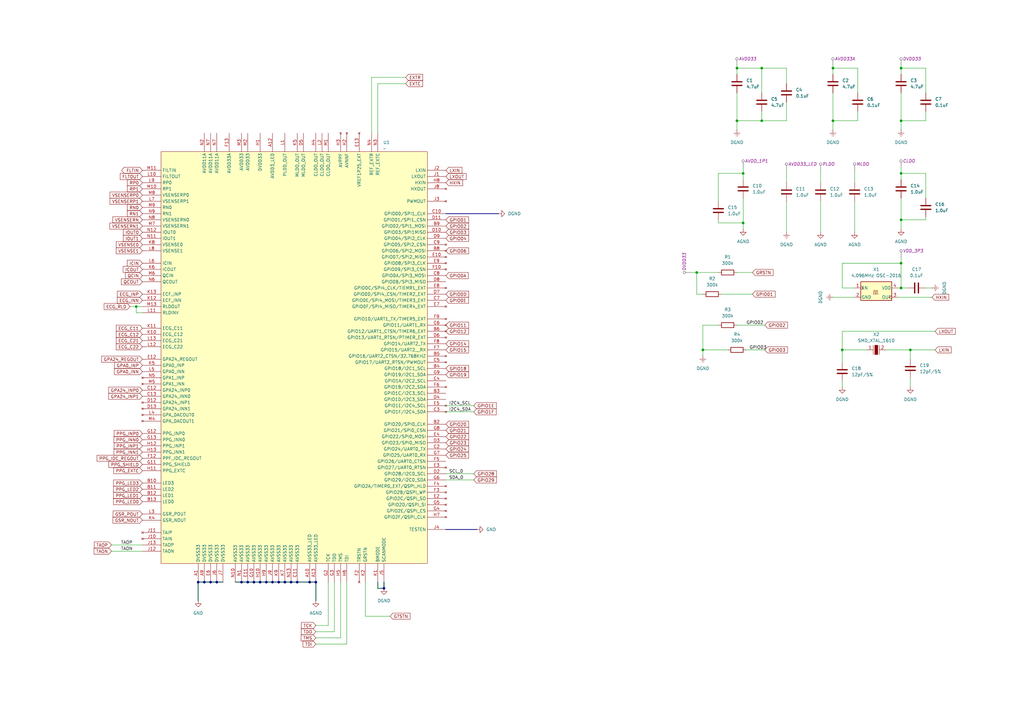
<source format=kicad_sch>
(kicad_sch
	(version 20231120)
	(generator "eeschema")
	(generator_version "8.0")
	(uuid "91467d4d-65e3-42e6-a02e-0d8e8660f6b2")
	(paper "A3")
	(title_block
		(title "bp6a_evk_shield_sooooooooooookjae")
		(date "2025-01-07")
		(rev "v01")
		(company "MS SEMICONDUCTOR")
		(comment 4 "Author: Kim DongYeon / Bang MinSeok")
	)
	(lib_symbols
		(symbol "Device:C"
			(pin_numbers hide)
			(pin_names
				(offset 0.254)
			)
			(exclude_from_sim no)
			(in_bom yes)
			(on_board yes)
			(property "Reference" "C"
				(at 0.635 2.54 0)
				(effects
					(font
						(size 1.27 1.27)
					)
					(justify left)
				)
			)
			(property "Value" "C"
				(at 0.635 -2.54 0)
				(effects
					(font
						(size 1.27 1.27)
					)
					(justify left)
				)
			)
			(property "Footprint" ""
				(at 0.9652 -3.81 0)
				(effects
					(font
						(size 1.27 1.27)
					)
					(hide yes)
				)
			)
			(property "Datasheet" "~"
				(at 0 0 0)
				(effects
					(font
						(size 1.27 1.27)
					)
					(hide yes)
				)
			)
			(property "Description" "Unpolarized capacitor"
				(at 0 0 0)
				(effects
					(font
						(size 1.27 1.27)
					)
					(hide yes)
				)
			)
			(property "ki_keywords" "cap capacitor"
				(at 0 0 0)
				(effects
					(font
						(size 1.27 1.27)
					)
					(hide yes)
				)
			)
			(property "ki_fp_filters" "C_*"
				(at 0 0 0)
				(effects
					(font
						(size 1.27 1.27)
					)
					(hide yes)
				)
			)
			(symbol "C_0_1"
				(polyline
					(pts
						(xy -2.032 -0.762) (xy 2.032 -0.762)
					)
					(stroke
						(width 0.508)
						(type default)
					)
					(fill
						(type none)
					)
				)
				(polyline
					(pts
						(xy -2.032 0.762) (xy 2.032 0.762)
					)
					(stroke
						(width 0.508)
						(type default)
					)
					(fill
						(type none)
					)
				)
			)
			(symbol "C_1_1"
				(pin passive line
					(at 0 3.81 270)
					(length 2.794)
					(name "~"
						(effects
							(font
								(size 1.27 1.27)
							)
						)
					)
					(number "1"
						(effects
							(font
								(size 1.27 1.27)
							)
						)
					)
				)
				(pin passive line
					(at 0 -3.81 90)
					(length 2.794)
					(name "~"
						(effects
							(font
								(size 1.27 1.27)
							)
						)
					)
					(number "2"
						(effects
							(font
								(size 1.27 1.27)
							)
						)
					)
				)
			)
		)
		(symbol "Device:R"
			(pin_numbers hide)
			(pin_names
				(offset 0)
			)
			(exclude_from_sim no)
			(in_bom yes)
			(on_board yes)
			(property "Reference" "R"
				(at 2.032 0 90)
				(effects
					(font
						(size 1.27 1.27)
					)
				)
			)
			(property "Value" "R"
				(at 0 0 90)
				(effects
					(font
						(size 1.27 1.27)
					)
				)
			)
			(property "Footprint" ""
				(at -1.778 0 90)
				(effects
					(font
						(size 1.27 1.27)
					)
					(hide yes)
				)
			)
			(property "Datasheet" "~"
				(at 0 0 0)
				(effects
					(font
						(size 1.27 1.27)
					)
					(hide yes)
				)
			)
			(property "Description" "Resistor"
				(at 0 0 0)
				(effects
					(font
						(size 1.27 1.27)
					)
					(hide yes)
				)
			)
			(property "ki_keywords" "R res resistor"
				(at 0 0 0)
				(effects
					(font
						(size 1.27 1.27)
					)
					(hide yes)
				)
			)
			(property "ki_fp_filters" "R_*"
				(at 0 0 0)
				(effects
					(font
						(size 1.27 1.27)
					)
					(hide yes)
				)
			)
			(symbol "R_0_1"
				(rectangle
					(start -1.016 -2.54)
					(end 1.016 2.54)
					(stroke
						(width 0.254)
						(type default)
					)
					(fill
						(type none)
					)
				)
			)
			(symbol "R_1_1"
				(pin passive line
					(at 0 3.81 270)
					(length 1.27)
					(name "~"
						(effects
							(font
								(size 1.27 1.27)
							)
						)
					)
					(number "1"
						(effects
							(font
								(size 1.27 1.27)
							)
						)
					)
				)
				(pin passive line
					(at 0 -3.81 90)
					(length 1.27)
					(name "~"
						(effects
							(font
								(size 1.27 1.27)
							)
						)
					)
					(number "2"
						(effects
							(font
								(size 1.27 1.27)
							)
						)
					)
				)
			)
		)
		(symbol "bp6a_comp:SMD_XTAL_1610"
			(pin_names
				(offset 1.016)
			)
			(exclude_from_sim no)
			(in_bom yes)
			(on_board yes)
			(property "Reference" "X"
				(at 0 3.556 0)
				(effects
					(font
						(size 1.27 1.27)
					)
				)
			)
			(property "Value" "SMD_XTAL_1610"
				(at 0 -3.556 0)
				(effects
					(font
						(size 1.27 1.27)
					)
				)
			)
			(property "Footprint" "digikey-footprints:SMD-2_3.2x1.5mm"
				(at 5.08 5.08 0)
				(effects
					(font
						(size 1.524 1.524)
					)
					(justify left)
					(hide yes)
				)
			)
			(property "Datasheet" "http://www.ecsxtal.com/store/pdf/ecx-31b.pdf"
				(at 5.08 7.62 0)
				(effects
					(font
						(size 1.524 1.524)
					)
					(justify left)
					(hide yes)
				)
			)
			(property "Description" "CRYSTAL 32.7680KHZ 12.5PF SMD"
				(at 0 0 0)
				(effects
					(font
						(size 1.27 1.27)
					)
					(hide yes)
				)
			)
			(property "Digi-Key_PN" "XC1617CT-ND"
				(at 5.08 10.16 0)
				(effects
					(font
						(size 1.524 1.524)
					)
					(justify left)
					(hide yes)
				)
			)
			(property "MPN" "ECS-.327-12.5-34B-TR"
				(at 5.08 12.7 0)
				(effects
					(font
						(size 1.524 1.524)
					)
					(justify left)
					(hide yes)
				)
			)
			(property "Category" "Crystals, Oscillators, Resonators"
				(at 5.08 15.24 0)
				(effects
					(font
						(size 1.524 1.524)
					)
					(justify left)
					(hide yes)
				)
			)
			(property "Family" "Crystals"
				(at 5.08 17.78 0)
				(effects
					(font
						(size 1.524 1.524)
					)
					(justify left)
					(hide yes)
				)
			)
			(property "DK_Datasheet_Link" "http://www.ecsxtal.com/store/pdf/ecx-31b.pdf"
				(at 5.08 20.32 0)
				(effects
					(font
						(size 1.524 1.524)
					)
					(justify left)
					(hide yes)
				)
			)
			(property "DK_Detail_Page" "/product-detail/en/ecs-inc/ECS-.327-12.5-34B-TR/XC1617CT-ND/1693786"
				(at 5.08 22.86 0)
				(effects
					(font
						(size 1.524 1.524)
					)
					(justify left)
					(hide yes)
				)
			)
			(property "Description_1" "CRYSTAL 32.7680KHZ 12.5PF SMD"
				(at 5.08 25.4 0)
				(effects
					(font
						(size 1.524 1.524)
					)
					(justify left)
					(hide yes)
				)
			)
			(property "Manufacturer" "ECS Inc."
				(at 5.08 27.94 0)
				(effects
					(font
						(size 1.524 1.524)
					)
					(justify left)
					(hide yes)
				)
			)
			(property "Status" "Active"
				(at 5.08 30.48 0)
				(effects
					(font
						(size 1.524 1.524)
					)
					(justify left)
					(hide yes)
				)
			)
			(property "ki_keywords" "XC1617CT-ND ECX-31B"
				(at 0 0 0)
				(effects
					(font
						(size 1.27 1.27)
					)
					(hide yes)
				)
			)
			(symbol "SMD_XTAL_1610_1_1"
				(rectangle
					(start -0.635 1.905)
					(end 0.635 -1.905)
					(stroke
						(width 0)
						(type solid)
					)
					(fill
						(type outline)
					)
				)
				(polyline
					(pts
						(xy -1.27 1.905) (xy -1.27 -1.905)
					)
					(stroke
						(width 0)
						(type solid)
					)
					(fill
						(type none)
					)
				)
				(polyline
					(pts
						(xy 1.27 1.905) (xy 1.27 -1.905)
					)
					(stroke
						(width 0)
						(type solid)
					)
					(fill
						(type none)
					)
				)
				(pin bidirectional line
					(at -3.81 0 0)
					(length 2.54)
					(name "~"
						(effects
							(font
								(size 1.27 1.27)
							)
						)
					)
					(number "1"
						(effects
							(font
								(size 1.27 1.27)
							)
						)
					)
				)
				(pin bidirectional line
					(at 3.81 0 180)
					(length 2.54)
					(name "~"
						(effects
							(font
								(size 1.27 1.27)
							)
						)
					)
					(number "2"
						(effects
							(font
								(size 1.27 1.27)
							)
						)
					)
				)
			)
		)
		(symbol "bp6a_comp:smd_osc_2016"
			(pin_names
				(offset 0.254)
			)
			(exclude_from_sim no)
			(in_bom yes)
			(on_board yes)
			(property "Reference" "X"
				(at -3.81 6.35 0)
				(effects
					(font
						(size 1.27 1.27)
					)
				)
			)
			(property "Value" "4.096MHz OSC-2016"
				(at 1.27 -4.318 0)
				(effects
					(font
						(size 1.27 1.27)
					)
				)
			)
			(property "Footprint" "Oscillator:Oscillator_SMD_Abracon_ASE-4Pin_3.2x2.5mm"
				(at 33.02 -11.684 0)
				(effects
					(font
						(size 1.27 1.27)
					)
					(hide yes)
				)
			)
			(property "Datasheet" "https://www.genuway.com/wp-content/uploads/2020/06/OSC2016-new.pdf"
				(at 43.434 -6.604 0)
				(effects
					(font
						(size 1.27 1.27)
					)
					(hide yes)
				)
			)
			(property "Description" "2.0x1.6 SMD Oscillator for bp6a"
				(at 21.59 -8.89 0)
				(effects
					(font
						(size 1.27 1.27)
					)
					(hide yes)
				)
			)
			(property "ki_keywords" "3.3V CMOS SMD Crystal Clock Oscillator"
				(at 0 0 0)
				(effects
					(font
						(size 1.27 1.27)
					)
					(hide yes)
				)
			)
			(property "ki_fp_filters" "Oscillator*SMD*Abracon*ASE*3.2x2.5mm*"
				(at 0 0 0)
				(effects
					(font
						(size 1.27 1.27)
					)
					(hide yes)
				)
			)
			(symbol "smd_osc_2016_0_1"
				(rectangle
					(start -5.08 5.08)
					(end 7.62 -2.54)
					(stroke
						(width 0.254)
						(type default)
					)
					(fill
						(type background)
					)
				)
				(polyline
					(pts
						(xy 0 0) (xy 0.254 0) (xy 0.254 1.524) (xy 0.762 1.524) (xy 0.762 0) (xy 1.27 0) (xy 1.27 1.524)
						(xy 1.778 1.524) (xy 1.778 0) (xy 2.032 0)
					)
					(stroke
						(width 0)
						(type default)
					)
					(fill
						(type none)
					)
				)
			)
			(symbol "smd_osc_2016_1_1"
				(pin input clock
					(at -7.62 2.54 0)
					(length 2.54)
					(name "EN"
						(effects
							(font
								(size 1.27 1.27)
							)
						)
					)
					(number "1"
						(effects
							(font
								(size 1.27 1.27)
							)
						)
					)
				)
				(pin power_in line
					(at -7.62 -1.27 0)
					(length 2.54)
					(name "GND"
						(effects
							(font
								(size 1.27 1.27)
							)
						)
					)
					(number "2"
						(effects
							(font
								(size 1.27 1.27)
							)
						)
					)
				)
				(pin output clock
					(at 10.16 -1.27 180)
					(length 2.54)
					(name "OUT"
						(effects
							(font
								(size 1.27 1.27)
							)
						)
					)
					(number "3"
						(effects
							(font
								(size 1.27 1.27)
							)
						)
					)
				)
				(pin power_in line
					(at 10.16 2.54 180)
					(length 2.54)
					(name "VDD"
						(effects
							(font
								(size 1.27 1.27)
							)
						)
					)
					(number "4"
						(effects
							(font
								(size 1.27 1.27)
							)
						)
					)
				)
			)
		)
		(symbol "power:Earth"
			(power)
			(pin_numbers hide)
			(pin_names
				(offset 0) hide)
			(exclude_from_sim no)
			(in_bom yes)
			(on_board yes)
			(property "Reference" "#PWR"
				(at 0 -6.35 0)
				(effects
					(font
						(size 1.27 1.27)
					)
					(hide yes)
				)
			)
			(property "Value" "Earth"
				(at 0 -3.81 0)
				(effects
					(font
						(size 1.27 1.27)
					)
				)
			)
			(property "Footprint" ""
				(at 0 0 0)
				(effects
					(font
						(size 1.27 1.27)
					)
					(hide yes)
				)
			)
			(property "Datasheet" "~"
				(at 0 0 0)
				(effects
					(font
						(size 1.27 1.27)
					)
					(hide yes)
				)
			)
			(property "Description" "Power symbol creates a global label with name \"Earth\""
				(at 0 0 0)
				(effects
					(font
						(size 1.27 1.27)
					)
					(hide yes)
				)
			)
			(property "ki_keywords" "global ground gnd"
				(at 0 0 0)
				(effects
					(font
						(size 1.27 1.27)
					)
					(hide yes)
				)
			)
			(symbol "Earth_0_1"
				(polyline
					(pts
						(xy -0.635 -1.905) (xy 0.635 -1.905)
					)
					(stroke
						(width 0)
						(type default)
					)
					(fill
						(type none)
					)
				)
				(polyline
					(pts
						(xy -0.127 -2.54) (xy 0.127 -2.54)
					)
					(stroke
						(width 0)
						(type default)
					)
					(fill
						(type none)
					)
				)
				(polyline
					(pts
						(xy 0 -1.27) (xy 0 0)
					)
					(stroke
						(width 0)
						(type default)
					)
					(fill
						(type none)
					)
				)
				(polyline
					(pts
						(xy 1.27 -1.27) (xy -1.27 -1.27)
					)
					(stroke
						(width 0)
						(type default)
					)
					(fill
						(type none)
					)
				)
			)
			(symbol "Earth_1_1"
				(pin power_in line
					(at 0 0 270)
					(length 0)
					(name "~"
						(effects
							(font
								(size 1.27 1.27)
							)
						)
					)
					(number "1"
						(effects
							(font
								(size 1.27 1.27)
							)
						)
					)
				)
			)
		)
		(symbol "power:GND"
			(power)
			(pin_numbers hide)
			(pin_names
				(offset 0) hide)
			(exclude_from_sim no)
			(in_bom yes)
			(on_board yes)
			(property "Reference" "#PWR"
				(at 0 -6.35 0)
				(effects
					(font
						(size 1.27 1.27)
					)
					(hide yes)
				)
			)
			(property "Value" "GND"
				(at 0 -3.81 0)
				(effects
					(font
						(size 1.27 1.27)
					)
				)
			)
			(property "Footprint" ""
				(at 0 0 0)
				(effects
					(font
						(size 1.27 1.27)
					)
					(hide yes)
				)
			)
			(property "Datasheet" ""
				(at 0 0 0)
				(effects
					(font
						(size 1.27 1.27)
					)
					(hide yes)
				)
			)
			(property "Description" "Power symbol creates a global label with name \"GND\" , ground"
				(at 0 0 0)
				(effects
					(font
						(size 1.27 1.27)
					)
					(hide yes)
				)
			)
			(property "ki_keywords" "global power"
				(at 0 0 0)
				(effects
					(font
						(size 1.27 1.27)
					)
					(hide yes)
				)
			)
			(symbol "GND_0_1"
				(polyline
					(pts
						(xy 0 0) (xy 0 -1.27) (xy 1.27 -1.27) (xy 0 -2.54) (xy -1.27 -1.27) (xy 0 -1.27)
					)
					(stroke
						(width 0)
						(type default)
					)
					(fill
						(type none)
					)
				)
			)
			(symbol "GND_1_1"
				(pin power_in line
					(at 0 0 270)
					(length 0)
					(name "~"
						(effects
							(font
								(size 1.27 1.27)
							)
						)
					)
					(number "1"
						(effects
							(font
								(size 1.27 1.27)
							)
						)
					)
				)
			)
		)
		(symbol "s1sbp6a:s1sbp6a"
			(exclude_from_sim no)
			(in_bom yes)
			(on_board yes)
			(property "Reference" "U"
				(at 1.524 33.274 0)
				(effects
					(font
						(size 1.27 1.27)
					)
				)
			)
			(property "Value" ""
				(at 1.524 33.274 0)
				(effects
					(font
						(size 1.27 1.27)
					)
				)
			)
			(property "Footprint" ""
				(at 1.524 33.274 0)
				(effects
					(font
						(size 1.27 1.27)
					)
					(hide yes)
				)
			)
			(property "Datasheet" ""
				(at 1.524 33.274 0)
				(effects
					(font
						(size 1.27 1.27)
					)
					(hide yes)
				)
			)
			(property "Description" ""
				(at 1.524 33.274 0)
				(effects
					(font
						(size 1.27 1.27)
					)
					(hide yes)
				)
			)
			(symbol "s1sbp6a_1_1"
				(rectangle
					(start -31.75 -13.97)
					(end 77.47 -182.88)
					(stroke
						(width 0)
						(type default)
					)
					(fill
						(type background)
					)
				)
				(pin bidirectional line
					(at -16.51 -190.5 90)
					(length 7.62)
					(name "DVSS33"
						(effects
							(font
								(size 1.27 1.27)
							)
						)
					)
					(number "A1"
						(effects
							(font
								(size 1.27 1.27)
							)
						)
					)
				)
				(pin bidirectional line
					(at 29.21 -190.5 90)
					(length 7.62)
					(name "AVSS33_LED"
						(effects
							(font
								(size 1.27 1.27)
							)
						)
					)
					(number "A10"
						(effects
							(font
								(size 1.27 1.27)
							)
						)
					)
				)
				(pin free line
					(at 13.97 -6.35 270)
					(length 7.62)
					(name "AVDD3_LED"
						(effects
							(font
								(size 1.27 1.27)
							)
						)
					)
					(number "A12"
						(effects
							(font
								(size 1.27 1.27)
							)
						)
					)
				)
				(pin bidirectional line
					(at 31.75 -190.5 90)
					(length 7.62)
					(name "AVSS33_LED"
						(effects
							(font
								(size 1.27 1.27)
							)
						)
					)
					(number "A13"
						(effects
							(font
								(size 1.27 1.27)
							)
						)
					)
				)
				(pin bidirectional line
					(at -13.97 -190.5 90)
					(length 7.62)
					(name "DVSS33"
						(effects
							(font
								(size 1.27 1.27)
							)
						)
					)
					(number "A9"
						(effects
							(font
								(size 1.27 1.27)
							)
						)
					)
				)
				(pin free line
					(at -39.37 -149.86 0)
					(length 7.62)
					(name "LED3"
						(effects
							(font
								(size 1.27 1.27)
							)
						)
					)
					(number "B10"
						(effects
							(font
								(size 1.27 1.27)
							)
						)
					)
				)
				(pin free line
					(at -39.37 -152.4 0)
					(length 7.62)
					(name "LED2"
						(effects
							(font
								(size 1.27 1.27)
							)
						)
					)
					(number "B11"
						(effects
							(font
								(size 1.27 1.27)
							)
						)
					)
				)
				(pin free line
					(at -39.37 -154.94 0)
					(length 7.62)
					(name "LED1"
						(effects
							(font
								(size 1.27 1.27)
							)
						)
					)
					(number "B12"
						(effects
							(font
								(size 1.27 1.27)
							)
						)
					)
				)
				(pin free line
					(at -39.37 -157.48 0)
					(length 7.62)
					(name "LED0"
						(effects
							(font
								(size 1.27 1.27)
							)
						)
					)
					(number "B13"
						(effects
							(font
								(size 1.27 1.27)
							)
						)
					)
				)
				(pin bidirectional line
					(at 85.09 -125.73 180)
					(length 7.62)
					(name "GPIO20/SPI0_CLK"
						(effects
							(font
								(size 1.27 1.27)
							)
						)
					)
					(number "B2"
						(effects
							(font
								(size 1.27 1.27)
							)
						)
					)
				)
				(pin bidirectional line
					(at 85.09 -113.03 180)
					(length 7.62)
					(name "GPIO1C/I2C3_SCL"
						(effects
							(font
								(size 1.27 1.27)
							)
						)
					)
					(number "B3"
						(effects
							(font
								(size 1.27 1.27)
							)
						)
					)
				)
				(pin bidirectional line
					(at 85.09 -102.87 180)
					(length 7.62)
					(name "GPIO18/I2C1_SCL"
						(effects
							(font
								(size 1.27 1.27)
							)
						)
					)
					(number "B4"
						(effects
							(font
								(size 1.27 1.27)
							)
						)
					)
				)
				(pin no_connect line
					(at 85.09 -97.79 180)
					(length 7.62)
					(name "GPIO16/UART2_CTSN/32.768KHZ"
						(effects
							(font
								(size 1.27 1.27)
							)
						)
					)
					(number "B5"
						(effects
							(font
								(size 1.27 1.27)
							)
						)
					)
				)
				(pin no_connect line
					(at 85.09 -87.63 180)
					(length 7.62)
					(name "GPIO12/UART1_CTSN/TIMER6_EXT"
						(effects
							(font
								(size 1.27 1.27)
							)
						)
					)
					(number "B6"
						(effects
							(font
								(size 1.27 1.27)
							)
						)
					)
				)
				(pin no_connect line
					(at 85.09 -54.61 180)
					(length 7.62)
					(name "GPIO06/SPI2_MOSI"
						(effects
							(font
								(size 1.27 1.27)
							)
						)
					)
					(number "B8"
						(effects
							(font
								(size 1.27 1.27)
							)
						)
					)
				)
				(pin bidirectional line
					(at 85.09 -44.45 180)
					(length 7.62)
					(name "GPIO02/SPI1_MOSI"
						(effects
							(font
								(size 1.27 1.27)
							)
						)
					)
					(number "B9"
						(effects
							(font
								(size 1.27 1.27)
							)
						)
					)
				)
				(pin bidirectional line
					(at 85.09 -39.37 180)
					(length 7.62)
					(name "GPIO00/SPI1_CLK"
						(effects
							(font
								(size 1.27 1.27)
							)
						)
					)
					(number "C10"
						(effects
							(font
								(size 1.27 1.27)
							)
						)
					)
				)
				(pin bidirectional line
					(at 24.13 -190.5 90)
					(length 7.62)
					(name "AVSS33"
						(effects
							(font
								(size 1.27 1.27)
							)
						)
					)
					(number "C11"
						(effects
							(font
								(size 1.27 1.27)
							)
						)
					)
				)
				(pin free line
					(at -39.37 -111.76 0)
					(length 7.62)
					(name "GPA24_INP0"
						(effects
							(font
								(size 1.27 1.27)
							)
						)
					)
					(number "C12"
						(effects
							(font
								(size 1.27 1.27)
							)
						)
					)
				)
				(pin free line
					(at -39.37 -114.3 0)
					(length 7.62)
					(name "GPA24_INN0"
						(effects
							(font
								(size 1.27 1.27)
							)
						)
					)
					(number "C13"
						(effects
							(font
								(size 1.27 1.27)
							)
						)
					)
				)
				(pin bidirectional line
					(at 85.09 -135.89 180)
					(length 7.62)
					(name "GPIO24/UART0_TX"
						(effects
							(font
								(size 1.27 1.27)
							)
						)
					)
					(number "C2"
						(effects
							(font
								(size 1.27 1.27)
							)
						)
					)
				)
				(pin no_connect line
					(at 85.09 -120.65 180)
					(length 7.62)
					(name "GPIO1F/I2C4_SDA"
						(effects
							(font
								(size 1.27 1.27)
							)
						)
					)
					(number "C3"
						(effects
							(font
								(size 1.27 1.27)
							)
						)
					)
				)
				(pin bidirectional line
					(at 85.09 -107.95 180)
					(length 7.62)
					(name "GPIO1A/I2C2_SCL"
						(effects
							(font
								(size 1.27 1.27)
							)
						)
					)
					(number "C4"
						(effects
							(font
								(size 1.27 1.27)
							)
						)
					)
				)
				(pin no_connect line
					(at 85.09 -100.33 180)
					(length 7.62)
					(name "GPIO17/UART2_RTSN/PWMOUT"
						(effects
							(font
								(size 1.27 1.27)
							)
						)
					)
					(number "C5"
						(effects
							(font
								(size 1.27 1.27)
							)
						)
					)
				)
				(pin no_connect line
					(at 85.09 -85.09 180)
					(length 7.62)
					(name "GPIO11/UART1_RX"
						(effects
							(font
								(size 1.27 1.27)
							)
						)
					)
					(number "C6"
						(effects
							(font
								(size 1.27 1.27)
							)
						)
					)
				)
				(pin bidirectional line
					(at 85.09 -74.93 180)
					(length 7.62)
					(name "GPIO0E/SPI4_MOSI/TIMER3_EXT"
						(effects
							(font
								(size 1.27 1.27)
							)
						)
					)
					(number "C7"
						(effects
							(font
								(size 1.27 1.27)
							)
						)
					)
				)
				(pin bidirectional line
					(at 85.09 -64.77 180)
					(length 7.62)
					(name "GPIO0A/SPI3_MOSI"
						(effects
							(font
								(size 1.27 1.27)
							)
						)
					)
					(number "C8"
						(effects
							(font
								(size 1.27 1.27)
							)
						)
					)
				)
				(pin no_connect line
					(at 85.09 -52.07 180)
					(length 7.62)
					(name "GPIO05/SPI2_CSN"
						(effects
							(font
								(size 1.27 1.27)
							)
						)
					)
					(number "C9"
						(effects
							(font
								(size 1.27 1.27)
							)
						)
					)
				)
				(pin bidirectional line
					(at 85.09 -46.99 180)
					(length 7.62)
					(name "GPIO03/SPI1MISO"
						(effects
							(font
								(size 1.27 1.27)
							)
						)
					)
					(number "D10"
						(effects
							(font
								(size 1.27 1.27)
							)
						)
					)
				)
				(pin bidirectional line
					(at 85.09 -41.91 180)
					(length 7.62)
					(name "GPIO01/SPI1_CSN"
						(effects
							(font
								(size 1.27 1.27)
							)
						)
					)
					(number "D11"
						(effects
							(font
								(size 1.27 1.27)
							)
						)
					)
				)
				(pin no_connect line
					(at -39.37 -116.84 0)
					(length 7.62)
					(name "GPA24_INP1"
						(effects
							(font
								(size 1.27 1.27)
							)
						)
					)
					(number "D12"
						(effects
							(font
								(size 1.27 1.27)
							)
						)
					)
				)
				(pin no_connect line
					(at -39.37 -119.38 0)
					(length 7.62)
					(name "GPA24_INN1"
						(effects
							(font
								(size 1.27 1.27)
							)
						)
					)
					(number "D13"
						(effects
							(font
								(size 1.27 1.27)
							)
						)
					)
				)
				(pin bidirectional line
					(at 85.09 -146.05 180)
					(length 7.62)
					(name "GPIO28/I2C0_SCL"
						(effects
							(font
								(size 1.27 1.27)
							)
						)
					)
					(number "D2"
						(effects
							(font
								(size 1.27 1.27)
							)
						)
					)
				)
				(pin bidirectional line
					(at 85.09 -133.35 180)
					(length 7.62)
					(name "GPIO23/SPI0_MISO"
						(effects
							(font
								(size 1.27 1.27)
							)
						)
					)
					(number "D3"
						(effects
							(font
								(size 1.27 1.27)
							)
						)
					)
				)
				(pin bidirectional line
					(at 85.09 -115.57 180)
					(length 7.62)
					(name "GPIO1D/I2C3_SDA"
						(effects
							(font
								(size 1.27 1.27)
							)
						)
					)
					(number "D4"
						(effects
							(font
								(size 1.27 1.27)
							)
						)
					)
				)
				(pin free line
					(at 26.67 -6.35 270)
					(length 7.62)
					(name "MLDO_OUT"
						(effects
							(font
								(size 1.27 1.27)
							)
						)
					)
					(number "D5"
						(effects
							(font
								(size 1.27 1.27)
							)
						)
					)
				)
				(pin no_connect line
					(at 85.09 -90.17 180)
					(length 7.62)
					(name "GPIO13/UART1_RTSN/PTIMER_EXT"
						(effects
							(font
								(size 1.27 1.27)
							)
						)
					)
					(number "D6"
						(effects
							(font
								(size 1.27 1.27)
							)
						)
					)
				)
				(pin bidirectional line
					(at 85.09 -72.39 180)
					(length 7.62)
					(name "GPIO0D/SPI4_CSN/TIMER2_EXT"
						(effects
							(font
								(size 1.27 1.27)
							)
						)
					)
					(number "D7"
						(effects
							(font
								(size 1.27 1.27)
							)
						)
					)
				)
				(pin bidirectional line
					(at 85.09 -67.31 180)
					(length 7.62)
					(name "GPIO0B/SPI3_MISO"
						(effects
							(font
								(size 1.27 1.27)
							)
						)
					)
					(number "D8"
						(effects
							(font
								(size 1.27 1.27)
							)
						)
					)
				)
				(pin bidirectional line
					(at 85.09 -49.53 180)
					(length 7.62)
					(name "GPIO04/SPI2_CLK"
						(effects
							(font
								(size 1.27 1.27)
							)
						)
					)
					(number "D9"
						(effects
							(font
								(size 1.27 1.27)
							)
						)
					)
				)
				(pin no_connect line
					(at 85.09 -57.15 180)
					(length 7.62)
					(name "GPIO07/SPI2_MISO"
						(effects
							(font
								(size 1.27 1.27)
							)
						)
					)
					(number "E10"
						(effects
							(font
								(size 1.27 1.27)
							)
						)
					)
				)
				(pin bidirectional line
					(at 3.81 -190.5 90)
					(length 7.62)
					(name "AVSS33"
						(effects
							(font
								(size 1.27 1.27)
							)
						)
					)
					(number "E11"
						(effects
							(font
								(size 1.27 1.27)
							)
						)
					)
				)
				(pin free line
					(at -39.37 -99.06 0)
					(length 7.62)
					(name "GPA24_REGOUT"
						(effects
							(font
								(size 1.27 1.27)
							)
						)
					)
					(number "E12"
						(effects
							(font
								(size 1.27 1.27)
							)
						)
					)
				)
				(pin no_connect line
					(at 49.53 -6.35 270)
					(length 7.62)
					(name "VREF1P25_EXT"
						(effects
							(font
								(size 1.27 1.27)
							)
						)
					)
					(number "E13"
						(effects
							(font
								(size 1.27 1.27)
							)
						)
					)
				)
				(pin no_connect line
					(at 85.09 -156.21 180)
					(length 7.62)
					(name "GPIO2C/QSPI_SO"
						(effects
							(font
								(size 1.27 1.27)
							)
						)
					)
					(number "E2"
						(effects
							(font
								(size 1.27 1.27)
							)
						)
					)
				)
				(pin no_connect line
					(at 85.09 -143.51 180)
					(length 7.62)
					(name "GPIO27/UART0_RTSN"
						(effects
							(font
								(size 1.27 1.27)
							)
						)
					)
					(number "E3"
						(effects
							(font
								(size 1.27 1.27)
							)
						)
					)
				)
				(pin bidirectional line
					(at 85.09 -130.81 180)
					(length 7.62)
					(name "GPIO22/SPI0_MOSI"
						(effects
							(font
								(size 1.27 1.27)
							)
						)
					)
					(number "E4"
						(effects
							(font
								(size 1.27 1.27)
							)
						)
					)
				)
				(pin no_connect line
					(at 85.09 -118.11 180)
					(length 7.62)
					(name "GPIO1E/I2C4_SCL"
						(effects
							(font
								(size 1.27 1.27)
							)
						)
					)
					(number "E5"
						(effects
							(font
								(size 1.27 1.27)
							)
						)
					)
				)
				(pin bidirectional line
					(at -11.43 -190.5 90)
					(length 7.62)
					(name "DVSS33"
						(effects
							(font
								(size 1.27 1.27)
							)
						)
					)
					(number "E6"
						(effects
							(font
								(size 1.27 1.27)
							)
						)
					)
				)
				(pin no_connect line
					(at 85.09 -77.47 180)
					(length 7.62)
					(name "GPIO0F/SPI4_MISO/TIMER4_EXT"
						(effects
							(font
								(size 1.27 1.27)
							)
						)
					)
					(number "E7"
						(effects
							(font
								(size 1.27 1.27)
							)
						)
					)
				)
				(pin no_connect line
					(at 85.09 -69.85 180)
					(length 7.62)
					(name "GPIO0C/SPI4_CLK/TIEMR1_EXT"
						(effects
							(font
								(size 1.27 1.27)
							)
						)
					)
					(number "E8"
						(effects
							(font
								(size 1.27 1.27)
							)
						)
					)
				)
				(pin no_connect line
					(at 85.09 -59.69 180)
					(length 7.62)
					(name "GPIO08/SPI3_CLK"
						(effects
							(font
								(size 1.27 1.27)
							)
						)
					)
					(number "E9"
						(effects
							(font
								(size 1.27 1.27)
							)
						)
					)
				)
				(pin no_connect line
					(at 85.09 -62.23 180)
					(length 7.62)
					(name "GPIO09/SPI3_CSN"
						(effects
							(font
								(size 1.27 1.27)
							)
						)
					)
					(number "F10"
						(effects
							(font
								(size 1.27 1.27)
							)
						)
					)
				)
				(pin free line
					(at -39.37 -139.7 0)
					(length 7.62)
					(name "PPF_IDC_REGOUT"
						(effects
							(font
								(size 1.27 1.27)
							)
						)
					)
					(number "F12"
						(effects
							(font
								(size 1.27 1.27)
							)
						)
					)
				)
				(pin free line
					(at -3.81 -6.35 270)
					(length 7.62)
					(name "AVDD33A"
						(effects
							(font
								(size 1.27 1.27)
							)
						)
					)
					(number "F13"
						(effects
							(font
								(size 1.27 1.27)
							)
						)
					)
				)
				(pin no_connect line
					(at 49.53 -190.5 90)
					(length 7.62)
					(name "TRSTN"
						(effects
							(font
								(size 1.27 1.27)
							)
						)
					)
					(number "F2"
						(effects
							(font
								(size 1.27 1.27)
							)
						)
					)
				)
				(pin no_connect line
					(at 85.09 -153.67 180)
					(length 7.62)
					(name "GPIO2B/QSPI_WP"
						(effects
							(font
								(size 1.27 1.27)
							)
						)
					)
					(number "F3"
						(effects
							(font
								(size 1.27 1.27)
							)
						)
					)
				)
				(pin no_connect line
					(at 85.09 -151.13 180)
					(length 7.62)
					(name "GPIO2A/TIMER0_EXT/QSPI_HLD"
						(effects
							(font
								(size 1.27 1.27)
							)
						)
					)
					(number "F4"
						(effects
							(font
								(size 1.27 1.27)
							)
						)
					)
				)
				(pin bidirectional line
					(at 85.09 -140.97 180)
					(length 7.62)
					(name "GPIO26/UART0_CTSN"
						(effects
							(font
								(size 1.27 1.27)
							)
						)
					)
					(number "F5"
						(effects
							(font
								(size 1.27 1.27)
							)
						)
					)
				)
				(pin no_connect line
					(at 85.09 -110.49 180)
					(length 7.62)
					(name "GPIO1B/I2C2_SDA"
						(effects
							(font
								(size 1.27 1.27)
							)
						)
					)
					(number "F6"
						(effects
							(font
								(size 1.27 1.27)
							)
						)
					)
				)
				(pin bidirectional line
					(at 85.09 -95.25 180)
					(length 7.62)
					(name "GPIO15/UART2__RX"
						(effects
							(font
								(size 1.27 1.27)
							)
						)
					)
					(number "F7"
						(effects
							(font
								(size 1.27 1.27)
							)
						)
					)
				)
				(pin bidirectional line
					(at 85.09 -92.71 180)
					(length 7.62)
					(name "GPIO14/UART2_TX"
						(effects
							(font
								(size 1.27 1.27)
							)
						)
					)
					(number "F8"
						(effects
							(font
								(size 1.27 1.27)
							)
						)
					)
				)
				(pin no_connect line
					(at 85.09 -82.55 180)
					(length 7.62)
					(name "GPIO10/UART1_TX/TIMER5_EXT"
						(effects
							(font
								(size 1.27 1.27)
							)
						)
					)
					(number "F9"
						(effects
							(font
								(size 1.27 1.27)
							)
						)
					)
				)
				(pin bidirectional line
					(at 6.35 -190.5 90)
					(length 7.62)
					(name "AVSS33"
						(effects
							(font
								(size 1.27 1.27)
							)
						)
					)
					(number "G10"
						(effects
							(font
								(size 1.27 1.27)
							)
						)
					)
				)
				(pin free line
					(at -39.37 -142.24 0)
					(length 7.62)
					(name "PPG_SHIELD"
						(effects
							(font
								(size 1.27 1.27)
							)
						)
					)
					(number "G11"
						(effects
							(font
								(size 1.27 1.27)
							)
						)
					)
				)
				(pin free line
					(at -39.37 -129.54 0)
					(length 7.62)
					(name "PPG_INP0"
						(effects
							(font
								(size 1.27 1.27)
							)
						)
					)
					(number "G12"
						(effects
							(font
								(size 1.27 1.27)
							)
						)
					)
				)
				(pin free line
					(at -39.37 -132.08 0)
					(length 7.62)
					(name "PPG_INN0"
						(effects
							(font
								(size 1.27 1.27)
							)
						)
					)
					(number "G13"
						(effects
							(font
								(size 1.27 1.27)
							)
						)
					)
				)
				(pin bidirectional line
					(at 36.83 -190.5 90)
					(length 7.62)
					(name "TCK"
						(effects
							(font
								(size 1.27 1.27)
							)
						)
					)
					(number "G2"
						(effects
							(font
								(size 1.27 1.27)
							)
						)
					)
				)
				(pin bidirectional line
					(at 39.37 -190.5 90)
					(length 7.62)
					(name "TDO"
						(effects
							(font
								(size 1.27 1.27)
							)
						)
					)
					(number "G3"
						(effects
							(font
								(size 1.27 1.27)
							)
						)
					)
				)
				(pin no_connect line
					(at 85.09 -161.29 180)
					(length 7.62)
					(name "GPIO2E/QSPI_CS"
						(effects
							(font
								(size 1.27 1.27)
							)
						)
					)
					(number "G4"
						(effects
							(font
								(size 1.27 1.27)
							)
						)
					)
				)
				(pin no_connect line
					(at 85.09 -158.75 180)
					(length 7.62)
					(name "GPIO2D/QSPI_SI"
						(effects
							(font
								(size 1.27 1.27)
							)
						)
					)
					(number "G5"
						(effects
							(font
								(size 1.27 1.27)
							)
						)
					)
				)
				(pin bidirectional line
					(at 85.09 -148.59 180)
					(length 7.62)
					(name "GPIO29/I2C0_SDA"
						(effects
							(font
								(size 1.27 1.27)
							)
						)
					)
					(number "G6"
						(effects
							(font
								(size 1.27 1.27)
							)
						)
					)
				)
				(pin bidirectional line
					(at 85.09 -138.43 180)
					(length 7.62)
					(name "GPIO25/UART0_RX"
						(effects
							(font
								(size 1.27 1.27)
							)
						)
					)
					(number "G7"
						(effects
							(font
								(size 1.27 1.27)
							)
						)
					)
				)
				(pin bidirectional line
					(at 85.09 -128.27 180)
					(length 7.62)
					(name "GPIO21/SPI0_CSN"
						(effects
							(font
								(size 1.27 1.27)
							)
						)
					)
					(number "G8"
						(effects
							(font
								(size 1.27 1.27)
							)
						)
					)
				)
				(pin bidirectional line
					(at 85.09 -105.41 180)
					(length 7.62)
					(name "GPIO19/I2C1_SDA"
						(effects
							(font
								(size 1.27 1.27)
							)
						)
					)
					(number "G9"
						(effects
							(font
								(size 1.27 1.27)
							)
						)
					)
				)
				(pin free line
					(at 8.89 -6.35 270)
					(length 7.62)
					(name "DVDD33"
						(effects
							(font
								(size 1.27 1.27)
							)
						)
					)
					(number "H1"
						(effects
							(font
								(size 1.27 1.27)
							)
						)
					)
				)
				(pin bidirectional line
					(at 8.89 -190.5 90)
					(length 7.62)
					(name "AVSS33"
						(effects
							(font
								(size 1.27 1.27)
							)
						)
					)
					(number "H10"
						(effects
							(font
								(size 1.27 1.27)
							)
						)
					)
				)
				(pin free line
					(at -39.37 -144.78 0)
					(length 7.62)
					(name "PPG_EXTC"
						(effects
							(font
								(size 1.27 1.27)
							)
						)
					)
					(number "H11"
						(effects
							(font
								(size 1.27 1.27)
							)
						)
					)
				)
				(pin free line
					(at -39.37 -134.62 0)
					(length 7.62)
					(name "PPG_INP1"
						(effects
							(font
								(size 1.27 1.27)
							)
						)
					)
					(number "H12"
						(effects
							(font
								(size 1.27 1.27)
							)
						)
					)
				)
				(pin free line
					(at -39.37 -137.16 0)
					(length 7.62)
					(name "PPG_INN1"
						(effects
							(font
								(size 1.27 1.27)
							)
						)
					)
					(number "H13"
						(effects
							(font
								(size 1.27 1.27)
							)
						)
					)
				)
				(pin no_connect line
					(at 44.45 -6.35 270)
					(length 7.62)
					(name "AVNNF"
						(effects
							(font
								(size 1.27 1.27)
							)
						)
					)
					(number "H2"
						(effects
							(font
								(size 1.27 1.27)
							)
						)
					)
				)
				(pin no_connect line
					(at 41.91 -6.35 270)
					(length 7.62)
					(name "AVPPF"
						(effects
							(font
								(size 1.27 1.27)
							)
						)
					)
					(number "H3"
						(effects
							(font
								(size 1.27 1.27)
							)
						)
					)
				)
				(pin free line
					(at 31.75 -6.35 270)
					(length 7.62)
					(name "CLDO_OUT"
						(effects
							(font
								(size 1.27 1.27)
							)
						)
					)
					(number "H4"
						(effects
							(font
								(size 1.27 1.27)
							)
						)
					)
				)
				(pin bidirectional line
					(at 41.91 -190.5 90)
					(length 7.62)
					(name "TMS"
						(effects
							(font
								(size 1.27 1.27)
							)
						)
					)
					(number "H5"
						(effects
							(font
								(size 1.27 1.27)
							)
						)
					)
				)
				(pin bidirectional line
					(at 44.45 -190.5 90)
					(length 7.62)
					(name "TDI"
						(effects
							(font
								(size 1.27 1.27)
							)
						)
					)
					(number "H6"
						(effects
							(font
								(size 1.27 1.27)
							)
						)
					)
				)
				(pin no_connect line
					(at 85.09 -163.83 180)
					(length 7.62)
					(name "GPIO2F/QSPI_CLK"
						(effects
							(font
								(size 1.27 1.27)
							)
						)
					)
					(number "H7"
						(effects
							(font
								(size 1.27 1.27)
							)
						)
					)
				)
				(pin free line
					(at 85.09 -26.67 180)
					(length 7.62)
					(name "HXIN"
						(effects
							(font
								(size 1.27 1.27)
							)
						)
					)
					(number "H8"
						(effects
							(font
								(size 1.27 1.27)
							)
						)
					)
				)
				(pin bidirectional line
					(at 11.43 -190.5 90)
					(length 7.62)
					(name "AVSS33"
						(effects
							(font
								(size 1.27 1.27)
							)
						)
					)
					(number "H9"
						(effects
							(font
								(size 1.27 1.27)
							)
						)
					)
				)
				(pin free line
					(at 85.09 -24.13 180)
					(length 7.62)
					(name "LXOUT"
						(effects
							(font
								(size 1.27 1.27)
							)
						)
					)
					(number "J1"
						(effects
							(font
								(size 1.27 1.27)
							)
						)
					)
				)
				(pin no_connect line
					(at -39.37 -172.72 0)
					(length 7.62)
					(name "TAIN"
						(effects
							(font
								(size 1.27 1.27)
							)
						)
					)
					(number "J10"
						(effects
							(font
								(size 1.27 1.27)
							)
						)
					)
				)
				(pin no_connect line
					(at -39.37 -170.18 0)
					(length 7.62)
					(name "TAIP"
						(effects
							(font
								(size 1.27 1.27)
							)
						)
					)
					(number "J11"
						(effects
							(font
								(size 1.27 1.27)
							)
						)
					)
				)
				(pin free line
					(at -39.37 -177.8 0)
					(length 7.62)
					(name "TAON"
						(effects
							(font
								(size 1.27 1.27)
							)
						)
					)
					(number "J12"
						(effects
							(font
								(size 1.27 1.27)
							)
						)
					)
				)
				(pin free line
					(at -39.37 -175.26 0)
					(length 7.62)
					(name "TAOP"
						(effects
							(font
								(size 1.27 1.27)
							)
						)
					)
					(number "J13"
						(effects
							(font
								(size 1.27 1.27)
							)
						)
					)
				)
				(pin free line
					(at 85.09 -21.59 180)
					(length 7.62)
					(name "LXIN"
						(effects
							(font
								(size 1.27 1.27)
							)
						)
					)
					(number "J2"
						(effects
							(font
								(size 1.27 1.27)
							)
						)
					)
				)
				(pin no_connect line
					(at 85.09 -34.29 180)
					(length 7.62)
					(name "PWMOUT"
						(effects
							(font
								(size 1.27 1.27)
							)
						)
					)
					(number "J3"
						(effects
							(font
								(size 1.27 1.27)
							)
						)
					)
				)
				(pin bidirectional line
					(at 85.09 -168.91 180)
					(length 7.62)
					(name "TESTEN"
						(effects
							(font
								(size 1.27 1.27)
							)
						)
					)
					(number "J4"
						(effects
							(font
								(size 1.27 1.27)
							)
						)
					)
				)
				(pin bidirectional line
					(at 59.69 -190.5 90)
					(length 7.62)
					(name "SCANMODE"
						(effects
							(font
								(size 1.27 1.27)
							)
						)
					)
					(number "J5"
						(effects
							(font
								(size 1.27 1.27)
							)
						)
					)
				)
				(pin bidirectional line
					(at -8.89 -190.5 90)
					(length 7.62)
					(name "DVSS33"
						(effects
							(font
								(size 1.27 1.27)
							)
						)
					)
					(number "J6"
						(effects
							(font
								(size 1.27 1.27)
							)
						)
					)
				)
				(pin bidirectional line
					(at -6.35 -190.5 90)
					(length 7.62)
					(name "DVSS33"
						(effects
							(font
								(size 1.27 1.27)
							)
						)
					)
					(number "J7"
						(effects
							(font
								(size 1.27 1.27)
							)
						)
					)
				)
				(pin no_connect line
					(at 85.09 -29.21 180)
					(length 7.62)
					(name "HXOUT"
						(effects
							(font
								(size 1.27 1.27)
							)
						)
					)
					(number "J8"
						(effects
							(font
								(size 1.27 1.27)
							)
						)
					)
				)
				(pin bidirectional line
					(at 13.97 -190.5 90)
					(length 7.62)
					(name "AVSS33"
						(effects
							(font
								(size 1.27 1.27)
							)
						)
					)
					(number "J9"
						(effects
							(font
								(size 1.27 1.27)
							)
						)
					)
				)
				(pin bidirectional line
					(at 57.15 -190.5 90)
					(length 7.62)
					(name "BMODE"
						(effects
							(font
								(size 1.27 1.27)
							)
						)
					)
					(number "K1"
						(effects
							(font
								(size 1.27 1.27)
							)
						)
					)
				)
				(pin free line
					(at -39.37 -88.9 0)
					(length 7.62)
					(name "ECG_C12"
						(effects
							(font
								(size 1.27 1.27)
							)
						)
					)
					(number "K10"
						(effects
							(font
								(size 1.27 1.27)
							)
						)
					)
				)
				(pin free line
					(at -39.37 -86.36 0)
					(length 7.62)
					(name "ECG_C11"
						(effects
							(font
								(size 1.27 1.27)
							)
						)
					)
					(number "K11"
						(effects
							(font
								(size 1.27 1.27)
							)
						)
					)
				)
				(pin free line
					(at -39.37 -74.93 0)
					(length 7.62)
					(name "ECF_INN"
						(effects
							(font
								(size 1.27 1.27)
							)
						)
					)
					(number "K12"
						(effects
							(font
								(size 1.27 1.27)
							)
						)
					)
				)
				(pin free line
					(at -39.37 -72.39 0)
					(length 7.62)
					(name "ECF_INP"
						(effects
							(font
								(size 1.27 1.27)
							)
						)
					)
					(number "K13"
						(effects
							(font
								(size 1.27 1.27)
							)
						)
					)
				)
				(pin bidirectional line
					(at 52.07 -190.5 90)
					(length 7.62)
					(name "GRSTN"
						(effects
							(font
								(size 1.27 1.27)
							)
						)
					)
					(number "K2"
						(effects
							(font
								(size 1.27 1.27)
							)
						)
					)
				)
				(pin free line
					(at -39.37 -165.1 0)
					(length 7.62)
					(name "GSR_NOUT"
						(effects
							(font
								(size 1.27 1.27)
							)
						)
					)
					(number "K4"
						(effects
							(font
								(size 1.27 1.27)
							)
						)
					)
				)
				(pin free line
					(at -39.37 -101.6 0)
					(length 7.62)
					(name "GPA0_INP"
						(effects
							(font
								(size 1.27 1.27)
							)
						)
					)
					(number "K5"
						(effects
							(font
								(size 1.27 1.27)
							)
						)
					)
				)
				(pin free line
					(at 24.13 -6.35 270)
					(length 7.62)
					(name "MLDO_OUT"
						(effects
							(font
								(size 1.27 1.27)
							)
						)
					)
					(number "K5"
						(effects
							(font
								(size 1.27 1.27)
							)
						)
					)
				)
				(pin free line
					(at -39.37 -62.23 0)
					(length 7.62)
					(name "ICOUT"
						(effects
							(font
								(size 1.27 1.27)
							)
						)
					)
					(number "K6"
						(effects
							(font
								(size 1.27 1.27)
							)
						)
					)
				)
				(pin bidirectional line
					(at 19.05 -190.5 90)
					(length 7.62)
					(name "AVSS33"
						(effects
							(font
								(size 1.27 1.27)
							)
						)
					)
					(number "K7"
						(effects
							(font
								(size 1.27 1.27)
							)
						)
					)
				)
				(pin free line
					(at -39.37 -52.07 0)
					(length 7.62)
					(name "VSENSE0"
						(effects
							(font
								(size 1.27 1.27)
							)
						)
					)
					(number "K8"
						(effects
							(font
								(size 1.27 1.27)
							)
						)
					)
				)
				(pin bidirectional line
					(at 16.51 -190.5 90)
					(length 7.62)
					(name "AVSS33"
						(effects
							(font
								(size 1.27 1.27)
							)
						)
					)
					(number "K9"
						(effects
							(font
								(size 1.27 1.27)
							)
						)
					)
				)
				(pin free line
					(at 19.05 -6.35 270)
					(length 7.62)
					(name "PLDD_OUT"
						(effects
							(font
								(size 1.27 1.27)
							)
						)
					)
					(number "L1"
						(effects
							(font
								(size 1.27 1.27)
							)
						)
					)
				)
				(pin free line
					(at -39.37 -24.13 0)
					(length 7.62)
					(name "FILTOUT"
						(effects
							(font
								(size 1.27 1.27)
							)
						)
					)
					(number "L10"
						(effects
							(font
								(size 1.27 1.27)
							)
						)
					)
				)
				(pin free line
					(at -39.37 -80.01 0)
					(length 7.62)
					(name "RLDINV"
						(effects
							(font
								(size 1.27 1.27)
							)
						)
					)
					(number "L11"
						(effects
							(font
								(size 1.27 1.27)
							)
						)
					)
				)
				(pin free line
					(at -39.37 -93.98 0)
					(length 7.62)
					(name "ECG_C22"
						(effects
							(font
								(size 1.27 1.27)
							)
						)
					)
					(number "L12"
						(effects
							(font
								(size 1.27 1.27)
							)
						)
					)
				)
				(pin free line
					(at -39.37 -91.44 0)
					(length 7.62)
					(name "ECG_C21"
						(effects
							(font
								(size 1.27 1.27)
							)
						)
					)
					(number "L13"
						(effects
							(font
								(size 1.27 1.27)
							)
						)
					)
				)
				(pin free line
					(at 34.29 -6.35 270)
					(length 7.62)
					(name "CLDO_OUT"
						(effects
							(font
								(size 1.27 1.27)
							)
						)
					)
					(number "L2"
						(effects
							(font
								(size 1.27 1.27)
							)
						)
					)
				)
				(pin free line
					(at -39.37 -162.56 0)
					(length 7.62)
					(name "GSR_POUT"
						(effects
							(font
								(size 1.27 1.27)
							)
						)
					)
					(number "L3"
						(effects
							(font
								(size 1.27 1.27)
							)
						)
					)
				)
				(pin no_connect line
					(at -39.37 -121.92 0)
					(length 7.62)
					(name "GPA_DACOUT0"
						(effects
							(font
								(size 1.27 1.27)
							)
						)
					)
					(number "L4"
						(effects
							(font
								(size 1.27 1.27)
							)
						)
					)
				)
				(pin free line
					(at -39.37 -104.14 0)
					(length 7.62)
					(name "GPA0_INN"
						(effects
							(font
								(size 1.27 1.27)
							)
						)
					)
					(number "L5"
						(effects
							(font
								(size 1.27 1.27)
							)
						)
					)
				)
				(pin free line
					(at -39.37 -59.69 0)
					(length 7.62)
					(name "ICIN"
						(effects
							(font
								(size 1.27 1.27)
							)
						)
					)
					(number "L6"
						(effects
							(font
								(size 1.27 1.27)
							)
						)
					)
				)
				(pin free line
					(at -39.37 -34.29 0)
					(length 7.62)
					(name "VSENSERP1"
						(effects
							(font
								(size 1.27 1.27)
							)
						)
					)
					(number "L7"
						(effects
							(font
								(size 1.27 1.27)
							)
						)
					)
				)
				(pin free line
					(at -39.37 -54.61 0)
					(length 7.62)
					(name "VSENSE1"
						(effects
							(font
								(size 1.27 1.27)
							)
						)
					)
					(number "L8"
						(effects
							(font
								(size 1.27 1.27)
							)
						)
					)
				)
				(pin free line
					(at -39.37 -26.67 0)
					(length 7.62)
					(name "RP0"
						(effects
							(font
								(size 1.27 1.27)
							)
						)
					)
					(number "L9"
						(effects
							(font
								(size 1.27 1.27)
							)
						)
					)
				)
				(pin free line
					(at 36.83 -6.35 270)
					(length 7.62)
					(name "CLDO_OUT"
						(effects
							(font
								(size 1.27 1.27)
							)
						)
					)
					(number "M1"
						(effects
							(font
								(size 1.27 1.27)
							)
						)
					)
				)
				(pin free line
					(at -39.37 -29.21 0)
					(length 7.62)
					(name "RP1"
						(effects
							(font
								(size 1.27 1.27)
							)
						)
					)
					(number "M10"
						(effects
							(font
								(size 1.27 1.27)
							)
						)
					)
				)
				(pin free line
					(at -39.37 -21.59 0)
					(length 7.62)
					(name "FILTIN"
						(effects
							(font
								(size 1.27 1.27)
							)
						)
					)
					(number "M11"
						(effects
							(font
								(size 1.27 1.27)
							)
						)
					)
				)
				(pin free line
					(at -39.37 -77.47 0)
					(length 7.62)
					(name "RLDOUT"
						(effects
							(font
								(size 1.27 1.27)
							)
						)
					)
					(number "M13"
						(effects
							(font
								(size 1.27 1.27)
							)
						)
					)
				)
				(pin free line
					(at 3.81 -6.35 270)
					(length 7.62)
					(name "AVDD33"
						(effects
							(font
								(size 1.27 1.27)
							)
						)
					)
					(number "M2"
						(effects
							(font
								(size 1.27 1.27)
							)
						)
					)
				)
				(pin free line
					(at 1.27 -6.35 270)
					(length 7.62)
					(name "AVDD33"
						(effects
							(font
								(size 1.27 1.27)
							)
						)
					)
					(number "M3"
						(effects
							(font
								(size 1.27 1.27)
							)
						)
					)
				)
				(pin no_connect line
					(at -39.37 -124.46 0)
					(length 7.62)
					(name "GPA_DACOUT1"
						(effects
							(font
								(size 1.27 1.27)
							)
						)
					)
					(number "M4"
						(effects
							(font
								(size 1.27 1.27)
							)
						)
					)
				)
				(pin no_connect line
					(at -39.37 -109.22 0)
					(length 7.62)
					(name "GPA1_INN"
						(effects
							(font
								(size 1.27 1.27)
							)
						)
					)
					(number "M5"
						(effects
							(font
								(size 1.27 1.27)
							)
						)
					)
				)
				(pin free line
					(at -39.37 -64.77 0)
					(length 7.62)
					(name "QCIN"
						(effects
							(font
								(size 1.27 1.27)
							)
						)
					)
					(number "M6"
						(effects
							(font
								(size 1.27 1.27)
							)
						)
					)
				)
				(pin free line
					(at -39.37 -44.45 0)
					(length 7.62)
					(name "VSENSERN1"
						(effects
							(font
								(size 1.27 1.27)
							)
						)
					)
					(number "M7"
						(effects
							(font
								(size 1.27 1.27)
							)
						)
					)
				)
				(pin free line
					(at -39.37 -31.75 0)
					(length 7.62)
					(name "VSENSERP0"
						(effects
							(font
								(size 1.27 1.27)
							)
						)
					)
					(number "M8"
						(effects
							(font
								(size 1.27 1.27)
							)
						)
					)
				)
				(pin free line
					(at -39.37 -36.83 0)
					(length 7.62)
					(name "RN0"
						(effects
							(font
								(size 1.27 1.27)
							)
						)
					)
					(number "M9"
						(effects
							(font
								(size 1.27 1.27)
							)
						)
					)
				)
				(pin bidirectional line
					(at 1.27 -190.5 90)
					(length 7.62)
					(name "AVSS33"
						(effects
							(font
								(size 1.27 1.27)
							)
						)
					)
					(number "N1"
						(effects
							(font
								(size 1.27 1.27)
							)
						)
					)
				)
				(pin bidirectional line
					(at -1.27 -190.5 90)
					(length 7.62)
					(name "AVSS33"
						(effects
							(font
								(size 1.27 1.27)
							)
						)
					)
					(number "N10"
						(effects
							(font
								(size 1.27 1.27)
							)
						)
					)
				)
				(pin free line
					(at -39.37 -49.53 0)
					(length 7.62)
					(name "IOUT1"
						(effects
							(font
								(size 1.27 1.27)
							)
						)
					)
					(number "N11"
						(effects
							(font
								(size 1.27 1.27)
							)
						)
					)
				)
				(pin free line
					(at -39.37 -46.99 0)
					(length 7.62)
					(name "IOUT0"
						(effects
							(font
								(size 1.27 1.27)
							)
						)
					)
					(number "N12"
						(effects
							(font
								(size 1.27 1.27)
							)
						)
					)
				)
				(pin bidirectional line
					(at 21.59 -190.5 90)
					(length 7.62)
					(name "AVSS33"
						(effects
							(font
								(size 1.27 1.27)
							)
						)
					)
					(number "N13"
						(effects
							(font
								(size 1.27 1.27)
							)
						)
					)
				)
				(pin free line
					(at -13.97 -6.35 270)
					(length 7.62)
					(name "AVDD11A"
						(effects
							(font
								(size 1.27 1.27)
							)
						)
					)
					(number "N2"
						(effects
							(font
								(size 1.27 1.27)
							)
						)
					)
				)
				(pin free line
					(at 57.15 -6.35 270)
					(length 7.62)
					(name "REF_EXTC"
						(effects
							(font
								(size 1.27 1.27)
							)
						)
					)
					(number "N3"
						(effects
							(font
								(size 1.27 1.27)
							)
						)
					)
				)
				(pin free line
					(at 54.61 -6.35 270)
					(length 7.62)
					(name "REF_EXTR"
						(effects
							(font
								(size 1.27 1.27)
							)
						)
					)
					(number "N4"
						(effects
							(font
								(size 1.27 1.27)
							)
						)
					)
				)
				(pin no_connect line
					(at -39.37 -106.68 0)
					(length 7.62)
					(name "GPA1_INP"
						(effects
							(font
								(size 1.27 1.27)
							)
						)
					)
					(number "N5"
						(effects
							(font
								(size 1.27 1.27)
							)
						)
					)
				)
				(pin free line
					(at -39.37 -67.31 0)
					(length 7.62)
					(name "QCOUT"
						(effects
							(font
								(size 1.27 1.27)
							)
						)
					)
					(number "N6"
						(effects
							(font
								(size 1.27 1.27)
							)
						)
					)
				)
				(pin free line
					(at -11.43 -6.35 270)
					(length 7.62)
					(name "AVDD11A"
						(effects
							(font
								(size 1.27 1.27)
							)
						)
					)
					(number "N7"
						(effects
							(font
								(size 1.27 1.27)
							)
						)
					)
				)
				(pin free line
					(at -8.89 -6.35 270)
					(length 7.62)
					(name "AVDD11A"
						(effects
							(font
								(size 1.27 1.27)
							)
						)
					)
					(number "N7"
						(effects
							(font
								(size 1.27 1.27)
							)
						)
					)
				)
				(pin free line
					(at -39.37 -41.91 0)
					(length 7.62)
					(name "VSENSERN0"
						(effects
							(font
								(size 1.27 1.27)
							)
						)
					)
					(number "N8"
						(effects
							(font
								(size 1.27 1.27)
							)
						)
					)
				)
				(pin free line
					(at -39.37 -39.37 0)
					(length 7.62)
					(name "RN1"
						(effects
							(font
								(size 1.27 1.27)
							)
						)
					)
					(number "N9"
						(effects
							(font
								(size 1.27 1.27)
							)
						)
					)
				)
			)
		)
	)
	(junction
		(at 114.3 238.76)
		(diameter 0)
		(color 0 0 0 0)
		(uuid "05b5c271-f8ca-4704-bb8e-1563e5174784")
	)
	(junction
		(at 369.57 27.94)
		(diameter 0)
		(color 0 0 0 0)
		(uuid "0b491717-adbf-44a6-a530-ef25e285a22d")
	)
	(junction
		(at 116.84 238.76)
		(diameter 0)
		(color 0 0 0 0)
		(uuid "0ba26130-957e-48d6-a7d3-9077ba3cfc9c")
	)
	(junction
		(at 127 238.76)
		(diameter 0)
		(color 0 0 0 0)
		(uuid "17c15f2d-c2fd-4404-afcc-0763eba0dc8c")
	)
	(junction
		(at 83.82 238.76)
		(diameter 0)
		(color 0 0 0 0)
		(uuid "19f9cc8f-a2fb-4037-8586-fa3a896cb684")
	)
	(junction
		(at 312.42 27.94)
		(diameter 0)
		(color 0 0 0 0)
		(uuid "27bf6ca6-7c3a-4f62-9ada-c371e5c2fecf")
	)
	(junction
		(at 312.42 49.53)
		(diameter 0)
		(color 0 0 0 0)
		(uuid "320c95ce-9b42-4ad0-a653-b9bffb3e870e")
	)
	(junction
		(at 302.26 27.94)
		(diameter 0)
		(color 0 0 0 0)
		(uuid "36b5b905-eba7-45f3-b7e4-2e1b3f1224ac")
	)
	(junction
		(at 119.38 238.76)
		(diameter 0)
		(color 0 0 0 0)
		(uuid "37a59036-2b4d-4751-9610-22beac8dafdf")
	)
	(junction
		(at 121.92 238.76)
		(diameter 0)
		(color 0 0 0 0)
		(uuid "37db39ce-b481-4060-9366-d94c44de7a2e")
	)
	(junction
		(at 369.57 118.11)
		(diameter 0)
		(color 0 0 0 0)
		(uuid "467994a9-5c40-41d9-885d-dedfef4445f9")
	)
	(junction
		(at 373.38 143.51)
		(diameter 0)
		(color 0 0 0 0)
		(uuid "4cc55ddb-e8d4-453e-9c2d-2f269dea12c2")
	)
	(junction
		(at 106.68 238.76)
		(diameter 0)
		(color 0 0 0 0)
		(uuid "557e157f-5c58-41c7-ab79-81b3a0806f35")
	)
	(junction
		(at 109.22 238.76)
		(diameter 0)
		(color 0 0 0 0)
		(uuid "56526f76-c727-4dba-8498-10251f822bb4")
	)
	(junction
		(at 369.57 71.12)
		(diameter 0)
		(color 0 0 0 0)
		(uuid "682ca53e-f690-4552-8020-a0d6c5b65bc6")
	)
	(junction
		(at 304.8 71.12)
		(diameter 0)
		(color 0 0 0 0)
		(uuid "70f04b2a-e23b-4252-8552-9ae46be5d05f")
	)
	(junction
		(at 129.54 238.76)
		(diameter 0)
		(color 0 0 0 0)
		(uuid "76b8cd2a-da9c-47b3-a884-8e11f0f4ab48")
	)
	(junction
		(at 157.48 241.3)
		(diameter 0)
		(color 0 0 0 0)
		(uuid "7e229699-2d6a-4092-933c-f19c18df5efa")
	)
	(junction
		(at 369.57 49.53)
		(diameter 0)
		(color 0 0 0 0)
		(uuid "7e41523e-4117-4fd1-b61c-d5a78caef29c")
	)
	(junction
		(at 345.44 143.51)
		(diameter 0)
		(color 0 0 0 0)
		(uuid "8bf27abc-5139-4c25-817e-2a6bb16a6692")
	)
	(junction
		(at 55.88 125.73)
		(diameter 0)
		(color 0 0 0 0)
		(uuid "912570ae-7a5c-4cf5-ad27-1bc7584a6104")
	)
	(junction
		(at 369.57 107.95)
		(diameter 0)
		(color 0 0 0 0)
		(uuid "914d7324-b653-43e5-9f00-8a1eff0fcf8e")
	)
	(junction
		(at 104.14 238.76)
		(diameter 0)
		(color 0 0 0 0)
		(uuid "97365be5-44b3-41bd-bb36-5131a921493b")
	)
	(junction
		(at 99.06 238.76)
		(diameter 0)
		(color 0 0 0 0)
		(uuid "a2424a55-8cb9-48bb-98d0-5043ed44b759")
	)
	(junction
		(at 81.28 238.76)
		(diameter 0)
		(color 0 0 0 0)
		(uuid "a9ee2516-ff3b-480a-a63a-4ed43b07f162")
	)
	(junction
		(at 88.9 238.76)
		(diameter 0)
		(color 0 0 0 0)
		(uuid "ad81c26c-4ccf-4931-bd04-9134d0c32161")
	)
	(junction
		(at 285.75 111.76)
		(diameter 0)
		(color 0 0 0 0)
		(uuid "b5b800a7-43be-487e-b917-365a93f473af")
	)
	(junction
		(at 302.26 49.53)
		(diameter 0)
		(color 0 0 0 0)
		(uuid "bbc84c13-565d-46dd-8dd6-fbe9835899ff")
	)
	(junction
		(at 341.63 49.53)
		(diameter 0)
		(color 0 0 0 0)
		(uuid "c4f7f396-44f5-4960-b55e-a1cd46f49a30")
	)
	(junction
		(at 288.29 143.51)
		(diameter 0)
		(color 0 0 0 0)
		(uuid "ccf242a1-3617-4d9c-8dde-87bddaf69b14")
	)
	(junction
		(at 341.63 27.94)
		(diameter 0)
		(color 0 0 0 0)
		(uuid "d2b2d25b-fbfd-4c8f-b964-2c8d1520a5fe")
	)
	(junction
		(at 101.6 238.76)
		(diameter 0)
		(color 0 0 0 0)
		(uuid "d9b7db3e-0f45-43d9-a1de-8c5e299bec7c")
	)
	(junction
		(at 111.76 238.76)
		(diameter 0)
		(color 0 0 0 0)
		(uuid "da96e171-a0de-4080-b519-9316b8ac06ca")
	)
	(junction
		(at 369.57 90.17)
		(diameter 0)
		(color 0 0 0 0)
		(uuid "e3520d9c-56b7-4ce0-aed5-7c430f590ea5")
	)
	(junction
		(at 304.8 91.44)
		(diameter 0)
		(color 0 0 0 0)
		(uuid "eddf6729-9c52-4ff3-99a5-a4810a868a2b")
	)
	(junction
		(at 86.36 238.76)
		(diameter 0)
		(color 0 0 0 0)
		(uuid "f90a36f7-e244-4608-815a-70a7478ddfdb")
	)
	(wire
		(pts
			(xy 373.38 154.94) (xy 373.38 158.75)
		)
		(stroke
			(width 0)
			(type default)
		)
		(uuid "0049481c-8028-4c20-9eb8-d3e4a7f14410")
	)
	(bus
		(pts
			(xy 182.88 87.63) (xy 204.47 87.63)
		)
		(stroke
			(width 0)
			(type default)
		)
		(uuid "037057bf-0dd2-438f-ad45-df122cb41e6a")
	)
	(wire
		(pts
			(xy 304.8 71.12) (xy 304.8 73.66)
		)
		(stroke
			(width 0)
			(type default)
		)
		(uuid "04bd0986-0b4a-4ff5-a8e3-9602cdf93c78")
	)
	(wire
		(pts
			(xy 345.44 156.21) (xy 345.44 158.75)
		)
		(stroke
			(width 0)
			(type default)
		)
		(uuid "09abbe28-439f-4c88-b49c-8bf5eab9378b")
	)
	(wire
		(pts
			(xy 369.57 90.17) (xy 369.57 93.98)
		)
		(stroke
			(width 0)
			(type default)
		)
		(uuid "0c6ba01a-77a8-4664-91de-8b147db96382")
	)
	(wire
		(pts
			(xy 96.52 238.76) (xy 99.06 238.76)
		)
		(stroke
			(width 0)
			(type default)
		)
		(uuid "1035c872-9fdc-4ef2-b77d-952b45cba7c7")
	)
	(wire
		(pts
			(xy 302.26 49.53) (xy 302.26 53.34)
		)
		(stroke
			(width 0)
			(type default)
		)
		(uuid "108124c9-148f-4496-ad4e-c7bcf05634e8")
	)
	(wire
		(pts
			(xy 302.26 27.94) (xy 302.26 30.48)
		)
		(stroke
			(width 0)
			(type default)
		)
		(uuid "18b75168-8b46-4726-b668-0685d242b4cd")
	)
	(wire
		(pts
			(xy 312.42 27.94) (xy 322.58 27.94)
		)
		(stroke
			(width 0)
			(type default)
		)
		(uuid "18c05d52-60ba-4dd7-ac24-f89e13913f0f")
	)
	(wire
		(pts
			(xy 379.73 90.17) (xy 369.57 90.17)
		)
		(stroke
			(width 0)
			(type default)
		)
		(uuid "1a8c8b1f-64b8-4e54-ad08-cbc6c2263e39")
	)
	(wire
		(pts
			(xy 129.54 261.62) (xy 139.7 261.62)
		)
		(stroke
			(width 0)
			(type default)
		)
		(uuid "1c616bb5-0891-4fad-8929-3572f43e29b5")
	)
	(wire
		(pts
			(xy 312.42 49.53) (xy 322.58 49.53)
		)
		(stroke
			(width 0)
			(type default)
		)
		(uuid "1ca66aa0-9b75-4034-bb92-f2c071bf3f68")
	)
	(wire
		(pts
			(xy 182.88 168.91) (xy 194.31 168.91)
		)
		(stroke
			(width 0)
			(type default)
		)
		(uuid "1db0ad59-bf11-413f-863b-38f60ce29dc4")
	)
	(wire
		(pts
			(xy 114.3 238.76) (xy 116.84 238.76)
		)
		(stroke
			(width 0)
			(type default)
		)
		(uuid "1eb70047-b5fc-4478-8014-5e6974c506f9")
	)
	(wire
		(pts
			(xy 157.48 238.76) (xy 157.48 241.3)
		)
		(stroke
			(width 0)
			(type default)
		)
		(uuid "1eb7fb0a-ec10-42c2-b4ef-e39f3d316338")
	)
	(wire
		(pts
			(xy 304.8 68.58) (xy 304.8 71.12)
		)
		(stroke
			(width 0)
			(type default)
		)
		(uuid "21bb29c1-e8d0-4078-a368-c96d22c99c2f")
	)
	(bus
		(pts
			(xy 182.88 217.17) (xy 195.58 217.17)
		)
		(stroke
			(width 0)
			(type default)
		)
		(uuid "22207871-f1f3-4e40-9e1f-8b7daa203a86")
	)
	(wire
		(pts
			(xy 351.79 49.53) (xy 341.63 49.53)
		)
		(stroke
			(width 0)
			(type default)
		)
		(uuid "2520bd5f-e793-421e-9dea-d29d312ba7cc")
	)
	(wire
		(pts
			(xy 345.44 118.11) (xy 345.44 107.95)
		)
		(stroke
			(width 0)
			(type default)
		)
		(uuid "291d5e5f-f6b6-41f9-8588-d43a44e64c54")
	)
	(wire
		(pts
			(xy 288.29 120.65) (xy 285.75 120.65)
		)
		(stroke
			(width 0)
			(type default)
		)
		(uuid "2a7abc03-e901-4ad5-9ce4-944641632d4a")
	)
	(wire
		(pts
			(xy 285.75 111.76) (xy 294.64 111.76)
		)
		(stroke
			(width 0)
			(type default)
		)
		(uuid "2d8eb50d-6d69-400f-9198-985e362a17aa")
	)
	(wire
		(pts
			(xy 379.73 118.11) (xy 382.27 118.11)
		)
		(stroke
			(width 0)
			(type default)
		)
		(uuid "2de46882-3ae7-4b22-9955-639ed8a8cfad")
	)
	(wire
		(pts
			(xy 81.28 238.76) (xy 81.28 246.38)
		)
		(stroke
			(width 0)
			(type default)
		)
		(uuid "2e570c53-c29a-489c-aab1-c97557715a68")
	)
	(wire
		(pts
			(xy 312.42 27.94) (xy 312.42 38.1)
		)
		(stroke
			(width 0)
			(type default)
		)
		(uuid "300d5f2b-f2a0-4202-ba46-faa1e68f0f2b")
	)
	(wire
		(pts
			(xy 345.44 135.89) (xy 345.44 143.51)
		)
		(stroke
			(width 0)
			(type default)
		)
		(uuid "305ca74c-2240-441c-8fe7-4cd7031beb0d")
	)
	(wire
		(pts
			(xy 302.26 26.67) (xy 302.26 27.94)
		)
		(stroke
			(width 0)
			(type default)
		)
		(uuid "36b0f9f8-44cd-4933-96b3-68bc0c256865")
	)
	(wire
		(pts
			(xy 351.79 45.72) (xy 351.79 49.53)
		)
		(stroke
			(width 0)
			(type default)
		)
		(uuid "36e9679b-cfb7-4569-8eb9-0634c360d6dc")
	)
	(bus
		(pts
			(xy 154.94 241.3) (xy 157.48 241.3)
		)
		(stroke
			(width 0)
			(type default)
		)
		(uuid "38464e25-77e6-40f6-9a01-0bf25408c933")
	)
	(wire
		(pts
			(xy 322.58 69.85) (xy 322.58 74.93)
		)
		(stroke
			(width 0)
			(type default)
		)
		(uuid "396b8a84-033f-449b-9232-e1c2e81bd784")
	)
	(bus
		(pts
			(xy 114.3 238.76) (xy 116.84 238.76)
		)
		(stroke
			(width 0)
			(type default)
		)
		(uuid "3d19fde1-295b-42a1-84bb-3a967cf9daf6")
	)
	(wire
		(pts
			(xy 106.68 238.76) (xy 109.22 238.76)
		)
		(stroke
			(width 0)
			(type default)
		)
		(uuid "3f2fb42c-9222-4513-8aa3-978ab2122737")
	)
	(wire
		(pts
			(xy 129.54 259.08) (xy 137.16 259.08)
		)
		(stroke
			(width 0)
			(type default)
		)
		(uuid "4030fea8-5ca1-4de3-a9fe-59a7174550f0")
	)
	(wire
		(pts
			(xy 154.94 238.76) (xy 154.94 241.3)
		)
		(stroke
			(width 0)
			(type default)
		)
		(uuid "408adaba-2264-4615-ad2e-5d50f1d30875")
	)
	(wire
		(pts
			(xy 109.22 238.76) (xy 111.76 238.76)
		)
		(stroke
			(width 0)
			(type default)
		)
		(uuid "41a6197d-d193-4a1b-adc5-f4b47f26a0b3")
	)
	(wire
		(pts
			(xy 111.76 238.76) (xy 114.3 238.76)
		)
		(stroke
			(width 0)
			(type default)
		)
		(uuid "42956d3a-d48c-47c0-871c-4883dabd3347")
	)
	(wire
		(pts
			(xy 182.88 196.85) (xy 194.31 196.85)
		)
		(stroke
			(width 0)
			(type default)
		)
		(uuid "49a048d7-d4a1-49e4-9171-e0a7a47b9f19")
	)
	(wire
		(pts
			(xy 302.26 49.53) (xy 312.42 49.53)
		)
		(stroke
			(width 0)
			(type default)
		)
		(uuid "49a0631f-547f-488a-8f7a-d55e95f34b35")
	)
	(bus
		(pts
			(xy 99.06 238.76) (xy 101.6 238.76)
		)
		(stroke
			(width 0)
			(type default)
		)
		(uuid "49b8cc35-5b14-4f3a-90cc-950544c1301a")
	)
	(wire
		(pts
			(xy 379.73 49.53) (xy 369.57 49.53)
		)
		(stroke
			(width 0)
			(type default)
		)
		(uuid "4afd01d6-a06f-4611-8a3c-d62f88d2f8c5")
	)
	(wire
		(pts
			(xy 302.26 38.1) (xy 302.26 49.53)
		)
		(stroke
			(width 0)
			(type default)
		)
		(uuid "4d28166d-337a-47c6-8a5b-4be3f1757402")
	)
	(wire
		(pts
			(xy 350.52 118.11) (xy 345.44 118.11)
		)
		(stroke
			(width 0)
			(type default)
		)
		(uuid "4e147bc9-fb42-4deb-ba70-7988125537c5")
	)
	(wire
		(pts
			(xy 369.57 27.94) (xy 379.73 27.94)
		)
		(stroke
			(width 0)
			(type default)
		)
		(uuid "4e168c82-89df-4150-b97a-228218dbb624")
	)
	(wire
		(pts
			(xy 127 238.76) (xy 129.54 238.76)
		)
		(stroke
			(width 0)
			(type default)
		)
		(uuid "4e984411-00b9-44c3-8f32-25401cdc2757")
	)
	(wire
		(pts
			(xy 341.63 121.92) (xy 350.52 121.92)
		)
		(stroke
			(width 0)
			(type default)
		)
		(uuid "4f36e342-0c2a-4b0f-91ac-ef6fc9aa70c3")
	)
	(wire
		(pts
			(xy 295.91 120.65) (xy 308.61 120.65)
		)
		(stroke
			(width 0)
			(type default)
		)
		(uuid "521a3957-d996-44fa-99fc-effce4c49d2c")
	)
	(wire
		(pts
			(xy 322.58 82.55) (xy 322.58 95.25)
		)
		(stroke
			(width 0)
			(type default)
		)
		(uuid "52878122-9125-492a-a091-c01b548a8939")
	)
	(bus
		(pts
			(xy 111.76 238.76) (xy 114.3 238.76)
		)
		(stroke
			(width 0)
			(type default)
		)
		(uuid "53b1e835-a9ba-4366-9e9d-91bc4b69ef36")
	)
	(wire
		(pts
			(xy 369.57 107.95) (xy 369.57 118.11)
		)
		(stroke
			(width 0)
			(type default)
		)
		(uuid "543b1569-36e0-45f8-8e69-92bd166f36e8")
	)
	(wire
		(pts
			(xy 152.4 31.75) (xy 152.4 54.61)
		)
		(stroke
			(width 0)
			(type default)
		)
		(uuid "561a8b8f-b281-406f-9226-8cc570854cd9")
	)
	(bus
		(pts
			(xy 91.44 238.76) (xy 88.9 238.76)
		)
		(stroke
			(width 0)
			(type default)
		)
		(uuid "576835c9-3590-4e47-b299-b39642fb9c46")
	)
	(wire
		(pts
			(xy 345.44 148.59) (xy 345.44 143.51)
		)
		(stroke
			(width 0)
			(type default)
		)
		(uuid "57a1612b-e171-42c5-807e-8f80898a7858")
	)
	(wire
		(pts
			(xy 351.79 27.94) (xy 351.79 38.1)
		)
		(stroke
			(width 0)
			(type default)
		)
		(uuid "5bfe3af9-72ae-4bcc-998c-78054d3508d8")
	)
	(wire
		(pts
			(xy 368.3 121.92) (xy 382.27 121.92)
		)
		(stroke
			(width 0)
			(type default)
		)
		(uuid "5cb289cb-0569-46ce-9532-3a320d49df98")
	)
	(wire
		(pts
			(xy 149.86 252.73) (xy 160.02 252.73)
		)
		(stroke
			(width 0)
			(type default)
		)
		(uuid "5ee3f11e-eb25-4544-8203-405842976e8a")
	)
	(wire
		(pts
			(xy 368.3 118.11) (xy 369.57 118.11)
		)
		(stroke
			(width 0)
			(type default)
		)
		(uuid "5ef8c782-7e61-4b3c-a4d1-1ba59e4eec7e")
	)
	(wire
		(pts
			(xy 379.73 88.9) (xy 379.73 90.17)
		)
		(stroke
			(width 0)
			(type default)
		)
		(uuid "603afdef-d624-429f-b23f-b4742eedb224")
	)
	(wire
		(pts
			(xy 383.54 135.89) (xy 345.44 135.89)
		)
		(stroke
			(width 0)
			(type default)
		)
		(uuid "6116f217-5831-4a3d-b045-5a98d7f2da4d")
	)
	(wire
		(pts
			(xy 104.14 238.76) (xy 106.68 238.76)
		)
		(stroke
			(width 0)
			(type default)
		)
		(uuid "6119253c-860a-44d0-9c26-b77b3470c6df")
	)
	(wire
		(pts
			(xy 345.44 107.95) (xy 369.57 107.95)
		)
		(stroke
			(width 0)
			(type default)
		)
		(uuid "625ba4f5-91d1-4102-924e-0570554e8051")
	)
	(wire
		(pts
			(xy 322.58 41.91) (xy 322.58 49.53)
		)
		(stroke
			(width 0)
			(type default)
		)
		(uuid "67611b7c-43a1-4b19-b433-4a129c21c54a")
	)
	(wire
		(pts
			(xy 294.64 90.17) (xy 294.64 91.44)
		)
		(stroke
			(width 0)
			(type default)
		)
		(uuid "73f664c1-1566-4bfb-a903-498f58430279")
	)
	(wire
		(pts
			(xy 53.34 125.73) (xy 55.88 125.73)
		)
		(stroke
			(width 0)
			(type default)
		)
		(uuid "75ebdf13-4738-4c25-b938-6951a5b64bca")
	)
	(bus
		(pts
			(xy 121.92 238.76) (xy 127 238.76)
		)
		(stroke
			(width 0)
			(type default)
		)
		(uuid "763e2014-5302-438b-bd6e-8805ee812e03")
	)
	(wire
		(pts
			(xy 341.63 27.94) (xy 351.79 27.94)
		)
		(stroke
			(width 0)
			(type default)
		)
		(uuid "76caf2d1-686b-44bd-ba87-59fdbdb9d27b")
	)
	(bus
		(pts
			(xy 83.82 238.76) (xy 81.28 238.76)
		)
		(stroke
			(width 0)
			(type default)
		)
		(uuid "790e4996-358d-4946-aef2-ba621274adff")
	)
	(bus
		(pts
			(xy 129.54 238.76) (xy 129.54 246.38)
		)
		(stroke
			(width 0)
			(type default)
		)
		(uuid "7d605e8a-e481-400e-bba7-06e41ccf2235")
	)
	(wire
		(pts
			(xy 369.57 49.53) (xy 369.57 53.34)
		)
		(stroke
			(width 0)
			(type default)
		)
		(uuid "81b1dee1-9169-46e5-88ab-b4029601f990")
	)
	(wire
		(pts
			(xy 341.63 27.94) (xy 341.63 30.48)
		)
		(stroke
			(width 0)
			(type default)
		)
		(uuid "81fe755b-57f6-419a-a56e-38bb9d331f2c")
	)
	(wire
		(pts
			(xy 129.54 238.76) (xy 129.54 246.38)
		)
		(stroke
			(width 0)
			(type default)
		)
		(uuid "827c22a2-9201-43da-93ab-93d73fb19742")
	)
	(wire
		(pts
			(xy 294.64 82.55) (xy 294.64 71.12)
		)
		(stroke
			(width 0)
			(type default)
		)
		(uuid "8522d2b6-5ad3-40b6-ac80-1d7ad923c264")
	)
	(wire
		(pts
			(xy 119.38 238.76) (xy 121.92 238.76)
		)
		(stroke
			(width 0)
			(type default)
		)
		(uuid "8909709c-e419-4b3a-8b12-fd0b4340cc44")
	)
	(wire
		(pts
			(xy 369.57 38.1) (xy 369.57 49.53)
		)
		(stroke
			(width 0)
			(type default)
		)
		(uuid "8bbb669a-edf4-42e7-abbc-18fd0da2c02c")
	)
	(wire
		(pts
			(xy 137.16 259.08) (xy 137.16 238.76)
		)
		(stroke
			(width 0)
			(type default)
		)
		(uuid "8f60a39d-f525-41d8-9749-6a635f2f06e3")
	)
	(wire
		(pts
			(xy 350.52 69.85) (xy 350.52 74.93)
		)
		(stroke
			(width 0)
			(type default)
		)
		(uuid "9085eef0-8d81-476c-83fc-3d8c01da6227")
	)
	(wire
		(pts
			(xy 45.72 223.52) (xy 58.42 223.52)
		)
		(stroke
			(width 0)
			(type default)
		)
		(uuid "91d20e0a-93a7-4afc-8e87-bc838e1325b6")
	)
	(bus
		(pts
			(xy 86.36 238.76) (xy 83.82 238.76)
		)
		(stroke
			(width 0)
			(type default)
		)
		(uuid "93fcc4dc-8ee9-401f-8369-2be263e222cf")
	)
	(wire
		(pts
			(xy 45.72 226.06) (xy 58.42 226.06)
		)
		(stroke
			(width 0)
			(type default)
		)
		(uuid "947672c6-7a27-41c1-8ea4-1ad66dc8aa49")
	)
	(wire
		(pts
			(xy 350.52 82.55) (xy 350.52 95.25)
		)
		(stroke
			(width 0)
			(type default)
		)
		(uuid "957f33fd-6b0c-4dea-b2a2-793d4071885c")
	)
	(wire
		(pts
			(xy 302.26 27.94) (xy 312.42 27.94)
		)
		(stroke
			(width 0)
			(type default)
		)
		(uuid "96e98ce7-a144-441e-9d75-38c4d408124c")
	)
	(wire
		(pts
			(xy 341.63 49.53) (xy 341.63 53.34)
		)
		(stroke
			(width 0)
			(type default)
		)
		(uuid "9754651d-9196-40a1-965f-52c12ccbd5e8")
	)
	(bus
		(pts
			(xy 106.68 238.76) (xy 109.22 238.76)
		)
		(stroke
			(width 0)
			(type default)
		)
		(uuid "9977a2c5-2359-47a4-b7a5-64b9f45f2ed2")
	)
	(wire
		(pts
			(xy 182.88 194.31) (xy 194.31 194.31)
		)
		(stroke
			(width 0)
			(type default)
		)
		(uuid "9a586515-9083-497d-a72f-e7edf8b545cd")
	)
	(wire
		(pts
			(xy 379.73 81.28) (xy 379.73 71.12)
		)
		(stroke
			(width 0)
			(type default)
		)
		(uuid "9d495f28-1c93-4e6e-a5f7-d9327d5933d0")
	)
	(wire
		(pts
			(xy 369.57 26.67) (xy 369.57 27.94)
		)
		(stroke
			(width 0)
			(type default)
		)
		(uuid "9dc983e0-bbd9-44f9-9275-6efd788f3e00")
	)
	(wire
		(pts
			(xy 81.28 238.76) (xy 83.82 238.76)
		)
		(stroke
			(width 0)
			(type default)
		)
		(uuid "a0514130-654f-4fcb-b44e-34eaa4fd5dad")
	)
	(bus
		(pts
			(xy 104.14 238.76) (xy 106.68 238.76)
		)
		(stroke
			(width 0)
			(type default)
		)
		(uuid "a0856b8d-4d96-4c29-b8b8-fb0b513021b5")
	)
	(wire
		(pts
			(xy 139.7 261.62) (xy 139.7 238.76)
		)
		(stroke
			(width 0)
			(type default)
		)
		(uuid "a0c54853-8130-4540-bde8-234838cc4620")
	)
	(wire
		(pts
			(xy 345.44 143.51) (xy 355.6 143.51)
		)
		(stroke
			(width 0)
			(type default)
		)
		(uuid "a4763e75-7253-4307-a07f-e6439b686abc")
	)
	(bus
		(pts
			(xy 127 238.76) (xy 129.54 238.76)
		)
		(stroke
			(width 0)
			(type default)
		)
		(uuid "a549f732-25f1-4c1f-bb90-1ae1db672548")
	)
	(wire
		(pts
			(xy 121.92 238.76) (xy 127 238.76)
		)
		(stroke
			(width 0)
			(type default)
		)
		(uuid "a8d2b69f-1f6e-46b4-8294-badf80f0c0fa")
	)
	(wire
		(pts
			(xy 58.42 128.27) (xy 55.88 128.27)
		)
		(stroke
			(width 0)
			(type default)
		)
		(uuid "a9f729b9-f704-4320-8e63-a2fed33a6ba1")
	)
	(wire
		(pts
			(xy 116.84 238.76) (xy 119.38 238.76)
		)
		(stroke
			(width 0)
			(type default)
		)
		(uuid "aa6a98d6-ae94-4608-815b-018b205bf6eb")
	)
	(wire
		(pts
			(xy 283.21 111.76) (xy 285.75 111.76)
		)
		(stroke
			(width 0)
			(type default)
		)
		(uuid "ac2c9246-5071-4648-9008-e11609318d5a")
	)
	(wire
		(pts
			(xy 288.29 143.51) (xy 298.45 143.51)
		)
		(stroke
			(width 0)
			(type default)
		)
		(uuid "af64fbe9-1484-42cf-a77f-22f35914af2c")
	)
	(wire
		(pts
			(xy 312.42 45.72) (xy 312.42 49.53)
		)
		(stroke
			(width 0)
			(type default)
		)
		(uuid "b2cb8a00-b007-473e-aed4-4f42e942280b")
	)
	(wire
		(pts
			(xy 304.8 91.44) (xy 304.8 93.98)
		)
		(stroke
			(width 0)
			(type default)
		)
		(uuid "b37e7f23-9591-484a-b06c-7ad447312ca6")
	)
	(wire
		(pts
			(xy 55.88 125.73) (xy 58.42 125.73)
		)
		(stroke
			(width 0)
			(type default)
		)
		(uuid "b3dca759-06a6-4a09-99d0-ec53dbc7d12f")
	)
	(wire
		(pts
			(xy 369.57 118.11) (xy 372.11 118.11)
		)
		(stroke
			(width 0)
			(type default)
		)
		(uuid "b5d36157-9998-470c-8b0f-5cabac9becf8")
	)
	(wire
		(pts
			(xy 373.38 143.51) (xy 373.38 147.32)
		)
		(stroke
			(width 0)
			(type default)
		)
		(uuid "b6c34cfb-3211-41f4-813e-934c1358fe74")
	)
	(wire
		(pts
			(xy 373.38 143.51) (xy 383.54 143.51)
		)
		(stroke
			(width 0)
			(type default)
		)
		(uuid "b906b6fc-0c46-4bd4-b961-5b3117da0604")
	)
	(wire
		(pts
			(xy 285.75 120.65) (xy 285.75 111.76)
		)
		(stroke
			(width 0)
			(type default)
		)
		(uuid "ba7bc250-f99b-43d1-9abe-cbb13802580b")
	)
	(bus
		(pts
			(xy 116.84 238.76) (xy 119.38 238.76)
		)
		(stroke
			(width 0)
			(type default)
		)
		(uuid "bb64ecd4-5998-4f9b-9bcd-bf1befdcf719")
	)
	(wire
		(pts
			(xy 154.94 241.3) (xy 157.48 241.3)
		)
		(stroke
			(width 0)
			(type default)
		)
		(uuid "bc26ebfa-bc06-4ac0-8ba5-012b9d361317")
	)
	(wire
		(pts
			(xy 166.37 31.75) (xy 152.4 31.75)
		)
		(stroke
			(width 0)
			(type default)
		)
		(uuid "bd466e44-e298-40d0-80bc-609666fa8e99")
	)
	(bus
		(pts
			(xy 88.9 238.76) (xy 86.36 238.76)
		)
		(stroke
			(width 0)
			(type default)
		)
		(uuid "bde7d33f-5e2b-4873-82df-a2b2a17b6363")
	)
	(wire
		(pts
			(xy 302.26 111.76) (xy 308.61 111.76)
		)
		(stroke
			(width 0)
			(type default)
		)
		(uuid "bf3ce54f-6796-4093-a1bf-8dfea816faf0")
	)
	(wire
		(pts
			(xy 142.24 264.16) (xy 142.24 238.76)
		)
		(stroke
			(width 0)
			(type default)
		)
		(uuid "c35fc3c0-c167-4c85-a199-b8f9ee39dcbf")
	)
	(wire
		(pts
			(xy 369.57 68.58) (xy 369.57 71.12)
		)
		(stroke
			(width 0)
			(type default)
		)
		(uuid "c8098311-3e82-484d-af2b-1435c441ebcf")
	)
	(wire
		(pts
			(xy 182.88 166.37) (xy 194.31 166.37)
		)
		(stroke
			(width 0)
			(type default)
		)
		(uuid "c907ad9c-b68d-41b0-9e37-57f8c5f14eb0")
	)
	(wire
		(pts
			(xy 369.57 27.94) (xy 369.57 30.48)
		)
		(stroke
			(width 0)
			(type default)
		)
		(uuid "ca9119dc-9ecc-4ab8-95b1-d0cbbb18324c")
	)
	(wire
		(pts
			(xy 369.57 71.12) (xy 369.57 73.66)
		)
		(stroke
			(width 0)
			(type default)
		)
		(uuid "cb3015c3-2f4c-46ec-961d-384da296545f")
	)
	(bus
		(pts
			(xy 101.6 238.76) (xy 104.14 238.76)
		)
		(stroke
			(width 0)
			(type default)
		)
		(uuid "cc86b90a-b1a3-4fd0-ae7b-f6dfb4aaf9c4")
	)
	(wire
		(pts
			(xy 341.63 26.67) (xy 341.63 27.94)
		)
		(stroke
			(width 0)
			(type default)
		)
		(uuid "ccae002f-21c2-4de0-b426-c39a42551470")
	)
	(wire
		(pts
			(xy 294.64 71.12) (xy 304.8 71.12)
		)
		(stroke
			(width 0)
			(type default)
		)
		(uuid "cd7cd25e-b1d3-4854-847d-6f97d1e973b4")
	)
	(wire
		(pts
			(xy 306.07 143.51) (xy 313.69 143.51)
		)
		(stroke
			(width 0)
			(type default)
		)
		(uuid "cfcd03e6-8e68-46b2-b2e3-3fd5431c7f12")
	)
	(wire
		(pts
			(xy 379.73 71.12) (xy 369.57 71.12)
		)
		(stroke
			(width 0)
			(type default)
		)
		(uuid "d12fc056-f776-4e4d-b56b-585c8155504f")
	)
	(wire
		(pts
			(xy 288.29 143.51) (xy 288.29 133.35)
		)
		(stroke
			(width 0)
			(type default)
		)
		(uuid "d21c476e-2fdf-4be4-8c65-c7c55fa0b092")
	)
	(wire
		(pts
			(xy 88.9 238.76) (xy 91.44 238.76)
		)
		(stroke
			(width 0)
			(type default)
		)
		(uuid "d233e4cb-9b9e-4b2d-b952-daa8f4415a4e")
	)
	(wire
		(pts
			(xy 288.29 146.05) (xy 288.29 143.51)
		)
		(stroke
			(width 0)
			(type default)
		)
		(uuid "d255d25b-305e-4f95-80a3-4c9747bf143b")
	)
	(wire
		(pts
			(xy 341.63 38.1) (xy 341.63 49.53)
		)
		(stroke
			(width 0)
			(type default)
		)
		(uuid "d264169c-d640-4a89-83de-ba7a9be23c60")
	)
	(wire
		(pts
			(xy 336.55 69.85) (xy 336.55 74.93)
		)
		(stroke
			(width 0)
			(type default)
		)
		(uuid "d3d4e0fc-45c6-497c-a316-a3a34fc20307")
	)
	(wire
		(pts
			(xy 379.73 45.72) (xy 379.73 49.53)
		)
		(stroke
			(width 0)
			(type default)
		)
		(uuid "d79f4339-a843-4d9b-920f-cfd0780b92c7")
	)
	(wire
		(pts
			(xy 302.26 133.35) (xy 313.69 133.35)
		)
		(stroke
			(width 0)
			(type default)
		)
		(uuid "d9f05d95-e9a0-4c6a-a877-b38ac4de3671")
	)
	(wire
		(pts
			(xy 288.29 133.35) (xy 294.64 133.35)
		)
		(stroke
			(width 0)
			(type default)
		)
		(uuid "da3675a4-f89b-439a-baef-a07193079b49")
	)
	(wire
		(pts
			(xy 369.57 81.28) (xy 369.57 90.17)
		)
		(stroke
			(width 0)
			(type default)
		)
		(uuid "db4f06b2-c488-492f-8564-3045d1f86a89")
	)
	(wire
		(pts
			(xy 369.57 105.41) (xy 369.57 107.95)
		)
		(stroke
			(width 0)
			(type default)
		)
		(uuid "db711a6d-d536-4299-b785-7822c103ebb6")
	)
	(wire
		(pts
			(xy 294.64 91.44) (xy 304.8 91.44)
		)
		(stroke
			(width 0)
			(type default)
		)
		(uuid "db935fb0-213b-4730-b6aa-3f5b78aae364")
	)
	(wire
		(pts
			(xy 86.36 238.76) (xy 88.9 238.76)
		)
		(stroke
			(width 0)
			(type default)
		)
		(uuid "dcf78ba5-0073-46ed-bf4e-df0aec424aca")
	)
	(wire
		(pts
			(xy 363.22 143.51) (xy 373.38 143.51)
		)
		(stroke
			(width 0)
			(type default)
		)
		(uuid "df6c9f3d-0950-4042-a304-2b6df020d89c")
	)
	(wire
		(pts
			(xy 99.06 238.76) (xy 101.6 238.76)
		)
		(stroke
			(width 0)
			(type default)
		)
		(uuid "e0efbaa2-d5d2-4168-ae5d-2f4f0914ceeb")
	)
	(bus
		(pts
			(xy 119.38 238.76) (xy 121.92 238.76)
		)
		(stroke
			(width 0)
			(type default)
		)
		(uuid "e30dbcf6-18a6-49c6-a89e-3600b9536a41")
	)
	(wire
		(pts
			(xy 83.82 238.76) (xy 86.36 238.76)
		)
		(stroke
			(width 0)
			(type default)
		)
		(uuid "e4d18345-0f56-42e6-8cc6-0b5f5f2c0230")
	)
	(bus
		(pts
			(xy 109.22 238.76) (xy 111.76 238.76)
		)
		(stroke
			(width 0)
			(type default)
		)
		(uuid "e6312a32-042f-4ef3-be58-1f9601b32b92")
	)
	(wire
		(pts
			(xy 129.54 256.54) (xy 134.62 256.54)
		)
		(stroke
			(width 0)
			(type default)
		)
		(uuid "e703cfd2-520d-44f5-bc8a-0fd2d2398870")
	)
	(wire
		(pts
			(xy 166.37 34.29) (xy 154.94 34.29)
		)
		(stroke
			(width 0)
			(type default)
		)
		(uuid "e843b912-dbf1-43b9-a0f3-97e5975ba5a5")
	)
	(wire
		(pts
			(xy 149.86 238.76) (xy 149.86 252.73)
		)
		(stroke
			(width 0)
			(type default)
		)
		(uuid "e96cf6c6-081c-4842-b9d8-601467fdde25")
	)
	(wire
		(pts
			(xy 154.94 34.29) (xy 154.94 54.61)
		)
		(stroke
			(width 0)
			(type default)
		)
		(uuid "e9a82394-df0c-4441-8279-1c73f81ec62d")
	)
	(bus
		(pts
			(xy 154.94 238.76) (xy 154.94 241.3)
		)
		(stroke
			(width 0)
			(type default)
		)
		(uuid "eef9955f-0365-4450-8b5a-8c21b5d1ea29")
	)
	(bus
		(pts
			(xy 96.52 238.76) (xy 99.06 238.76)
		)
		(stroke
			(width 0)
			(type default)
		)
		(uuid "ef52d69d-6717-484f-bc54-9542b2f53550")
	)
	(wire
		(pts
			(xy 134.62 256.54) (xy 134.62 238.76)
		)
		(stroke
			(width 0)
			(type default)
		)
		(uuid "f2315b14-51a2-4410-9a4a-6ea7d669c19a")
	)
	(wire
		(pts
			(xy 322.58 27.94) (xy 322.58 34.29)
		)
		(stroke
			(width 0)
			(type default)
		)
		(uuid "f38a6fb8-ce23-4370-99f2-9025e0c73d09")
	)
	(wire
		(pts
			(xy 101.6 238.76) (xy 104.14 238.76)
		)
		(stroke
			(width 0)
			(type default)
		)
		(uuid "f46711d9-6540-43dc-a30e-8bf47af5fc45")
	)
	(bus
		(pts
			(xy 81.28 238.76) (xy 81.28 246.38)
		)
		(stroke
			(width 0)
			(type default)
		)
		(uuid "f4851848-fc08-4545-a192-1f3ccd342685")
	)
	(wire
		(pts
			(xy 379.73 27.94) (xy 379.73 38.1)
		)
		(stroke
			(width 0)
			(type default)
		)
		(uuid "f77fef6d-da5f-4d36-9bb9-805ed502f0c1")
	)
	(wire
		(pts
			(xy 129.54 264.16) (xy 142.24 264.16)
		)
		(stroke
			(width 0)
			(type default)
		)
		(uuid "f810e5b0-0ee1-436c-a4a1-b854ecc5e156")
	)
	(wire
		(pts
			(xy 304.8 81.28) (xy 304.8 91.44)
		)
		(stroke
			(width 0)
			(type default)
		)
		(uuid "fb35f64c-c095-4cb8-851e-0fe997da7b60")
	)
	(wire
		(pts
			(xy 336.55 82.55) (xy 336.55 95.25)
		)
		(stroke
			(width 0)
			(type default)
		)
		(uuid "fd1476f3-4098-40ef-946c-ab80db4de71d")
	)
	(wire
		(pts
			(xy 55.88 125.73) (xy 55.88 128.27)
		)
		(stroke
			(width 0)
			(type default)
		)
		(uuid "ff18b969-cca8-4fc3-9d92-056a9b1e11c0")
	)
	(bus
		(pts
			(xy 157.48 238.76) (xy 157.48 241.3)
		)
		(stroke
			(width 0)
			(type default)
		)
		(uuid "ff1f4ce7-13f4-4a52-841c-5f8cdd0ed60f")
	)
	(label "GPIO02"
		(at 306.07 133.35 0)
		(fields_autoplaced yes)
		(effects
			(font
				(size 1.27 1.27)
			)
			(justify left bottom)
		)
		(uuid "20d02905-a5fd-4211-b4c6-5ffaa2c04197")
	)
	(label "TAON"
		(at 49.53 226.06 0)
		(fields_autoplaced yes)
		(effects
			(font
				(size 1.27 1.27)
			)
			(justify left bottom)
		)
		(uuid "3927ea7d-6e1c-4306-b5fe-3cf1fc19a558")
	)
	(label "SCL_0"
		(at 184.15 194.31 0)
		(fields_autoplaced yes)
		(effects
			(font
				(size 1.27 1.27)
			)
			(justify left bottom)
		)
		(uuid "3b2a96d5-cee4-44ba-a8a3-799e2aecd05e")
	)
	(label "I2C4_SCL"
		(at 184.15 166.37 0)
		(fields_autoplaced yes)
		(effects
			(font
				(size 1.27 1.27)
			)
			(justify left bottom)
		)
		(uuid "4392bb08-7f12-4c73-bb29-7447fc6b8c14")
	)
	(label "TAOP"
		(at 49.53 223.52 0)
		(fields_autoplaced yes)
		(effects
			(font
				(size 1.27 1.27)
			)
			(justify left bottom)
		)
		(uuid "da475ba1-fbb8-40b5-ae73-51924eeeb40a")
	)
	(label "GPIO03"
		(at 307.34 143.51 0)
		(fields_autoplaced yes)
		(effects
			(font
				(size 1.27 1.27)
			)
			(justify left bottom)
		)
		(uuid "dc0ea461-7405-42b7-bff8-242717d9b3e5")
	)
	(label "SDA_0"
		(at 184.15 196.85 0)
		(fields_autoplaced yes)
		(effects
			(font
				(size 1.27 1.27)
			)
			(justify left bottom)
		)
		(uuid "ebbff283-b56a-4276-963b-0b23895bd7bb")
	)
	(label "I2C4_SDA"
		(at 184.15 168.91 0)
		(fields_autoplaced yes)
		(effects
			(font
				(size 1.27 1.27)
			)
			(justify left bottom)
		)
		(uuid "fb9ae245-3018-4f6e-94b1-80ba4d6f153b")
	)
	(global_label "GPIO12"
		(shape input)
		(at 182.88 135.89 0)
		(fields_autoplaced yes)
		(effects
			(font
				(size 1.27 1.27)
			)
			(justify left)
		)
		(uuid "00072ef0-4328-4c29-8c0c-e4bb284e968b")
		(property "Intersheetrefs" "${INTERSHEET_REFS}"
			(at 192.7595 135.89 0)
			(effects
				(font
					(size 1.27 1.27)
				)
				(justify left)
				(hide yes)
			)
		)
	)
	(global_label "HXIN"
		(shape input)
		(at 382.27 121.92 0)
		(fields_autoplaced yes)
		(effects
			(font
				(size 1.27 1.27)
			)
			(justify left)
		)
		(uuid "0231024a-e46d-446e-bfc5-2874f9cdad21")
		(property "Intersheetrefs" "${INTERSHEET_REFS}"
			(at 389.7305 121.92 0)
			(effects
				(font
					(size 1.27 1.27)
				)
				(justify left)
				(hide yes)
			)
		)
	)
	(global_label "PPG_EXTC"
		(shape input)
		(at 58.42 193.04 180)
		(fields_autoplaced yes)
		(effects
			(font
				(size 1.27 1.27)
			)
			(justify right)
		)
		(uuid "030e6c08-ac6a-4714-82a7-246ce31a7c8a")
		(property "Intersheetrefs" "${INTERSHEET_REFS}"
			(at 46.0611 193.04 0)
			(effects
				(font
					(size 1.27 1.27)
				)
				(justify right)
				(hide yes)
			)
		)
	)
	(global_label "GPIO0A"
		(shape input)
		(at 182.88 113.03 0)
		(fields_autoplaced yes)
		(effects
			(font
				(size 1.27 1.27)
			)
			(justify left)
		)
		(uuid "0383a39a-cf5d-4bd2-a33e-8c9570d9bb36")
		(property "Intersheetrefs" "${INTERSHEET_REFS}"
			(at 192.6386 113.03 0)
			(effects
				(font
					(size 1.27 1.27)
				)
				(justify left)
				(hide yes)
			)
		)
	)
	(global_label "PPG_INN0"
		(shape input)
		(at 58.42 180.34 180)
		(fields_autoplaced yes)
		(effects
			(font
				(size 1.27 1.27)
			)
			(justify right)
		)
		(uuid "040d3b5b-0b38-486c-bc34-4fb4167e539d")
		(property "Intersheetrefs" "${INTERSHEET_REFS}"
			(at 46.1819 180.34 0)
			(effects
				(font
					(size 1.27 1.27)
				)
				(justify right)
				(hide yes)
			)
		)
	)
	(global_label "GPIO22"
		(shape input)
		(at 182.88 179.07 0)
		(fields_autoplaced yes)
		(effects
			(font
				(size 1.27 1.27)
			)
			(justify left)
		)
		(uuid "04172d96-4d69-468e-a231-bfdd19dc05d1")
		(property "Intersheetrefs" "${INTERSHEET_REFS}"
			(at 192.7595 179.07 0)
			(effects
				(font
					(size 1.27 1.27)
				)
				(justify left)
				(hide yes)
			)
		)
	)
	(global_label "GPIO06"
		(shape input)
		(at 182.88 102.87 0)
		(fields_autoplaced yes)
		(effects
			(font
				(size 1.27 1.27)
			)
			(justify left)
		)
		(uuid "0a45b151-5561-49ec-9b00-d7ecc6849800")
		(property "Intersheetrefs" "${INTERSHEET_REFS}"
			(at 192.7595 102.87 0)
			(effects
				(font
					(size 1.27 1.27)
				)
				(justify left)
				(hide yes)
			)
		)
	)
	(global_label "GPA24_REGOUT"
		(shape input)
		(at 58.42 147.32 180)
		(fields_autoplaced yes)
		(effects
			(font
				(size 1.27 1.27)
			)
			(justify right)
		)
		(uuid "0ccc390a-5197-4b19-9dd0-a240c5be3fa5")
		(property "Intersheetrefs" "${INTERSHEET_REFS}"
			(at 41.102 147.32 0)
			(effects
				(font
					(size 1.27 1.27)
				)
				(justify right)
				(hide yes)
			)
		)
	)
	(global_label "LXOUT"
		(shape input)
		(at 383.54 135.89 0)
		(fields_autoplaced yes)
		(effects
			(font
				(size 1.27 1.27)
			)
			(justify left)
		)
		(uuid "10c11601-1bf1-47fb-953a-902bf6c0c6d4")
		(property "Intersheetrefs" "${INTERSHEET_REFS}"
			(at 392.3914 135.89 0)
			(effects
				(font
					(size 1.27 1.27)
				)
				(justify left)
				(hide yes)
			)
		)
	)
	(global_label "GPIO03"
		(shape input)
		(at 313.69 143.51 0)
		(fields_autoplaced yes)
		(effects
			(font
				(size 1.27 1.27)
			)
			(justify left)
		)
		(uuid "11c4658c-e546-4178-90ac-859a893616a6")
		(property "Intersheetrefs" "${INTERSHEET_REFS}"
			(at 323.5695 143.51 0)
			(effects
				(font
					(size 1.27 1.27)
				)
				(justify left)
				(hide yes)
			)
		)
	)
	(global_label "ECG_C11"
		(shape input)
		(at 58.42 134.62 180)
		(fields_autoplaced yes)
		(effects
			(font
				(size 1.27 1.27)
			)
			(justify right)
		)
		(uuid "13acf8b6-0a26-4c16-bb5c-59087098134d")
		(property "Intersheetrefs" "${INTERSHEET_REFS}"
			(at 47.0892 134.62 0)
			(effects
				(font
					(size 1.27 1.27)
				)
				(justify right)
				(hide yes)
			)
		)
	)
	(global_label "PPG_LED2"
		(shape input)
		(at 58.42 200.66 180)
		(fields_autoplaced yes)
		(effects
			(font
				(size 1.27 1.27)
			)
			(justify right)
		)
		(uuid "13ed1257-38aa-4e61-a757-9101088e7896")
		(property "Intersheetrefs" "${INTERSHEET_REFS}"
			(at 46.0006 200.66 0)
			(effects
				(font
					(size 1.27 1.27)
				)
				(justify right)
				(hide yes)
			)
		)
	)
	(global_label "TMS"
		(shape input)
		(at 129.54 261.62 180)
		(fields_autoplaced yes)
		(effects
			(font
				(size 1.27 1.27)
			)
			(justify right)
		)
		(uuid "163945b8-7304-414b-9d67-4eb01cbaef8b")
		(property "Intersheetrefs" "${INTERSHEET_REFS}"
			(at 122.9263 261.62 0)
			(effects
				(font
					(size 1.27 1.27)
				)
				(justify right)
				(hide yes)
			)
		)
	)
	(global_label "GTSTN"
		(shape input)
		(at 160.02 252.73 0)
		(fields_autoplaced yes)
		(effects
			(font
				(size 1.27 1.27)
			)
			(justify left)
		)
		(uuid "19cf8e34-aaf9-47e3-aa17-a2c9e815413a")
		(property "Intersheetrefs" "${INTERSHEET_REFS}"
			(at 168.7504 252.73 0)
			(effects
				(font
					(size 1.27 1.27)
				)
				(justify left)
				(hide yes)
			)
		)
	)
	(global_label "GPIO20"
		(shape input)
		(at 182.88 173.99 0)
		(fields_autoplaced yes)
		(effects
			(font
				(size 1.27 1.27)
			)
			(justify left)
		)
		(uuid "1b8545cf-38d3-42a0-98b8-23be5087bbdb")
		(property "Intersheetrefs" "${INTERSHEET_REFS}"
			(at 192.7595 173.99 0)
			(effects
				(font
					(size 1.27 1.27)
				)
				(justify left)
				(hide yes)
			)
		)
	)
	(global_label "PPG_INP1"
		(shape input)
		(at 58.42 182.88 180)
		(fields_autoplaced yes)
		(effects
			(font
				(size 1.27 1.27)
			)
			(justify right)
		)
		(uuid "1c82d46e-43f8-495d-8fc1-88a881577495")
		(property "Intersheetrefs" "${INTERSHEET_REFS}"
			(at 46.2424 182.88 0)
			(effects
				(font
					(size 1.27 1.27)
				)
				(justify right)
				(hide yes)
			)
		)
	)
	(global_label "LXIN"
		(shape input)
		(at 182.88 69.85 0)
		(fields_autoplaced yes)
		(effects
			(font
				(size 1.27 1.27)
			)
			(justify left)
		)
		(uuid "1d111de2-52d0-4d10-9ee6-316222cc1ba4")
		(property "Intersheetrefs" "${INTERSHEET_REFS}"
			(at 190.0381 69.85 0)
			(effects
				(font
					(size 1.27 1.27)
				)
				(justify left)
				(hide yes)
			)
		)
	)
	(global_label "QCOUT"
		(shape input)
		(at 58.42 115.57 180)
		(fields_autoplaced yes)
		(effects
			(font
				(size 1.27 1.27)
			)
			(justify right)
		)
		(uuid "230cef7c-5795-4435-9c7e-1c6ae160d309")
		(property "Intersheetrefs" "${INTERSHEET_REFS}"
			(at 49.2057 115.57 0)
			(effects
				(font
					(size 1.27 1.27)
				)
				(justify right)
				(hide yes)
			)
		)
	)
	(global_label "TAON"
		(shape input)
		(at 45.72 226.06 180)
		(fields_autoplaced yes)
		(effects
			(font
				(size 1.27 1.27)
			)
			(justify right)
		)
		(uuid "25492b98-30be-43fd-90b4-0873327d313e")
		(property "Intersheetrefs" "${INTERSHEET_REFS}"
			(at 38.0176 226.06 0)
			(effects
				(font
					(size 1.27 1.27)
				)
				(justify right)
				(hide yes)
			)
		)
	)
	(global_label "IOUT1"
		(shape input)
		(at 58.42 97.79 180)
		(fields_autoplaced yes)
		(effects
			(font
				(size 1.27 1.27)
			)
			(justify right)
		)
		(uuid "2b118128-b7a7-4513-954a-0c3283f04fdb")
		(property "Intersheetrefs" "${INTERSHEET_REFS}"
			(at 49.9919 97.79 0)
			(effects
				(font
					(size 1.27 1.27)
				)
				(justify right)
				(hide yes)
			)
		)
	)
	(global_label "GPIO29"
		(shape input)
		(at 194.31 196.85 0)
		(fields_autoplaced yes)
		(effects
			(font
				(size 1.27 1.27)
			)
			(justify left)
		)
		(uuid "2b2c59e1-f858-4694-8229-2bc81aacb79d")
		(property "Intersheetrefs" "${INTERSHEET_REFS}"
			(at 204.1895 196.85 0)
			(effects
				(font
					(size 1.27 1.27)
				)
				(justify left)
				(hide yes)
			)
		)
	)
	(global_label "GPIO19"
		(shape input)
		(at 182.88 153.67 0)
		(fields_autoplaced yes)
		(effects
			(font
				(size 1.27 1.27)
			)
			(justify left)
		)
		(uuid "2b803ebe-95f8-4cc8-81d3-5b4f54d78edf")
		(property "Intersheetrefs" "${INTERSHEET_REFS}"
			(at 192.7595 153.67 0)
			(effects
				(font
					(size 1.27 1.27)
				)
				(justify left)
				(hide yes)
			)
		)
	)
	(global_label "PPG_INN1"
		(shape input)
		(at 58.42 185.42 180)
		(fields_autoplaced yes)
		(effects
			(font
				(size 1.27 1.27)
			)
			(justify right)
		)
		(uuid "2d9d2640-e817-480a-a6bf-ae15abd18c37")
		(property "Intersheetrefs" "${INTERSHEET_REFS}"
			(at 46.1819 185.42 0)
			(effects
				(font
					(size 1.27 1.27)
				)
				(justify right)
				(hide yes)
			)
		)
	)
	(global_label "GPIO25"
		(shape input)
		(at 182.88 186.69 0)
		(fields_autoplaced yes)
		(effects
			(font
				(size 1.27 1.27)
			)
			(justify left)
		)
		(uuid "309eb856-9268-4488-a919-c7877f9f0ce8")
		(property "Intersheetrefs" "${INTERSHEET_REFS}"
			(at 192.7595 186.69 0)
			(effects
				(font
					(size 1.27 1.27)
				)
				(justify left)
				(hide yes)
			)
		)
	)
	(global_label "GSR_NOUT"
		(shape input)
		(at 58.42 213.36 180)
		(fields_autoplaced yes)
		(effects
			(font
				(size 1.27 1.27)
			)
			(justify right)
		)
		(uuid "317c4c44-90ae-469f-b7c1-dd7f829af9bd")
		(property "Intersheetrefs" "${INTERSHEET_REFS}"
			(at 45.7586 213.36 0)
			(effects
				(font
					(size 1.27 1.27)
				)
				(justify right)
				(hide yes)
			)
		)
	)
	(global_label "GPIO1F"
		(shape input)
		(at 194.31 168.91 0)
		(fields_autoplaced yes)
		(effects
			(font
				(size 1.27 1.27)
			)
			(justify left)
		)
		(uuid "32aba0c8-2e93-4fea-a37f-f5ee37c2e253")
		(property "Intersheetrefs" "${INTERSHEET_REFS}"
			(at 204.0686 168.91 0)
			(effects
				(font
					(size 1.27 1.27)
				)
				(justify left)
				(hide yes)
			)
		)
	)
	(global_label "GPIO01"
		(shape input)
		(at 182.88 90.17 0)
		(fields_autoplaced yes)
		(effects
			(font
				(size 1.27 1.27)
			)
			(justify left)
		)
		(uuid "3c0c5fd4-9b7f-43d6-b1e5-3cea24c75688")
		(property "Intersheetrefs" "${INTERSHEET_REFS}"
			(at 192.7595 90.17 0)
			(effects
				(font
					(size 1.27 1.27)
				)
				(justify left)
				(hide yes)
			)
		)
	)
	(global_label "TAOP"
		(shape input)
		(at 45.72 223.52 180)
		(fields_autoplaced yes)
		(effects
			(font
				(size 1.27 1.27)
			)
			(justify right)
		)
		(uuid "404046d5-6847-4e54-a88e-b7b3fa22dbf9")
		(property "Intersheetrefs" "${INTERSHEET_REFS}"
			(at 38.0781 223.52 0)
			(effects
				(font
					(size 1.27 1.27)
				)
				(justify right)
				(hide yes)
			)
		)
	)
	(global_label "ICIN"
		(shape input)
		(at 58.42 107.95 180)
		(fields_autoplaced yes)
		(effects
			(font
				(size 1.27 1.27)
			)
			(justify right)
		)
		(uuid "42a6aaf6-7266-4420-9339-dabf056bc4d8")
		(property "Intersheetrefs" "${INTERSHEET_REFS}"
			(at 51.6247 107.95 0)
			(effects
				(font
					(size 1.27 1.27)
				)
				(justify right)
				(hide yes)
			)
		)
	)
	(global_label "ICOUT"
		(shape input)
		(at 58.42 110.49 180)
		(fields_autoplaced yes)
		(effects
			(font
				(size 1.27 1.27)
			)
			(justify right)
		)
		(uuid "4530e11d-b15c-46ce-a083-02c0c53c0d8b")
		(property "Intersheetrefs" "${INTERSHEET_REFS}"
			(at 49.9314 110.49 0)
			(effects
				(font
					(size 1.27 1.27)
				)
				(justify right)
				(hide yes)
			)
		)
	)
	(global_label "RN1"
		(shape input)
		(at 58.42 87.63 180)
		(fields_autoplaced yes)
		(effects
			(font
				(size 1.27 1.27)
			)
			(justify right)
		)
		(uuid "4735e19a-876b-47b5-a92d-5bc901fdbc3a")
		(property "Intersheetrefs" "${INTERSHEET_REFS}"
			(at 51.6248 87.63 0)
			(effects
				(font
					(size 1.27 1.27)
				)
				(justify right)
				(hide yes)
			)
		)
	)
	(global_label "RP0"
		(shape input)
		(at 58.42 74.93 180)
		(fields_autoplaced yes)
		(effects
			(font
				(size 1.27 1.27)
			)
			(justify right)
		)
		(uuid "4958225a-0036-4122-9eeb-f475aa10c328")
		(property "Intersheetrefs" "${INTERSHEET_REFS}"
			(at 51.6853 74.93 0)
			(effects
				(font
					(size 1.27 1.27)
				)
				(justify right)
				(hide yes)
			)
		)
	)
	(global_label "FLTOUT"
		(shape input)
		(at 58.42 72.39 180)
		(fields_autoplaced yes)
		(effects
			(font
				(size 1.27 1.27)
			)
			(justify right)
		)
		(uuid "4b87d4cd-b36e-48a3-bff7-4db3f76bb046")
		(property "Intersheetrefs" "${INTERSHEET_REFS}"
			(at 48.7219 72.39 0)
			(effects
				(font
					(size 1.27 1.27)
				)
				(justify right)
				(hide yes)
			)
		)
	)
	(global_label "TDO"
		(shape input)
		(at 129.54 259.08 180)
		(fields_autoplaced yes)
		(effects
			(font
				(size 1.27 1.27)
			)
			(justify right)
		)
		(uuid "5340324f-fd94-47f1-930d-1d153aa7076e")
		(property "Intersheetrefs" "${INTERSHEET_REFS}"
			(at 122.9867 259.08 0)
			(effects
				(font
					(size 1.27 1.27)
				)
				(justify right)
				(hide yes)
			)
		)
	)
	(global_label "LXOUT"
		(shape input)
		(at 182.88 72.39 0)
		(fields_autoplaced yes)
		(effects
			(font
				(size 1.27 1.27)
			)
			(justify left)
		)
		(uuid "5bed204d-93a1-4bd7-a09d-b48e0cf371f1")
		(property "Intersheetrefs" "${INTERSHEET_REFS}"
			(at 191.7314 72.39 0)
			(effects
				(font
					(size 1.27 1.27)
				)
				(justify left)
				(hide yes)
			)
		)
	)
	(global_label "GPA24_INP0"
		(shape input)
		(at 58.42 160.02 180)
		(fields_autoplaced yes)
		(effects
			(font
				(size 1.27 1.27)
			)
			(justify right)
		)
		(uuid "5c05d046-a0f0-42cd-b73d-39fc4114a866")
		(property "Intersheetrefs" "${INTERSHEET_REFS}"
			(at 44.0048 160.02 0)
			(effects
				(font
					(size 1.27 1.27)
				)
				(justify right)
				(hide yes)
			)
		)
	)
	(global_label "GPIO1E"
		(shape input)
		(at 194.31 166.37 0)
		(fields_autoplaced yes)
		(effects
			(font
				(size 1.27 1.27)
			)
			(justify left)
		)
		(uuid "5d15aefb-5667-4008-ab83-04ff23915c23")
		(property "Intersheetrefs" "${INTERSHEET_REFS}"
			(at 204.129 166.37 0)
			(effects
				(font
					(size 1.27 1.27)
				)
				(justify left)
				(hide yes)
			)
		)
	)
	(global_label "GSR_POUT"
		(shape input)
		(at 58.42 210.82 180)
		(fields_autoplaced yes)
		(effects
			(font
				(size 1.27 1.27)
			)
			(justify right)
		)
		(uuid "6e16cf15-7f09-4cde-9126-ad4ce1b6a197")
		(property "Intersheetrefs" "${INTERSHEET_REFS}"
			(at 45.8191 210.82 0)
			(effects
				(font
					(size 1.27 1.27)
				)
				(justify right)
				(hide yes)
			)
		)
	)
	(global_label "GPIO0E"
		(shape input)
		(at 182.88 123.19 0)
		(fields_autoplaced yes)
		(effects
			(font
				(size 1.27 1.27)
			)
			(justify left)
		)
		(uuid "7aa76627-b92d-401e-8a19-c1df714db741")
		(property "Intersheetrefs" "${INTERSHEET_REFS}"
			(at 192.699 123.19 0)
			(effects
				(font
					(size 1.27 1.27)
				)
				(justify left)
				(hide yes)
			)
		)
	)
	(global_label "QCIN"
		(shape input)
		(at 58.42 113.03 180)
		(fields_autoplaced yes)
		(effects
			(font
				(size 1.27 1.27)
			)
			(justify right)
		)
		(uuid "7aefa9e4-b261-4d9f-90b3-43e086c7f4e0")
		(property "Intersheetrefs" "${INTERSHEET_REFS}"
			(at 50.899 113.03 0)
			(effects
				(font
					(size 1.27 1.27)
				)
				(justify right)
				(hide yes)
			)
		)
	)
	(global_label "VSENSERN1"
		(shape input)
		(at 58.42 92.71 180)
		(fields_autoplaced yes)
		(effects
			(font
				(size 1.27 1.27)
			)
			(justify right)
		)
		(uuid "7f044646-2be1-4cf9-9984-7b6e1b11b778")
		(property "Intersheetrefs" "${INTERSHEET_REFS}"
			(at 44.4887 92.71 0)
			(effects
				(font
					(size 1.27 1.27)
				)
				(justify right)
				(hide yes)
			)
		)
	)
	(global_label "LXIN"
		(shape input)
		(at 383.54 143.51 0)
		(fields_autoplaced yes)
		(effects
			(font
				(size 1.27 1.27)
			)
			(justify left)
		)
		(uuid "7fad8058-5d11-4297-8254-735868b3949b")
		(property "Intersheetrefs" "${INTERSHEET_REFS}"
			(at 390.6981 143.51 0)
			(effects
				(font
					(size 1.27 1.27)
				)
				(justify left)
				(hide yes)
			)
		)
	)
	(global_label "RP1"
		(shape input)
		(at 58.42 77.47 180)
		(fields_autoplaced yes)
		(effects
			(font
				(size 1.27 1.27)
			)
			(justify right)
		)
		(uuid "807301a0-539f-4065-b51a-191c40c55c03")
		(property "Intersheetrefs" "${INTERSHEET_REFS}"
			(at 51.6853 77.47 0)
			(effects
				(font
					(size 1.27 1.27)
				)
				(justify right)
				(hide yes)
			)
		)
	)
	(global_label "GPIO01"
		(shape input)
		(at 308.61 120.65 0)
		(fields_autoplaced yes)
		(effects
			(font
				(size 1.27 1.27)
			)
			(justify left)
		)
		(uuid "82755c3c-f03f-4831-8ff2-62fb595a33f0")
		(property "Intersheetrefs" "${INTERSHEET_REFS}"
			(at 318.4895 120.65 0)
			(effects
				(font
					(size 1.27 1.27)
				)
				(justify left)
				(hide yes)
			)
		)
	)
	(global_label "GPIO21"
		(shape input)
		(at 182.88 176.53 0)
		(fields_autoplaced yes)
		(effects
			(font
				(size 1.27 1.27)
			)
			(justify left)
		)
		(uuid "839594a0-1a32-4f3a-a92c-e8f8f22f6c38")
		(property "Intersheetrefs" "${INTERSHEET_REFS}"
			(at 192.7595 176.53 0)
			(effects
				(font
					(size 1.27 1.27)
				)
				(justify left)
				(hide yes)
			)
		)
	)
	(global_label "TDI"
		(shape input)
		(at 129.54 264.16 180)
		(fields_autoplaced yes)
		(effects
			(font
				(size 1.27 1.27)
			)
			(justify right)
		)
		(uuid "84dddb40-8fbe-427c-8bb1-cc44ac8cfc0d")
		(property "Intersheetrefs" "${INTERSHEET_REFS}"
			(at 123.7124 264.16 0)
			(effects
				(font
					(size 1.27 1.27)
				)
				(justify right)
				(hide yes)
			)
		)
	)
	(global_label "GPIO02"
		(shape input)
		(at 182.88 92.71 0)
		(fields_autoplaced yes)
		(effects
			(font
				(size 1.27 1.27)
			)
			(justify left)
		)
		(uuid "8928dfb3-8303-4482-9fc8-8013551e9db0")
		(property "Intersheetrefs" "${INTERSHEET_REFS}"
			(at 192.7595 92.71 0)
			(effects
				(font
					(size 1.27 1.27)
				)
				(justify left)
				(hide yes)
			)
		)
	)
	(global_label "PPG_INP0"
		(shape input)
		(at 58.42 177.8 180)
		(fields_autoplaced yes)
		(effects
			(font
				(size 1.27 1.27)
			)
			(justify right)
		)
		(uuid "8d0618e6-7b09-46a6-b393-f49112fb76fd")
		(property "Intersheetrefs" "${INTERSHEET_REFS}"
			(at 46.2424 177.8 0)
			(effects
				(font
					(size 1.27 1.27)
				)
				(justify right)
				(hide yes)
			)
		)
	)
	(global_label "PPG_LED1"
		(shape input)
		(at 58.42 203.2 180)
		(fields_autoplaced yes)
		(effects
			(font
				(size 1.27 1.27)
			)
			(justify right)
		)
		(uuid "8d6b5340-f31e-4181-bf45-89e22e56ac7c")
		(property "Intersheetrefs" "${INTERSHEET_REFS}"
			(at 46.0006 203.2 0)
			(effects
				(font
					(size 1.27 1.27)
				)
				(justify right)
				(hide yes)
			)
		)
	)
	(global_label "GRSTN"
		(shape input)
		(at 308.61 111.76 0)
		(fields_autoplaced yes)
		(effects
			(font
				(size 1.27 1.27)
			)
			(justify left)
		)
		(uuid "8e15d542-d036-4e50-86fa-0ed759202f49")
		(property "Intersheetrefs" "${INTERSHEET_REFS}"
			(at 317.6428 111.76 0)
			(effects
				(font
					(size 1.27 1.27)
				)
				(justify left)
				(hide yes)
			)
		)
	)
	(global_label "TCK"
		(shape input)
		(at 129.54 256.54 180)
		(fields_autoplaced yes)
		(effects
			(font
				(size 1.27 1.27)
			)
			(justify right)
		)
		(uuid "950a502b-0635-4025-8ec2-d9a8a1fe21f0")
		(property "Intersheetrefs" "${INTERSHEET_REFS}"
			(at 123.0472 256.54 0)
			(effects
				(font
					(size 1.27 1.27)
				)
				(justify right)
				(hide yes)
			)
		)
	)
	(global_label "GPIO15"
		(shape input)
		(at 182.88 143.51 0)
		(fields_autoplaced yes)
		(effects
			(font
				(size 1.27 1.27)
			)
			(justify left)
		)
		(uuid "96f287cc-0c02-4603-b8c1-77831ec15f54")
		(property "Intersheetrefs" "${INTERSHEET_REFS}"
			(at 192.7595 143.51 0)
			(effects
				(font
					(size 1.27 1.27)
				)
				(justify left)
				(hide yes)
			)
		)
	)
	(global_label "ECG_C12"
		(shape input)
		(at 58.42 137.16 180)
		(fields_autoplaced yes)
		(effects
			(font
				(size 1.27 1.27)
			)
			(justify right)
		)
		(uuid "9ba5cf5a-fe8d-4e8d-a763-e347e83c5c83")
		(property "Intersheetrefs" "${INTERSHEET_REFS}"
			(at 47.0892 137.16 0)
			(effects
				(font
					(size 1.27 1.27)
				)
				(justify right)
				(hide yes)
			)
		)
	)
	(global_label "VSENSERP1"
		(shape input)
		(at 58.42 82.55 180)
		(fields_autoplaced yes)
		(effects
			(font
				(size 1.27 1.27)
			)
			(justify right)
		)
		(uuid "9d506c74-90d2-45c4-8378-90ed5d247d31")
		(property "Intersheetrefs" "${INTERSHEET_REFS}"
			(at 44.5492 82.55 0)
			(effects
				(font
					(size 1.27 1.27)
				)
				(justify right)
				(hide yes)
			)
		)
	)
	(global_label "GPIO11"
		(shape input)
		(at 182.88 133.35 0)
		(fields_autoplaced yes)
		(effects
			(font
				(size 1.27 1.27)
			)
			(justify left)
		)
		(uuid "9e87903a-4a2d-4695-bac6-29736c991767")
		(property "Intersheetrefs" "${INTERSHEET_REFS}"
			(at 192.7595 133.35 0)
			(effects
				(font
					(size 1.27 1.27)
				)
				(justify left)
				(hide yes)
			)
		)
	)
	(global_label "EXTR"
		(shape input)
		(at 166.37 31.75 0)
		(fields_autoplaced yes)
		(effects
			(font
				(size 1.27 1.27)
			)
			(justify left)
		)
		(uuid "9ffad362-4ca1-41af-8faf-8967909bb4a5")
		(property "Intersheetrefs" "${INTERSHEET_REFS}"
			(at 173.9513 31.75 0)
			(effects
				(font
					(size 1.27 1.27)
				)
				(justify left)
				(hide yes)
			)
		)
	)
	(global_label "ECG_C21"
		(shape input)
		(at 58.42 139.7 180)
		(fields_autoplaced yes)
		(effects
			(font
				(size 1.27 1.27)
			)
			(justify right)
		)
		(uuid "a1fb0739-312b-458c-99bb-8b4a0b7ef97a")
		(property "Intersheetrefs" "${INTERSHEET_REFS}"
			(at 47.0892 139.7 0)
			(effects
				(font
					(size 1.27 1.27)
				)
				(justify right)
				(hide yes)
			)
		)
	)
	(global_label "ECG_INP"
		(shape input)
		(at 58.42 120.65 180)
		(fields_autoplaced yes)
		(effects
			(font
				(size 1.27 1.27)
			)
			(justify right)
		)
		(uuid "a33ebc45-3344-4079-a61a-46d8d0f327d3")
		(property "Intersheetrefs" "${INTERSHEET_REFS}"
			(at 47.5729 120.65 0)
			(effects
				(font
					(size 1.27 1.27)
				)
				(justify right)
				(hide yes)
			)
		)
	)
	(global_label "RN0"
		(shape input)
		(at 58.42 85.09 180)
		(fields_autoplaced yes)
		(effects
			(font
				(size 1.27 1.27)
			)
			(justify right)
		)
		(uuid "a4fd57f2-c161-46ca-b5a6-44b8f989737b")
		(property "Intersheetrefs" "${INTERSHEET_REFS}"
			(at 51.6248 85.09 0)
			(effects
				(font
					(size 1.27 1.27)
				)
				(justify right)
				(hide yes)
			)
		)
	)
	(global_label "GPIO02"
		(shape input)
		(at 313.69 133.35 0)
		(fields_autoplaced yes)
		(effects
			(font
				(size 1.27 1.27)
			)
			(justify left)
		)
		(uuid "a613c9ce-1048-4e6e-9a42-57030b6797f5")
		(property "Intersheetrefs" "${INTERSHEET_REFS}"
			(at 323.5695 133.35 0)
			(effects
				(font
					(size 1.27 1.27)
				)
				(justify left)
				(hide yes)
			)
		)
	)
	(global_label "VSENSE0"
		(shape input)
		(at 58.42 100.33 180)
		(fields_autoplaced yes)
		(effects
			(font
				(size 1.27 1.27)
			)
			(justify right)
		)
		(uuid "ae97adba-d441-447d-823a-0e25166a758d")
		(property "Intersheetrefs" "${INTERSHEET_REFS}"
			(at 47.0892 100.33 0)
			(effects
				(font
					(size 1.27 1.27)
				)
				(justify right)
				(hide yes)
			)
		)
	)
	(global_label "FLTIN"
		(shape bidirectional)
		(at 58.42 69.85 180)
		(fields_autoplaced yes)
		(effects
			(font
				(size 1.27 1.27)
			)
			(justify right)
		)
		(uuid "b0fefca7-39d4-44d4-b872-81c41391f105")
		(property "Intersheetrefs" "${INTERSHEET_REFS}"
			(at 49.3039 69.85 0)
			(effects
				(font
					(size 1.27 1.27)
				)
				(justify right)
				(hide yes)
			)
		)
	)
	(global_label "GPA0_INP"
		(shape input)
		(at 58.42 149.86 180)
		(fields_autoplaced yes)
		(effects
			(font
				(size 1.27 1.27)
			)
			(justify right)
		)
		(uuid "b3940b83-4e67-4a75-8608-d4a7495a5386")
		(property "Intersheetrefs" "${INTERSHEET_REFS}"
			(at 46.4238 149.86 0)
			(effects
				(font
					(size 1.27 1.27)
				)
				(justify right)
				(hide yes)
			)
		)
	)
	(global_label "HXIN"
		(shape input)
		(at 182.88 74.93 0)
		(fields_autoplaced yes)
		(effects
			(font
				(size 1.27 1.27)
			)
			(justify left)
		)
		(uuid "b5270cd9-66a5-45b7-852d-b99309a7a259")
		(property "Intersheetrefs" "${INTERSHEET_REFS}"
			(at 190.3405 74.93 0)
			(effects
				(font
					(size 1.27 1.27)
				)
				(justify left)
				(hide yes)
			)
		)
	)
	(global_label "GPIO03"
		(shape input)
		(at 182.88 95.25 0)
		(fields_autoplaced yes)
		(effects
			(font
				(size 1.27 1.27)
			)
			(justify left)
		)
		(uuid "b551eb30-7676-4796-9b95-ae34e4bf76d7")
		(property "Intersheetrefs" "${INTERSHEET_REFS}"
			(at 192.7595 95.25 0)
			(effects
				(font
					(size 1.27 1.27)
				)
				(justify left)
				(hide yes)
			)
		)
	)
	(global_label "VSENSERN"
		(shape input)
		(at 58.42 90.17 180)
		(fields_autoplaced yes)
		(effects
			(font
				(size 1.27 1.27)
			)
			(justify right)
		)
		(uuid "b58fb059-9970-4c8e-9e31-2e92bdbf4b46")
		(property "Intersheetrefs" "${INTERSHEET_REFS}"
			(at 45.6982 90.17 0)
			(effects
				(font
					(size 1.27 1.27)
				)
				(justify right)
				(hide yes)
			)
		)
	)
	(global_label "PPG_LED3"
		(shape input)
		(at 58.42 198.12 180)
		(fields_autoplaced yes)
		(effects
			(font
				(size 1.27 1.27)
			)
			(justify right)
		)
		(uuid "b63f44ab-9def-40cc-9f08-3c8c8bd6fa07")
		(property "Intersheetrefs" "${INTERSHEET_REFS}"
			(at 46.0006 198.12 0)
			(effects
				(font
					(size 1.27 1.27)
				)
				(justify right)
				(hide yes)
			)
		)
	)
	(global_label "ECG_C22"
		(shape input)
		(at 58.42 142.24 180)
		(fields_autoplaced yes)
		(effects
			(font
				(size 1.27 1.27)
			)
			(justify right)
		)
		(uuid "b84d663b-e878-4c79-afa1-2099495d01e5")
		(property "Intersheetrefs" "${INTERSHEET_REFS}"
			(at 47.0892 142.24 0)
			(effects
				(font
					(size 1.27 1.27)
				)
				(justify right)
				(hide yes)
			)
		)
	)
	(global_label "ECG_INN"
		(shape input)
		(at 58.42 123.19 180)
		(fields_autoplaced yes)
		(effects
			(font
				(size 1.27 1.27)
			)
			(justify right)
		)
		(uuid "b8cf0e08-9386-4e17-8264-43c3c9df1935")
		(property "Intersheetrefs" "${INTERSHEET_REFS}"
			(at 47.5124 123.19 0)
			(effects
				(font
					(size 1.27 1.27)
				)
				(justify right)
				(hide yes)
			)
		)
	)
	(global_label "GPIO24"
		(shape input)
		(at 182.88 184.15 0)
		(fields_autoplaced yes)
		(effects
			(font
				(size 1.27 1.27)
			)
			(justify left)
		)
		(uuid "bcdafe09-7b6d-4547-a35a-634192fa5b50")
		(property "Intersheetrefs" "${INTERSHEET_REFS}"
			(at 192.7595 184.15 0)
			(effects
				(font
					(size 1.27 1.27)
				)
				(justify left)
				(hide yes)
			)
		)
	)
	(global_label "PPG_LED0"
		(shape input)
		(at 58.42 205.74 180)
		(fields_autoplaced yes)
		(effects
			(font
				(size 1.27 1.27)
			)
			(justify right)
		)
		(uuid "c203ed6d-f90c-4231-82c9-e8d73e052625")
		(property "Intersheetrefs" "${INTERSHEET_REFS}"
			(at 46.0006 205.74 0)
			(effects
				(font
					(size 1.27 1.27)
				)
				(justify right)
				(hide yes)
			)
		)
	)
	(global_label "GPIO0D"
		(shape input)
		(at 182.88 120.65 0)
		(fields_autoplaced yes)
		(effects
			(font
				(size 1.27 1.27)
			)
			(justify left)
		)
		(uuid "cac769e3-4a2b-4ed7-853a-c3f9c2703d8c")
		(property "Intersheetrefs" "${INTERSHEET_REFS}"
			(at 192.82 120.65 0)
			(effects
				(font
					(size 1.27 1.27)
				)
				(justify left)
				(hide yes)
			)
		)
	)
	(global_label "GPA0_INN"
		(shape input)
		(at 58.42 152.4 180)
		(fields_autoplaced yes)
		(effects
			(font
				(size 1.27 1.27)
			)
			(justify right)
		)
		(uuid "d073d04e-a7ad-491e-a109-d7d963191210")
		(property "Intersheetrefs" "${INTERSHEET_REFS}"
			(at 46.3633 152.4 0)
			(effects
				(font
					(size 1.27 1.27)
				)
				(justify right)
				(hide yes)
			)
		)
	)
	(global_label "GPIO18"
		(shape input)
		(at 182.88 151.13 0)
		(fields_autoplaced yes)
		(effects
			(font
				(size 1.27 1.27)
			)
			(justify left)
		)
		(uuid "d4cbec15-f131-4e91-b9d1-2482946b647a")
		(property "Intersheetrefs" "${INTERSHEET_REFS}"
			(at 192.7595 151.13 0)
			(effects
				(font
					(size 1.27 1.27)
				)
				(justify left)
				(hide yes)
			)
		)
	)
	(global_label "EXTC"
		(shape input)
		(at 166.37 34.29 0)
		(fields_autoplaced yes)
		(effects
			(font
				(size 1.27 1.27)
			)
			(justify left)
		)
		(uuid "d932990e-ed62-4a58-be1c-3bbb28d86d6e")
		(property "Intersheetrefs" "${INTERSHEET_REFS}"
			(at 173.9513 34.29 0)
			(effects
				(font
					(size 1.27 1.27)
				)
				(justify left)
				(hide yes)
			)
		)
	)
	(global_label "VSENSERP0"
		(shape input)
		(at 58.42 80.01 180)
		(fields_autoplaced yes)
		(effects
			(font
				(size 1.27 1.27)
			)
			(justify right)
		)
		(uuid "db854bd7-dc20-4e63-9189-cef63ad95d85")
		(property "Intersheetrefs" "${INTERSHEET_REFS}"
			(at 44.5492 80.01 0)
			(effects
				(font
					(size 1.27 1.27)
				)
				(justify right)
				(hide yes)
			)
		)
	)
	(global_label "GPIO04"
		(shape input)
		(at 182.88 97.79 0)
		(fields_autoplaced yes)
		(effects
			(font
				(size 1.27 1.27)
			)
			(justify left)
		)
		(uuid "dc34b337-7331-46ca-a9b0-e5f235e50344")
		(property "Intersheetrefs" "${INTERSHEET_REFS}"
			(at 192.7595 97.79 0)
			(effects
				(font
					(size 1.27 1.27)
				)
				(justify left)
				(hide yes)
			)
		)
	)
	(global_label "GPIO28"
		(shape input)
		(at 194.31 194.31 0)
		(fields_autoplaced yes)
		(effects
			(font
				(size 1.27 1.27)
			)
			(justify left)
		)
		(uuid "de794b38-f243-4f3e-a4e8-7ac80a4ee68b")
		(property "Intersheetrefs" "${INTERSHEET_REFS}"
			(at 204.1895 194.31 0)
			(effects
				(font
					(size 1.27 1.27)
				)
				(justify left)
				(hide yes)
			)
		)
	)
	(global_label "GPIO23"
		(shape input)
		(at 182.88 181.61 0)
		(fields_autoplaced yes)
		(effects
			(font
				(size 1.27 1.27)
			)
			(justify left)
		)
		(uuid "df65e9ac-e3d7-41f6-a147-a6a94e752ae2")
		(property "Intersheetrefs" "${INTERSHEET_REFS}"
			(at 192.7595 181.61 0)
			(effects
				(font
					(size 1.27 1.27)
				)
				(justify left)
				(hide yes)
			)
		)
	)
	(global_label "IOUT0"
		(shape input)
		(at 58.42 95.25 180)
		(fields_autoplaced yes)
		(effects
			(font
				(size 1.27 1.27)
			)
			(justify right)
		)
		(uuid "e0b532ae-a563-4559-9c0f-39eecd8195ef")
		(property "Intersheetrefs" "${INTERSHEET_REFS}"
			(at 49.9919 95.25 0)
			(effects
				(font
					(size 1.27 1.27)
				)
				(justify right)
				(hide yes)
			)
		)
	)
	(global_label "PPG_IDC_REGOUT"
		(shape input)
		(at 58.42 187.96 180)
		(fields_autoplaced yes)
		(effects
			(font
				(size 1.27 1.27)
			)
			(justify right)
		)
		(uuid "e6a8a272-24b3-4fb0-9a8a-aa643dc6fcd4")
		(property "Intersheetrefs" "${INTERSHEET_REFS}"
			(at 39.2272 187.96 0)
			(effects
				(font
					(size 1.27 1.27)
				)
				(justify right)
				(hide yes)
			)
		)
	)
	(global_label "ECG_RLD"
		(shape input)
		(at 53.34 125.73 180)
		(fields_autoplaced yes)
		(effects
			(font
				(size 1.27 1.27)
			)
			(justify right)
		)
		(uuid "e9c1eac0-620e-4e20-9288-b84e352e7b5d")
		(property "Intersheetrefs" "${INTERSHEET_REFS}"
			(at 42.1301 125.73 0)
			(effects
				(font
					(size 1.27 1.27)
				)
				(justify right)
				(hide yes)
			)
		)
	)
	(global_label "GPA24_INP1"
		(shape input)
		(at 58.42 162.56 180)
		(fields_autoplaced yes)
		(effects
			(font
				(size 1.27 1.27)
			)
			(justify right)
		)
		(uuid "edc3da7c-047e-40eb-9a79-a6a65139f7fe")
		(property "Intersheetrefs" "${INTERSHEET_REFS}"
			(at 44.0048 162.56 0)
			(effects
				(font
					(size 1.27 1.27)
				)
				(justify right)
				(hide yes)
			)
		)
	)
	(global_label "GPIO14"
		(shape input)
		(at 182.88 140.97 0)
		(fields_autoplaced yes)
		(effects
			(font
				(size 1.27 1.27)
			)
			(justify left)
		)
		(uuid "ee7ecb26-ce77-4cf1-8ddf-c926c2a60264")
		(property "Intersheetrefs" "${INTERSHEET_REFS}"
			(at 192.7595 140.97 0)
			(effects
				(font
					(size 1.27 1.27)
				)
				(justify left)
				(hide yes)
			)
		)
	)
	(global_label "VSENSE1"
		(shape input)
		(at 58.42 102.87 180)
		(fields_autoplaced yes)
		(effects
			(font
				(size 1.27 1.27)
			)
			(justify right)
		)
		(uuid "f23e39a2-7906-4da1-a5d9-50ca843906be")
		(property "Intersheetrefs" "${INTERSHEET_REFS}"
			(at 47.0892 102.87 0)
			(effects
				(font
					(size 1.27 1.27)
				)
				(justify right)
				(hide yes)
			)
		)
	)
	(global_label "PPG_SHIELD"
		(shape input)
		(at 58.42 190.5 180)
		(fields_autoplaced yes)
		(effects
			(font
				(size 1.27 1.27)
			)
			(justify right)
		)
		(uuid "f48088e8-9009-4dde-a20b-bc98a8c97c2c")
		(property "Intersheetrefs" "${INTERSHEET_REFS}"
			(at 44.0653 190.5 0)
			(effects
				(font
					(size 1.27 1.27)
				)
				(justify right)
				(hide yes)
			)
		)
	)
	(netclass_flag ""
		(length 2.54)
		(shape round)
		(at 369.57 26.67 0)
		(fields_autoplaced yes)
		(effects
			(font
				(size 1.27 1.27)
			)
			(justify left bottom)
		)
		(uuid "29522590-4fb9-4993-9772-1be68ced76ce")
		(property "Netclass" "DVDD33"
			(at 370.2685 24.13 0)
			(effects
				(font
					(size 1.27 1.27)
					(italic yes)
				)
				(justify left)
			)
		)
	)
	(netclass_flag ""
		(length 2.54)
		(shape round)
		(at 302.26 26.67 0)
		(fields_autoplaced yes)
		(effects
			(font
				(size 1.27 1.27)
			)
			(justify left bottom)
		)
		(uuid "39f4a02b-ed58-4c36-bf0f-497e93b6b764")
		(property "Netclass" "AVDD33"
			(at 302.9585 24.13 0)
			(effects
				(font
					(size 1.27 1.27)
					(italic yes)
				)
				(justify left)
			)
		)
	)
	(netclass_flag ""
		(length 2.54)
		(shape round)
		(at 369.57 68.58 0)
		(fields_autoplaced yes)
		(effects
			(font
				(size 1.27 1.27)
			)
			(justify left bottom)
		)
		(uuid "5a76bb15-0deb-4aa4-bfeb-2a389fca25c6")
		(property "Netclass" "CLDO"
			(at 370.2685 66.04 0)
			(effects
				(font
					(size 1.27 1.27)
					(italic yes)
				)
				(justify left)
			)
		)
	)
	(netclass_flag ""
		(length 2.54)
		(shape round)
		(at 341.63 26.67 0)
		(fields_autoplaced yes)
		(effects
			(font
				(size 1.27 1.27)
			)
			(justify left bottom)
		)
		(uuid "7aa22fef-77ec-4c23-9d39-01beb17feb58")
		(property "Netclass" "AVDD33A"
			(at 342.3285 24.13 0)
			(effects
				(font
					(size 1.27 1.27)
					(italic yes)
				)
				(justify left)
			)
		)
	)
	(netclass_flag ""
		(length 2.54)
		(shape round)
		(at 336.55 69.85 0)
		(fields_autoplaced yes)
		(effects
			(font
				(size 1.27 1.27)
			)
			(justify left bottom)
		)
		(uuid "91c111a9-5aa7-4a9b-8c80-a74532e659d1")
		(property "Netclass" "PLDO"
			(at 337.2485 67.31 0)
			(effects
				(font
					(size 1.27 1.27)
					(italic yes)
				)
				(justify left)
			)
		)
	)
	(netclass_flag ""
		(length 2.54)
		(shape round)
		(at 350.52 69.85 0)
		(fields_autoplaced yes)
		(effects
			(font
				(size 1.27 1.27)
			)
			(justify left bottom)
		)
		(uuid "a2cc09ec-81be-406e-aff5-ac2ab2866288")
		(property "Netclass" "MLDO"
			(at 351.2185 67.31 0)
			(effects
				(font
					(size 1.27 1.27)
					(italic yes)
				)
				(justify left)
			)
		)
	)
	(netclass_flag ""
		(length 2.54)
		(shape round)
		(at 304.8 68.58 0)
		(fields_autoplaced yes)
		(effects
			(font
				(size 1.27 1.27)
			)
			(justify left bottom)
		)
		(uuid "c1982578-ba6d-41e7-ad33-5fdc41a2924a")
		(property "Netclass" "AVDD_1P1"
			(at 305.4985 66.04 0)
			(effects
				(font
					(size 1.27 1.27)
					(italic yes)
				)
				(justify left)
			)
		)
	)
	(netclass_flag ""
		(length 2.54)
		(shape round)
		(at 369.57 105.41 0)
		(fields_autoplaced yes)
		(effects
			(font
				(size 1.27 1.27)
			)
			(justify left bottom)
		)
		(uuid "ca5b62aa-bbd7-4a80-9d75-d2fa6c81ac15")
		(property "Netclass" "VDD_3P3"
			(at 370.2685 102.87 0)
			(effects
				(font
					(size 1.27 1.27)
					(italic yes)
				)
				(justify left)
			)
		)
	)
	(netclass_flag ""
		(length 2.54)
		(shape round)
		(at 322.58 69.85 0)
		(fields_autoplaced yes)
		(effects
			(font
				(size 1.27 1.27)
			)
			(justify left bottom)
		)
		(uuid "daf5bf0f-34a6-49c2-aa3b-59bec30e2511")
		(property "Netclass" "AVDD33_LED"
			(at 323.2785 67.31 0)
			(effects
				(font
					(size 1.27 1.27)
					(italic yes)
				)
				(justify left)
			)
		)
	)
	(netclass_flag ""
		(length 2.54)
		(shape round)
		(at 283.21 111.76 90)
		(effects
			(font
				(size 1.27 1.27)
			)
			(justify left bottom)
		)
		(uuid "dbac14cc-eeed-4063-82c3-caa14f06214d")
		(property "Netclass" "DVDD33"
			(at 280.67 111.0615 90)
			(effects
				(font
					(size 1.27 1.27)
					(italic yes)
				)
				(justify left)
			)
		)
	)
	(symbol
		(lib_id "power:GND")
		(at 345.44 158.75 0)
		(unit 1)
		(exclude_from_sim no)
		(in_bom yes)
		(on_board yes)
		(dnp no)
		(fields_autoplaced yes)
		(uuid "01f0907a-4a2a-4813-a1a2-68b79a0bcf98")
		(property "Reference" "#PWR011"
			(at 345.44 165.1 0)
			(effects
				(font
					(size 1.27 1.27)
				)
				(hide yes)
			)
		)
		(property "Value" "DGND"
			(at 345.44 163.83 0)
			(effects
				(font
					(size 1.27 1.27)
				)
			)
		)
		(property "Footprint" ""
			(at 345.44 158.75 0)
			(effects
				(font
					(size 1.27 1.27)
				)
				(hide yes)
			)
		)
		(property "Datasheet" ""
			(at 345.44 158.75 0)
			(effects
				(font
					(size 1.27 1.27)
				)
				(hide yes)
			)
		)
		(property "Description" "Power symbol creates a global label with name \"GND\" , ground"
			(at 345.44 158.75 0)
			(effects
				(font
					(size 1.27 1.27)
				)
				(hide yes)
			)
		)
		(pin "1"
			(uuid "c006ac06-ed24-4601-bb9f-1cc01297fe3e")
		)
		(instances
			(project "bp6a_evk_shield"
				(path "/91467d4d-65e3-42e6-a02e-0d8e8660f6b2"
					(reference "#PWR011")
					(unit 1)
				)
			)
		)
	)
	(symbol
		(lib_id "Device:C")
		(at 312.42 41.91 0)
		(unit 1)
		(exclude_from_sim no)
		(in_bom yes)
		(on_board yes)
		(dnp no)
		(fields_autoplaced yes)
		(uuid "04d203eb-3366-4e9c-966f-9c7245f42de1")
		(property "Reference" "C5"
			(at 316.23 40.6399 0)
			(effects
				(font
					(size 1.27 1.27)
				)
				(justify left)
			)
		)
		(property "Value" "4.7uF"
			(at 316.23 43.1799 0)
			(effects
				(font
					(size 1.27 1.27)
				)
				(justify left)
			)
		)
		(property "Footprint" ""
			(at 313.3852 45.72 0)
			(effects
				(font
					(size 1.27 1.27)
				)
				(hide yes)
			)
		)
		(property "Datasheet" "~"
			(at 312.42 41.91 0)
			(effects
				(font
					(size 1.27 1.27)
				)
				(hide yes)
			)
		)
		(property "Description" "Unpolarized capacitor"
			(at 312.42 41.91 0)
			(effects
				(font
					(size 1.27 1.27)
				)
				(hide yes)
			)
		)
		(pin "1"
			(uuid "e9258542-d136-4e1b-9278-13730cc23154")
		)
		(pin "2"
			(uuid "b4c6d9f5-1848-4038-8154-c1212f0ff856")
		)
		(instances
			(project "bp6a_evk_shield"
				(path "/91467d4d-65e3-42e6-a02e-0d8e8660f6b2"
					(reference "C5")
					(unit 1)
				)
			)
		)
	)
	(symbol
		(lib_id "power:GND")
		(at 350.52 95.25 0)
		(unit 1)
		(exclude_from_sim no)
		(in_bom yes)
		(on_board yes)
		(dnp no)
		(fields_autoplaced yes)
		(uuid "050dd82c-cbf2-4efe-9b93-1283139a7910")
		(property "Reference" "#PWR07"
			(at 350.52 101.6 0)
			(effects
				(font
					(size 1.27 1.27)
				)
				(hide yes)
			)
		)
		(property "Value" "AGND"
			(at 350.52 100.33 0)
			(effects
				(font
					(size 1.27 1.27)
				)
			)
		)
		(property "Footprint" ""
			(at 350.52 95.25 0)
			(effects
				(font
					(size 1.27 1.27)
				)
				(hide yes)
			)
		)
		(property "Datasheet" ""
			(at 350.52 95.25 0)
			(effects
				(font
					(size 1.27 1.27)
				)
				(hide yes)
			)
		)
		(property "Description" "Power symbol creates a global label with name \"GND\" , ground"
			(at 350.52 95.25 0)
			(effects
				(font
					(size 1.27 1.27)
				)
				(hide yes)
			)
		)
		(pin "1"
			(uuid "34428fa7-ab49-4a9d-a4c1-d025864380d5")
		)
		(instances
			(project "bp6a_evk_shield"
				(path "/91467d4d-65e3-42e6-a02e-0d8e8660f6b2"
					(reference "#PWR07")
					(unit 1)
				)
			)
		)
	)
	(symbol
		(lib_id "Device:C")
		(at 379.73 85.09 0)
		(unit 1)
		(exclude_from_sim no)
		(in_bom yes)
		(on_board yes)
		(dnp no)
		(fields_autoplaced yes)
		(uuid "05ba9637-2ddb-41b8-a99d-c42baded1b98")
		(property "Reference" "C16"
			(at 383.54 83.8199 0)
			(effects
				(font
					(size 1.27 1.27)
				)
				(justify left)
			)
		)
		(property "Value" "1.0uF"
			(at 383.54 86.3599 0)
			(effects
				(font
					(size 1.27 1.27)
				)
				(justify left)
			)
		)
		(property "Footprint" ""
			(at 380.6952 88.9 0)
			(effects
				(font
					(size 1.27 1.27)
				)
				(hide yes)
			)
		)
		(property "Datasheet" "~"
			(at 379.73 85.09 0)
			(effects
				(font
					(size 1.27 1.27)
				)
				(hide yes)
			)
		)
		(property "Description" "Unpolarized capacitor"
			(at 379.73 85.09 0)
			(effects
				(font
					(size 1.27 1.27)
				)
				(hide yes)
			)
		)
		(pin "1"
			(uuid "38bd2560-f047-4d0a-80a0-dad74c4e38a2")
		)
		(pin "2"
			(uuid "a776ea0c-6e3f-4dc2-a2be-20276f499385")
		)
		(instances
			(project "bp6a_evk_shield"
				(path "/91467d4d-65e3-42e6-a02e-0d8e8660f6b2"
					(reference "C16")
					(unit 1)
				)
			)
		)
	)
	(symbol
		(lib_id "power:Earth")
		(at 288.29 146.05 0)
		(unit 1)
		(exclude_from_sim no)
		(in_bom yes)
		(on_board yes)
		(dnp no)
		(uuid "07ab1920-f6cb-45db-8b23-4682dd2a4854")
		(property "Reference" "#PWR013"
			(at 288.29 152.4 0)
			(effects
				(font
					(size 1.27 1.27)
				)
				(hide yes)
			)
		)
		(property "Value" "DGND"
			(at 288.29 151.13 0)
			(effects
				(font
					(size 1.27 1.27)
				)
			)
		)
		(property "Footprint" ""
			(at 288.29 146.05 0)
			(effects
				(font
					(size 1.27 1.27)
				)
				(hide yes)
			)
		)
		(property "Datasheet" "~"
			(at 288.29 146.05 0)
			(effects
				(font
					(size 1.27 1.27)
				)
				(hide yes)
			)
		)
		(property "Description" "Power symbol creates a global label with name \"Earth\""
			(at 288.29 146.05 0)
			(effects
				(font
					(size 1.27 1.27)
				)
				(hide yes)
			)
		)
		(pin "1"
			(uuid "7012b088-4ba6-4742-9d95-86b9138cf779")
		)
		(instances
			(project "bp6a_evk_shield"
				(path "/91467d4d-65e3-42e6-a02e-0d8e8660f6b2"
					(reference "#PWR013")
					(unit 1)
				)
			)
		)
	)
	(symbol
		(lib_id "Device:R")
		(at 298.45 111.76 270)
		(unit 1)
		(exclude_from_sim no)
		(in_bom yes)
		(on_board yes)
		(dnp no)
		(fields_autoplaced yes)
		(uuid "158ab02d-8f12-434b-901d-8f056f532f6e")
		(property "Reference" "R1"
			(at 298.45 105.41 90)
			(effects
				(font
					(size 1.27 1.27)
				)
			)
		)
		(property "Value" "300k"
			(at 298.45 107.95 90)
			(effects
				(font
					(size 1.27 1.27)
				)
			)
		)
		(property "Footprint" ""
			(at 298.45 109.982 90)
			(effects
				(font
					(size 1.27 1.27)
				)
				(hide yes)
			)
		)
		(property "Datasheet" "~"
			(at 298.45 111.76 0)
			(effects
				(font
					(size 1.27 1.27)
				)
				(hide yes)
			)
		)
		(property "Description" "Resistor"
			(at 298.45 111.76 0)
			(effects
				(font
					(size 1.27 1.27)
				)
				(hide yes)
			)
		)
		(pin "1"
			(uuid "9777e56a-7df9-4e5e-90cd-3f926deb92f3")
		)
		(pin "2"
			(uuid "525616ad-7e09-420a-8a7a-fb202b444d7e")
		)
		(instances
			(project ""
				(path "/91467d4d-65e3-42e6-a02e-0d8e8660f6b2"
					(reference "R1")
					(unit 1)
				)
			)
		)
	)
	(symbol
		(lib_id "Device:C")
		(at 302.26 34.29 0)
		(unit 1)
		(exclude_from_sim no)
		(in_bom yes)
		(on_board yes)
		(dnp no)
		(fields_autoplaced yes)
		(uuid "1c6f05ff-7266-4ea9-a742-94ae59c6a5a3")
		(property "Reference" "C1"
			(at 306.07 33.0199 0)
			(effects
				(font
					(size 1.27 1.27)
				)
				(justify left)
			)
		)
		(property "Value" "4.7uF"
			(at 306.07 35.5599 0)
			(effects
				(font
					(size 1.27 1.27)
				)
				(justify left)
			)
		)
		(property "Footprint" ""
			(at 303.2252 38.1 0)
			(effects
				(font
					(size 1.27 1.27)
				)
				(hide yes)
			)
		)
		(property "Datasheet" "~"
			(at 302.26 34.29 0)
			(effects
				(font
					(size 1.27 1.27)
				)
				(hide yes)
			)
		)
		(property "Description" "Unpolarized capacitor"
			(at 302.26 34.29 0)
			(effects
				(font
					(size 1.27 1.27)
				)
				(hide yes)
			)
		)
		(pin "1"
			(uuid "c58f919e-9163-4152-9cb1-5fbf44230d16")
		)
		(pin "2"
			(uuid "7c9f7120-245e-436a-9825-6a107e3b65fd")
		)
		(instances
			(project ""
				(path "/91467d4d-65e3-42e6-a02e-0d8e8660f6b2"
					(reference "C1")
					(unit 1)
				)
			)
		)
	)
	(symbol
		(lib_id "power:GND")
		(at 157.48 241.3 0)
		(unit 1)
		(exclude_from_sim no)
		(in_bom yes)
		(on_board yes)
		(dnp no)
		(fields_autoplaced yes)
		(uuid "1e0fc8bc-d6ba-4c40-884b-3637ca2e66bd")
		(property "Reference" "#PWR025"
			(at 157.48 247.65 0)
			(effects
				(font
					(size 1.27 1.27)
				)
				(hide yes)
			)
		)
		(property "Value" "DGND"
			(at 157.48 246.38 0)
			(effects
				(font
					(size 1.27 1.27)
				)
			)
		)
		(property "Footprint" ""
			(at 157.48 241.3 0)
			(effects
				(font
					(size 1.27 1.27)
				)
				(hide yes)
			)
		)
		(property "Datasheet" ""
			(at 157.48 241.3 0)
			(effects
				(font
					(size 1.27 1.27)
				)
				(hide yes)
			)
		)
		(property "Description" "Power symbol creates a global label with name \"GND\" , ground"
			(at 157.48 241.3 0)
			(effects
				(font
					(size 1.27 1.27)
				)
				(hide yes)
			)
		)
		(pin "1"
			(uuid "f10f08a6-b25b-4395-9bb2-3ccd830895f8")
		)
		(instances
			(project "bp6a_evk_shield"
				(path "/91467d4d-65e3-42e6-a02e-0d8e8660f6b2"
					(reference "#PWR025")
					(unit 1)
				)
			)
		)
	)
	(symbol
		(lib_id "power:Earth")
		(at 341.63 121.92 270)
		(mirror x)
		(unit 1)
		(exclude_from_sim no)
		(in_bom yes)
		(on_board yes)
		(dnp no)
		(uuid "20552bdb-4123-475f-95f3-086ae18f7c60")
		(property "Reference" "#PWR010"
			(at 335.28 121.92 0)
			(effects
				(font
					(size 1.27 1.27)
				)
				(hide yes)
			)
		)
		(property "Value" "DGND"
			(at 336.55 121.92 0)
			(effects
				(font
					(size 1.27 1.27)
				)
			)
		)
		(property "Footprint" ""
			(at 341.63 121.92 0)
			(effects
				(font
					(size 1.27 1.27)
				)
				(hide yes)
			)
		)
		(property "Datasheet" "~"
			(at 341.63 121.92 0)
			(effects
				(font
					(size 1.27 1.27)
				)
				(hide yes)
			)
		)
		(property "Description" "Power symbol creates a global label with name \"Earth\""
			(at 341.63 121.92 0)
			(effects
				(font
					(size 1.27 1.27)
				)
				(hide yes)
			)
		)
		(pin "1"
			(uuid "e5c5dfc9-2dcb-4c7f-8c6c-3e9668ed1423")
		)
		(instances
			(project "bp6a_evk_shield"
				(path "/91467d4d-65e3-42e6-a02e-0d8e8660f6b2"
					(reference "#PWR010")
					(unit 1)
				)
			)
		)
	)
	(symbol
		(lib_id "Device:C")
		(at 304.8 77.47 0)
		(unit 1)
		(exclude_from_sim no)
		(in_bom yes)
		(on_board yes)
		(dnp no)
		(fields_autoplaced yes)
		(uuid "24bc2cdb-6868-46af-a954-f32460c02253")
		(property "Reference" "C10"
			(at 308.61 76.1999 0)
			(effects
				(font
					(size 1.27 1.27)
				)
				(justify left)
			)
		)
		(property "Value" "1.0uF"
			(at 308.61 78.7399 0)
			(effects
				(font
					(size 1.27 1.27)
				)
				(justify left)
			)
		)
		(property "Footprint" ""
			(at 305.7652 81.28 0)
			(effects
				(font
					(size 1.27 1.27)
				)
				(hide yes)
			)
		)
		(property "Datasheet" "~"
			(at 304.8 77.47 0)
			(effects
				(font
					(size 1.27 1.27)
				)
				(hide yes)
			)
		)
		(property "Description" "Unpolarized capacitor"
			(at 304.8 77.47 0)
			(effects
				(font
					(size 1.27 1.27)
				)
				(hide yes)
			)
		)
		(pin "1"
			(uuid "164fe4eb-78d4-4b88-bc61-2b93a48e82b0")
		)
		(pin "2"
			(uuid "711b6020-2569-49f1-afbf-57cbedec98ec")
		)
		(instances
			(project "bp6a_evk_shield"
				(path "/91467d4d-65e3-42e6-a02e-0d8e8660f6b2"
					(reference "C10")
					(unit 1)
				)
			)
		)
	)
	(symbol
		(lib_id "power:Earth")
		(at 369.57 53.34 0)
		(mirror y)
		(unit 1)
		(exclude_from_sim no)
		(in_bom yes)
		(on_board yes)
		(dnp no)
		(uuid "3361bdc3-2e8b-40eb-96d3-2389ee184f71")
		(property "Reference" "#PWR03"
			(at 369.57 59.69 0)
			(effects
				(font
					(size 1.27 1.27)
				)
				(hide yes)
			)
		)
		(property "Value" "DGND"
			(at 369.57 58.42 0)
			(effects
				(font
					(size 1.27 1.27)
				)
			)
		)
		(property "Footprint" ""
			(at 369.57 53.34 0)
			(effects
				(font
					(size 1.27 1.27)
				)
				(hide yes)
			)
		)
		(property "Datasheet" "~"
			(at 369.57 53.34 0)
			(effects
				(font
					(size 1.27 1.27)
				)
				(hide yes)
			)
		)
		(property "Description" "Power symbol creates a global label with name \"Earth\""
			(at 369.57 53.34 0)
			(effects
				(font
					(size 1.27 1.27)
				)
				(hide yes)
			)
		)
		(pin "1"
			(uuid "1b2080fd-db73-44ee-85bb-6b8bea1e2df2")
		)
		(instances
			(project "bp6a_evk_shield"
				(path "/91467d4d-65e3-42e6-a02e-0d8e8660f6b2"
					(reference "#PWR03")
					(unit 1)
				)
			)
		)
	)
	(symbol
		(lib_id "Device:C")
		(at 294.64 86.36 0)
		(unit 1)
		(exclude_from_sim no)
		(in_bom yes)
		(on_board yes)
		(dnp no)
		(fields_autoplaced yes)
		(uuid "38a38909-e368-4259-bd23-a0bfbf0c57b8")
		(property "Reference" "C15"
			(at 298.45 85.0899 0)
			(effects
				(font
					(size 1.27 1.27)
				)
				(justify left)
			)
		)
		(property "Value" "1.0uF"
			(at 298.45 87.6299 0)
			(effects
				(font
					(size 1.27 1.27)
				)
				(justify left)
			)
		)
		(property "Footprint" ""
			(at 295.6052 90.17 0)
			(effects
				(font
					(size 1.27 1.27)
				)
				(hide yes)
			)
		)
		(property "Datasheet" "~"
			(at 294.64 86.36 0)
			(effects
				(font
					(size 1.27 1.27)
				)
				(hide yes)
			)
		)
		(property "Description" "Unpolarized capacitor"
			(at 294.64 86.36 0)
			(effects
				(font
					(size 1.27 1.27)
				)
				(hide yes)
			)
		)
		(pin "1"
			(uuid "27da4003-86ba-4254-9728-42cfabc3e29e")
		)
		(pin "2"
			(uuid "d3286bb8-0572-4eda-95fb-e0b6e41ec06b")
		)
		(instances
			(project "bp6a_evk_shield"
				(path "/91467d4d-65e3-42e6-a02e-0d8e8660f6b2"
					(reference "C15")
					(unit 1)
				)
			)
		)
	)
	(symbol
		(lib_id "Device:C")
		(at 336.55 78.74 0)
		(unit 1)
		(exclude_from_sim no)
		(in_bom yes)
		(on_board yes)
		(dnp no)
		(fields_autoplaced yes)
		(uuid "4119188f-0d6a-4e66-9f95-49c24795bec1")
		(property "Reference" "C12"
			(at 340.36 77.4699 0)
			(effects
				(font
					(size 1.27 1.27)
				)
				(justify left)
			)
		)
		(property "Value" "1.0uF"
			(at 340.36 80.0099 0)
			(effects
				(font
					(size 1.27 1.27)
				)
				(justify left)
			)
		)
		(property "Footprint" ""
			(at 337.5152 82.55 0)
			(effects
				(font
					(size 1.27 1.27)
				)
				(hide yes)
			)
		)
		(property "Datasheet" "~"
			(at 336.55 78.74 0)
			(effects
				(font
					(size 1.27 1.27)
				)
				(hide yes)
			)
		)
		(property "Description" "Unpolarized capacitor"
			(at 336.55 78.74 0)
			(effects
				(font
					(size 1.27 1.27)
				)
				(hide yes)
			)
		)
		(pin "1"
			(uuid "88c88583-c426-4958-8f8d-2da1a7489425")
		)
		(pin "2"
			(uuid "9af2479e-4c32-4b42-b548-0975da48d2c8")
		)
		(instances
			(project "bp6a_evk_shield"
				(path "/91467d4d-65e3-42e6-a02e-0d8e8660f6b2"
					(reference "C12")
					(unit 1)
				)
			)
		)
	)
	(symbol
		(lib_id "bp6a_comp:SMD_XTAL_1610")
		(at 359.41 143.51 0)
		(unit 1)
		(exclude_from_sim no)
		(in_bom yes)
		(on_board yes)
		(dnp no)
		(fields_autoplaced yes)
		(uuid "5a5aa424-e5df-4362-988a-6dc2e4a61fab")
		(property "Reference" "X2"
			(at 359.41 137.16 0)
			(effects
				(font
					(size 1.27 1.27)
				)
			)
		)
		(property "Value" "SMD_XTAL_1610"
			(at 359.41 139.7 0)
			(effects
				(font
					(size 1.27 1.27)
				)
			)
		)
		(property "Footprint" "digikey-footprints:SMD-2_3.2x1.5mm"
			(at 364.49 138.43 0)
			(effects
				(font
					(size 1.524 1.524)
				)
				(justify left)
				(hide yes)
			)
		)
		(property "Datasheet" "http://www.ecsxtal.com/store/pdf/ecx-31b.pdf"
			(at 364.49 135.89 0)
			(effects
				(font
					(size 1.524 1.524)
				)
				(justify left)
				(hide yes)
			)
		)
		(property "Description" "CRYSTAL 32.7680KHZ 12.5PF SMD"
			(at 359.41 143.51 0)
			(effects
				(font
					(size 1.27 1.27)
				)
				(hide yes)
			)
		)
		(property "Digi-Key_PN" "XC1617CT-ND"
			(at 364.49 133.35 0)
			(effects
				(font
					(size 1.524 1.524)
				)
				(justify left)
				(hide yes)
			)
		)
		(property "MPN" "ECS-.327-12.5-34B-TR"
			(at 364.49 130.81 0)
			(effects
				(font
					(size 1.524 1.524)
				)
				(justify left)
				(hide yes)
			)
		)
		(property "Category" "Crystals, Oscillators, Resonators"
			(at 364.49 128.27 0)
			(effects
				(font
					(size 1.524 1.524)
				)
				(justify left)
				(hide yes)
			)
		)
		(property "Family" "Crystals"
			(at 364.49 125.73 0)
			(effects
				(font
					(size 1.524 1.524)
				)
				(justify left)
				(hide yes)
			)
		)
		(property "DK_Datasheet_Link" "http://www.ecsxtal.com/store/pdf/ecx-31b.pdf"
			(at 364.49 123.19 0)
			(effects
				(font
					(size 1.524 1.524)
				)
				(justify left)
				(hide yes)
			)
		)
		(property "DK_Detail_Page" "/product-detail/en/ecs-inc/ECS-.327-12.5-34B-TR/XC1617CT-ND/1693786"
			(at 364.49 120.65 0)
			(effects
				(font
					(size 1.524 1.524)
				)
				(justify left)
				(hide yes)
			)
		)
		(property "Description_1" "CRYSTAL 32.7680KHZ 12.5PF SMD"
			(at 364.49 118.11 0)
			(effects
				(font
					(size 1.524 1.524)
				)
				(justify left)
				(hide yes)
			)
		)
		(property "Manufacturer" "ECS Inc."
			(at 364.49 115.57 0)
			(effects
				(font
					(size 1.524 1.524)
				)
				(justify left)
				(hide yes)
			)
		)
		(property "Status" "Active"
			(at 364.49 113.03 0)
			(effects
				(font
					(size 1.524 1.524)
				)
				(justify left)
				(hide yes)
			)
		)
		(pin "1"
			(uuid "88156596-cd2c-4228-8fe4-c4eb8e72c3fa")
		)
		(pin "2"
			(uuid "73b65dfd-3cfc-4a2f-ad55-ed9c5c210460")
		)
		(instances
			(project ""
				(path "/91467d4d-65e3-42e6-a02e-0d8e8660f6b2"
					(reference "X2")
					(unit 1)
				)
			)
		)
	)
	(symbol
		(lib_id "Device:C")
		(at 379.73 41.91 0)
		(unit 1)
		(exclude_from_sim no)
		(in_bom yes)
		(on_board yes)
		(dnp no)
		(fields_autoplaced yes)
		(uuid "6561ee69-c594-4447-8be8-992b3baf0b34")
		(property "Reference" "C7"
			(at 383.54 40.6399 0)
			(effects
				(font
					(size 1.27 1.27)
				)
				(justify left)
			)
		)
		(property "Value" "0.1uF"
			(at 383.54 43.1799 0)
			(effects
				(font
					(size 1.27 1.27)
				)
				(justify left)
			)
		)
		(property "Footprint" ""
			(at 380.6952 45.72 0)
			(effects
				(font
					(size 1.27 1.27)
				)
				(hide yes)
			)
		)
		(property "Datasheet" "~"
			(at 379.73 41.91 0)
			(effects
				(font
					(size 1.27 1.27)
				)
				(hide yes)
			)
		)
		(property "Description" "Unpolarized capacitor"
			(at 379.73 41.91 0)
			(effects
				(font
					(size 1.27 1.27)
				)
				(hide yes)
			)
		)
		(pin "1"
			(uuid "d2c594b2-3a1c-4128-afcd-7aa0e9022168")
		)
		(pin "2"
			(uuid "116f65a1-121c-43c8-8f1c-c27338cc0d54")
		)
		(instances
			(project "bp6a_evk_shield"
				(path "/91467d4d-65e3-42e6-a02e-0d8e8660f6b2"
					(reference "C7")
					(unit 1)
				)
			)
		)
	)
	(symbol
		(lib_id "power:GND")
		(at 81.28 246.38 0)
		(unit 1)
		(exclude_from_sim no)
		(in_bom yes)
		(on_board yes)
		(dnp no)
		(fields_autoplaced yes)
		(uuid "67954b8f-5948-40ea-a7e4-af07256ca873")
		(property "Reference" "#PWR023"
			(at 81.28 252.73 0)
			(effects
				(font
					(size 1.27 1.27)
				)
				(hide yes)
			)
		)
		(property "Value" "GND"
			(at 81.28 251.46 0)
			(effects
				(font
					(size 1.27 1.27)
				)
			)
		)
		(property "Footprint" ""
			(at 81.28 246.38 0)
			(effects
				(font
					(size 1.27 1.27)
				)
				(hide yes)
			)
		)
		(property "Datasheet" ""
			(at 81.28 246.38 0)
			(effects
				(font
					(size 1.27 1.27)
				)
				(hide yes)
			)
		)
		(property "Description" "Power symbol creates a global label with name \"GND\" , ground"
			(at 81.28 246.38 0)
			(effects
				(font
					(size 1.27 1.27)
				)
				(hide yes)
			)
		)
		(pin "1"
			(uuid "cc50094d-3416-4a11-9294-8faa72fe4bee")
		)
		(instances
			(project "bp6a_evk_shield"
				(path "/91467d4d-65e3-42e6-a02e-0d8e8660f6b2"
					(reference "#PWR023")
					(unit 1)
				)
			)
		)
	)
	(symbol
		(lib_id "Device:C")
		(at 369.57 34.29 0)
		(unit 1)
		(exclude_from_sim no)
		(in_bom yes)
		(on_board yes)
		(dnp no)
		(fields_autoplaced yes)
		(uuid "6ab0bf51-160d-4dba-b6e7-197332756bce")
		(property "Reference" "C3"
			(at 373.38 33.0199 0)
			(effects
				(font
					(size 1.27 1.27)
				)
				(justify left)
			)
		)
		(property "Value" "4.7uF"
			(at 373.38 35.5599 0)
			(effects
				(font
					(size 1.27 1.27)
				)
				(justify left)
			)
		)
		(property "Footprint" ""
			(at 370.5352 38.1 0)
			(effects
				(font
					(size 1.27 1.27)
				)
				(hide yes)
			)
		)
		(property "Datasheet" "~"
			(at 369.57 34.29 0)
			(effects
				(font
					(size 1.27 1.27)
				)
				(hide yes)
			)
		)
		(property "Description" "Unpolarized capacitor"
			(at 369.57 34.29 0)
			(effects
				(font
					(size 1.27 1.27)
				)
				(hide yes)
			)
		)
		(pin "1"
			(uuid "056a1c05-8b88-4325-9392-df5acbb6c560")
		)
		(pin "2"
			(uuid "a37f4ac2-85ee-4310-9e58-b0ee62f9be75")
		)
		(instances
			(project "bp6a_evk_shield"
				(path "/91467d4d-65e3-42e6-a02e-0d8e8660f6b2"
					(reference "C3")
					(unit 1)
				)
			)
		)
	)
	(symbol
		(lib_id "s1sbp6a:s1sbp6a")
		(at 97.79 48.26 0)
		(unit 1)
		(exclude_from_sim no)
		(in_bom yes)
		(on_board yes)
		(dnp no)
		(fields_autoplaced yes)
		(uuid "717763b3-7eb5-48aa-9b65-abe71af9481f")
		(property "Reference" "U1"
			(at 157.1341 58.42 0)
			(effects
				(font
					(size 1.27 1.27)
				)
				(justify left)
			)
		)
		(property "Value" "~"
			(at 157.1341 60.96 0)
			(effects
				(font
					(size 1.27 1.27)
				)
				(justify left)
			)
		)
		(property "Footprint" ""
			(at 99.314 14.986 0)
			(effects
				(font
					(size 1.27 1.27)
				)
				(hide yes)
			)
		)
		(property "Datasheet" ""
			(at 99.314 14.986 0)
			(effects
				(font
					(size 1.27 1.27)
				)
				(hide yes)
			)
		)
		(property "Description" ""
			(at 99.314 14.986 0)
			(effects
				(font
					(size 1.27 1.27)
				)
				(hide yes)
			)
		)
		(pin "L9"
			(uuid "966a8689-fb3a-4fb7-bbc4-55e50b30a46d")
		)
		(pin "M1"
			(uuid "05f77521-2ba0-4b2d-94a3-70c7d1097a30")
		)
		(pin "L8"
			(uuid "08646917-8364-4c6e-9123-39e336b69c8f")
		)
		(pin "M13"
			(uuid "d2a592f3-8fe9-4d74-a0b4-79668b1994c2")
		)
		(pin "M7"
			(uuid "08b0df2c-43b7-4018-9826-673a466e45a4")
		)
		(pin "M3"
			(uuid "c202d602-c2ba-4166-bcdf-e70b014ba7e0")
		)
		(pin "M5"
			(uuid "aa4233bc-5f65-4b74-9489-183a5cb72f09")
		)
		(pin "M8"
			(uuid "8aaf45b4-4148-4187-9873-0041b59b6697")
		)
		(pin "N1"
			(uuid "b10a49be-6010-49ca-8daf-c6135aa70c30")
		)
		(pin "N10"
			(uuid "952b691c-832c-46ec-a6dd-07cc2c812f99")
		)
		(pin "N12"
			(uuid "9c320348-265c-4aac-8b03-9da1a563a230")
		)
		(pin "N13"
			(uuid "ca135694-2c2d-497f-810d-fb6ed863cae3")
		)
		(pin "N2"
			(uuid "bff86bc4-1cc7-486d-9aa7-b652dc95b300")
		)
		(pin "N3"
			(uuid "dee8cfd6-07f1-405f-b07a-5bdffd025542")
		)
		(pin "N4"
			(uuid "72704bd4-85a5-4ad6-85a9-6bccfaf6b3ce")
		)
		(pin "M9"
			(uuid "8ae8cec8-3b91-4f2f-b6f7-0bb1df88165a")
		)
		(pin "N5"
			(uuid "62786d09-8e75-426b-9d0b-b90ceff6fdb5")
		)
		(pin "M6"
			(uuid "c7176226-3d89-4464-bd7f-df50ceff1619")
		)
		(pin "M11"
			(uuid "b90a4ad6-d722-46c7-87f0-604ed2e4c0c4")
		)
		(pin "M4"
			(uuid "6b8da303-01c0-4d13-9902-7ce92d767ee9")
		)
		(pin "N11"
			(uuid "3f37c4b6-a33f-4c1f-beb0-b3a5a1afb89d")
		)
		(pin "N6"
			(uuid "be335270-d52f-41a2-b060-b48ca2b315b6")
		)
		(pin "M10"
			(uuid "e8c8dffc-6bfc-4e64-b150-4fb69e00de37")
		)
		(pin "M2"
			(uuid "2da97db1-a059-4377-bc4a-4fca7ba2b7dd")
		)
		(pin "D4"
			(uuid "5e8156e1-0207-4532-85b6-7abe1ce579f3")
		)
		(pin "D5"
			(uuid "623444b9-71fe-4bd5-bac1-320fc6dafbbc")
		)
		(pin "B2"
			(uuid "31a002a3-b8e1-4c03-9329-2eb324924f6e")
		)
		(pin "B4"
			(uuid "58bdcbd0-6046-4bcb-84f7-b6684fc9b89c")
		)
		(pin "B8"
			(uuid "1b12040e-251b-447a-9a1a-5764fff7d609")
		)
		(pin "C10"
			(uuid "52466ee1-27e5-4786-8a30-695d19d3e307")
		)
		(pin "A10"
			(uuid "9ecda7ed-fb29-4003-97b5-9e5fe5de8339")
		)
		(pin "C4"
			(uuid "1baed295-2838-4a9b-9dc0-de72af542fbf")
		)
		(pin "B5"
			(uuid "a8163f57-441e-4431-862f-7320ef577b71")
		)
		(pin "A12"
			(uuid "d236d55e-98f0-452f-b079-b2e997ec071a")
		)
		(pin "B3"
			(uuid "d74d6987-5714-4c7a-9236-e009a059c8fb")
		)
		(pin "B6"
			(uuid "20c0d582-6229-40c4-8189-658e1c0c4de1")
		)
		(pin "C6"
			(uuid "0b3f3692-7660-401a-a44c-870278430265")
		)
		(pin "A13"
			(uuid "e067bd3b-ef72-4809-a19a-5eda128f89a8")
		)
		(pin "C8"
			(uuid "39855824-387d-43ad-bf1c-0861926b0409")
		)
		(pin "E13"
			(uuid "657458f3-43be-4160-91d0-d1287b5b3b23")
		)
		(pin "D12"
			(uuid "b6b0930c-9bb9-4bb1-aeb1-45cf01f9539d")
		)
		(pin "D2"
			(uuid "50a5ad7a-6916-4493-b9b8-99a5e4317382")
		)
		(pin "D3"
			(uuid "fa90932b-df16-4d93-82e6-44c77c5d70b6")
		)
		(pin "D11"
			(uuid "eb928004-ce31-4079-9b33-03aef0b9f578")
		)
		(pin "B10"
			(uuid "0f7d0a76-b007-479e-86b1-5646e772c896")
		)
		(pin "B9"
			(uuid "24faa6c6-ccd7-4d43-9e11-05d3f80e1ab7")
		)
		(pin "C3"
			(uuid "1e4b162d-d14d-4d04-8f4d-401aa9a8827b")
		)
		(pin "B13"
			(uuid "71ae11b5-0d6e-4ee2-a88e-6fe18aa130ed")
		)
		(pin "C11"
			(uuid "e512c184-c1fa-45e8-b1f2-87fde1116335")
		)
		(pin "B11"
			(uuid "e2b39b8f-1c11-4352-b249-b9e8bc53a373")
		)
		(pin "D10"
			(uuid "b103df53-57fa-47d5-bb78-fd4e1fe7f15b")
		)
		(pin "C5"
			(uuid "d4f1a830-8089-4867-8c53-3db918c972be")
		)
		(pin "B12"
			(uuid "6bfbb9f4-3706-43d8-a1b4-708e7bfcb2bb")
		)
		(pin "C12"
			(uuid "3318389d-797d-4b80-8e9a-66bf9dfa46d3")
		)
		(pin "A1"
			(uuid "427b5184-2e3a-49c6-a1fb-d402f97c1acc")
		)
		(pin "C13"
			(uuid "759fcaca-b883-4641-a830-9b749055a53d")
		)
		(pin "C2"
			(uuid "17b8231e-050a-41f7-943a-cdf926dc8347")
		)
		(pin "A9"
			(uuid "d2bbfbe2-5b49-40f1-8a51-6b2ff05a8fdd")
		)
		(pin "C7"
			(uuid "04bfadd9-7684-4c74-baed-e50029014e93")
		)
		(pin "C9"
			(uuid "ea2f6b77-89c3-4f7c-9622-7d9c8fe28bab")
		)
		(pin "D13"
			(uuid "0019df1e-4c30-442e-96bc-f35236c8c5ee")
		)
		(pin "G2"
			(uuid "771c28ac-632f-4259-8fc1-cadeca51370a")
		)
		(pin "H5"
			(uuid "96eb6d3c-0bb9-499b-bf74-ef653b5c85d9")
		)
		(pin "H8"
			(uuid "ec24a9e8-b30f-4857-9d98-ae09744fca3c")
		)
		(pin "H3"
			(uuid "a98a78b7-8759-4718-a37c-75eb3579911c")
		)
		(pin "H12"
			(uuid "415ae5b9-dc4e-4dd2-94a0-233cef732fc1")
		)
		(pin "H7"
			(uuid "31ec9bdb-1f91-4858-b4ac-d45a3d90f27a")
		)
		(pin "G11"
			(uuid "0188aabe-3a27-4de8-b720-6ed9d4524756")
		)
		(pin "H2"
			(uuid "c54b2ae0-70fb-4bb4-a456-0058a7736b1d")
		)
		(pin "D6"
			(uuid "5b2fb18e-d81e-494a-a95f-f384bde8837a")
		)
		(pin "E5"
			(uuid "30126e8a-c11c-4477-af06-ff95cef8b621")
		)
		(pin "G9"
			(uuid "751b7ece-bef1-4d5d-871b-36b74ddfdc27")
		)
		(pin "J10"
			(uuid "bb905ef7-221f-4dbc-a79f-4cc563a86ad6")
		)
		(pin "D7"
			(uuid "90c2c993-30fa-4e00-9795-f652d52847c6")
		)
		(pin "F6"
			(uuid "ff4f80e4-81c9-4bd2-8324-617fe4c279a4")
		)
		(pin "G10"
			(uuid "1d953967-1dc8-4d9b-acde-c005e7b3a413")
		)
		(pin "H1"
			(uuid "50234b23-5494-4a88-afc3-94b49b65d297")
		)
		(pin "E7"
			(uuid "5c21771a-4fc6-45e4-848c-7b5c07ead099")
		)
		(pin "H6"
			(uuid "7475aea4-766b-4abd-934d-ce78ceacdaba")
		)
		(pin "J1"
			(uuid "249318d4-4b1b-487b-8974-7e1bbe8abd97")
		)
		(pin "G8"
			(uuid "b81f3b1d-b78e-481d-9f3a-40668392f9f6")
		)
		(pin "G13"
			(uuid "26f9d9aa-8f94-4b8a-a109-83a8c04cb7dc")
		)
		(pin "F3"
			(uuid "74db1bcd-74a7-4a9e-aa32-fb02d6afc347")
		)
		(pin "J12"
			(uuid "aa55fef4-573a-4ec1-a82b-b1078ed7fc47")
		)
		(pin "F2"
			(uuid "1907a9f1-7b15-48ca-b250-d1bf91abfe29")
		)
		(pin "J13"
			(uuid "ae3fccfe-cd4a-441a-af31-6892a648b1a6")
		)
		(pin "J2"
			(uuid "ce6c4f5e-9da1-47cb-a1db-388836538c66")
		)
		(pin "E2"
			(uuid "9bfbcd58-3c00-4113-b1e5-1e592b09ca18")
		)
		(pin "E3"
			(uuid "89642dbc-2fca-431a-a429-5694b9a464c1")
		)
		(pin "F4"
			(uuid "b4e1fc24-2960-4bf0-b58f-e95fff46c259")
		)
		(pin "J3"
			(uuid "c3f350b2-036b-44ba-b77d-7a30a342ef95")
		)
		(pin "J4"
			(uuid "798e9217-3299-40de-b9a9-e3a5035269a1")
		)
		(pin "E12"
			(uuid "5ea16b38-8e97-4006-a17f-464de36c2558")
		)
		(pin "E9"
			(uuid "7d4b0bed-c247-4b88-97a0-7ebbbcec0124")
		)
		(pin "G5"
			(uuid "50c3a2f9-e526-4000-b88e-13299243ca5e")
		)
		(pin "H9"
			(uuid "cb1b0ae3-78f6-4947-9745-44ffc80e03f2")
		)
		(pin "J6"
			(uuid "4591be6c-fdc5-4ad2-b16c-3861e2fe5eeb")
		)
		(pin "J7"
			(uuid "6b1d67d2-98aa-45bc-912d-a432c64efa00")
		)
		(pin "J11"
			(uuid "e32ce17e-0afe-4ef8-9811-1c4cc8213d1e")
		)
		(pin "H13"
			(uuid "7940ffd5-457c-4e34-99be-1c5da31b2c50")
		)
		(pin "J5"
			(uuid "9f11372e-4213-45f4-9c58-4fcaea35c3b3")
		)
		(pin "H10"
			(uuid "d295cdc0-68ce-45c9-b2f3-c73e35451d6a")
		)
		(pin "G6"
			(uuid "5078a70a-f8c2-44b2-90d7-701b0a51aa1a")
		)
		(pin "D8"
			(uuid "7387511d-ca0d-4e1f-b7ed-6d201255d3f7")
		)
		(pin "E8"
			(uuid "dae9c769-4b76-4f1a-8aaf-12c5f824faae")
		)
		(pin "F10"
			(uuid "0d2fe955-fbb5-4eb5-95af-1dc2fa524cc6")
		)
		(pin "E4"
			(uuid "739f5bfb-e9b8-43ca-842d-ea0eb56d3b8c")
		)
		(pin "G3"
			(uuid "3692b6ea-4d66-4db3-8752-b9c329044f6c")
		)
		(pin "D9"
			(uuid "9a92a78a-d661-4b30-91bf-b9fedb810586")
		)
		(pin "E11"
			(uuid "90365b89-3d8e-4d0e-83ff-a336159abef7")
		)
		(pin "G4"
			(uuid "32a764bc-ca2e-41b0-9b07-737d95bffe31")
		)
		(pin "F7"
			(uuid "b91ea433-ced7-4681-b40c-b0435f947bb7")
		)
		(pin "E10"
			(uuid "47f544dd-0005-4461-95d2-ce1c9a4c7498")
		)
		(pin "F8"
			(uuid "824d9dfd-52b7-4de3-b0e9-de0d8ebd40a2")
		)
		(pin "H4"
			(uuid "4a026f3e-e9eb-4568-a3e3-7f7e99c2191b")
		)
		(pin "F9"
			(uuid "4e927ce3-f661-4bc5-b4c2-74c3fa59d80f")
		)
		(pin "G12"
			(uuid "e10f7c20-7b2e-413a-b0f6-f2fd96c226e5")
		)
		(pin "G7"
			(uuid "36960c57-aada-4d00-bbc0-2cfa5a738e33")
		)
		(pin "H11"
			(uuid "a735aeac-e34d-4242-8e91-9ece8a3daefd")
		)
		(pin "E6"
			(uuid "504f8a4e-d916-49c5-8e47-1337e589fd65")
		)
		(pin "F12"
			(uuid "4cc180e8-2563-40df-a220-6f7e2813e1ec")
		)
		(pin "F13"
			(uuid "574ad1aa-2c9e-4f70-a584-6aecd3bcc0a2")
		)
		(pin "F5"
			(uuid "8dc1eac2-0348-486a-b6d5-a330d5dbef87")
		)
		(pin "K5"
			(uuid "393abc1b-0e40-4203-889c-5ceaeb8ade21")
		)
		(pin "L7"
			(uuid "670594ad-c62e-48a7-8cdf-22d743c6f8e4")
		)
		(pin "K6"
			(uuid "f5fa6659-8129-4a13-95db-eaefe1395a4e")
		)
		(pin "J8"
			(uuid "9449476e-bf87-41a8-990d-ea8c9216f6da")
		)
		(pin "J9"
			(uuid "922acf4a-d0c9-47a6-b595-951f95c5737d")
		)
		(pin "K1"
			(uuid "0abf1d9e-5d0a-4177-b385-fc09ff4f244d")
		)
		(pin "K10"
			(uuid "0c9b54bf-c520-41b0-858d-b485a8bbcd58")
		)
		(pin "K2"
			(uuid "2d2fb09e-f81e-4626-ad85-930ce8580678")
		)
		(pin "K9"
			(uuid "4be976fb-9fb5-406e-8ba4-84de6a52b01d")
		)
		(pin "L10"
			(uuid "3d04af1e-c937-4de9-acd6-7397744595b2")
		)
		(pin "L11"
			(uuid "71e5d1f3-c4f6-4a03-821c-be4f85c700ec")
		)
		(pin "L2"
			(uuid "720d2e0f-2244-4679-85f4-7a0f67a66610")
		)
		(pin "K13"
			(uuid "6981c9da-1d13-4f28-9ca4-e7e0369babf8")
		)
		(pin "K7"
			(uuid "813eb7e9-27f5-4e6a-89eb-29343fffbfb4")
		)
		(pin "K12"
			(uuid "42c78a36-f2ae-4424-b98c-f42734446883")
		)
		(pin "K8"
			(uuid "723ed0da-eed2-4c30-b0ec-9bbed2168a07")
		)
		(pin "K5"
			(uuid "a1036123-82d2-43b1-99ac-2282aad565c9")
		)
		(pin "L1"
			(uuid "a87f2f85-e9e6-488e-a631-44eaf99b1812")
		)
		(pin "L12"
			(uuid "54fe639d-cdb8-4676-a2a8-17c09cad26cf")
		)
		(pin "L5"
			(uuid "dc546a38-9431-4411-8e22-289b1173ac61")
		)
		(pin "L6"
			(uuid "f1b187b3-1a95-4960-988b-9e65cc3e7e77")
		)
		(pin "K4"
			(uuid "d94c74aa-b0f9-4a25-9b76-7bb675c8b3bb")
		)
		(pin "K11"
			(uuid "41fcf183-1098-4c76-9c65-e3efc889513f")
		)
		(pin "L3"
			(uuid "ad19ec9f-a658-4047-b728-f98ef2d4dcd5")
		)
		(pin "L13"
			(uuid "182afc99-ee5d-4531-be17-f535afda2bb2")
		)
		(pin "L4"
			(uuid "7d15312a-8e96-4dde-bc9b-1ebd3fb810cd")
		)
		(pin "N7"
			(uuid "9345e386-eeab-409c-aea6-8bad599f8501")
		)
		(pin "N7"
			(uuid "6979bec7-7ff3-4f75-8d71-93a0cba61744")
		)
		(pin "N8"
			(uuid "b44c42ed-8e3e-4352-a9d0-c007dacf8377")
		)
		(pin "N9"
			(uuid "2e87c080-e893-44f4-81a8-c0d426b776e2")
		)
		(instances
			(project "bp6a_evk_shield"
				(path "/91467d4d-65e3-42e6-a02e-0d8e8660f6b2"
					(reference "U1")
					(unit 1)
				)
			)
		)
	)
	(symbol
		(lib_id "Device:R")
		(at 302.26 143.51 270)
		(unit 1)
		(exclude_from_sim no)
		(in_bom yes)
		(on_board yes)
		(dnp no)
		(fields_autoplaced yes)
		(uuid "79fdbe93-a4bc-4c37-b874-be723d131c4e")
		(property "Reference" "R4"
			(at 302.26 137.16 90)
			(effects
				(font
					(size 1.27 1.27)
				)
			)
		)
		(property "Value" "300k"
			(at 302.26 139.7 90)
			(effects
				(font
					(size 1.27 1.27)
				)
			)
		)
		(property "Footprint" ""
			(at 302.26 141.732 90)
			(effects
				(font
					(size 1.27 1.27)
				)
				(hide yes)
			)
		)
		(property "Datasheet" "~"
			(at 302.26 143.51 0)
			(effects
				(font
					(size 1.27 1.27)
				)
				(hide yes)
			)
		)
		(property "Description" "Resistor"
			(at 302.26 143.51 0)
			(effects
				(font
					(size 1.27 1.27)
				)
				(hide yes)
			)
		)
		(pin "1"
			(uuid "198639ff-c935-493d-8fa7-06836a3c78db")
		)
		(pin "2"
			(uuid "a46e44fd-c0b9-4b83-89dc-f69d7c28152d")
		)
		(instances
			(project "bp6a_evk_shield"
				(path "/91467d4d-65e3-42e6-a02e-0d8e8660f6b2"
					(reference "R4")
					(unit 1)
				)
			)
		)
	)
	(symbol
		(lib_id "power:GND")
		(at 336.55 95.25 0)
		(unit 1)
		(exclude_from_sim no)
		(in_bom yes)
		(on_board yes)
		(dnp no)
		(fields_autoplaced yes)
		(uuid "88f18fb3-626f-4570-b316-6891e29a0357")
		(property "Reference" "#PWR06"
			(at 336.55 101.6 0)
			(effects
				(font
					(size 1.27 1.27)
				)
				(hide yes)
			)
		)
		(property "Value" "AGND"
			(at 336.55 100.33 0)
			(effects
				(font
					(size 1.27 1.27)
				)
			)
		)
		(property "Footprint" ""
			(at 336.55 95.25 0)
			(effects
				(font
					(size 1.27 1.27)
				)
				(hide yes)
			)
		)
		(property "Datasheet" ""
			(at 336.55 95.25 0)
			(effects
				(font
					(size 1.27 1.27)
				)
				(hide yes)
			)
		)
		(property "Description" "Power symbol creates a global label with name \"GND\" , ground"
			(at 336.55 95.25 0)
			(effects
				(font
					(size 1.27 1.27)
				)
				(hide yes)
			)
		)
		(pin "1"
			(uuid "cdf2b2c9-60e8-4161-8d9d-9ad80d3db604")
		)
		(instances
			(project "bp6a_evk_shield"
				(path "/91467d4d-65e3-42e6-a02e-0d8e8660f6b2"
					(reference "#PWR06")
					(unit 1)
				)
			)
		)
	)
	(symbol
		(lib_id "Device:C")
		(at 350.52 78.74 0)
		(unit 1)
		(exclude_from_sim no)
		(in_bom yes)
		(on_board yes)
		(dnp no)
		(fields_autoplaced yes)
		(uuid "8c9bd72d-aac8-4cbc-822c-720c4c42d590")
		(property "Reference" "C13"
			(at 354.33 77.4699 0)
			(effects
				(font
					(size 1.27 1.27)
				)
				(justify left)
			)
		)
		(property "Value" "1.0uF"
			(at 354.33 80.0099 0)
			(effects
				(font
					(size 1.27 1.27)
				)
				(justify left)
			)
		)
		(property "Footprint" ""
			(at 351.4852 82.55 0)
			(effects
				(font
					(size 1.27 1.27)
				)
				(hide yes)
			)
		)
		(property "Datasheet" "~"
			(at 350.52 78.74 0)
			(effects
				(font
					(size 1.27 1.27)
				)
				(hide yes)
			)
		)
		(property "Description" "Unpolarized capacitor"
			(at 350.52 78.74 0)
			(effects
				(font
					(size 1.27 1.27)
				)
				(hide yes)
			)
		)
		(pin "1"
			(uuid "d4e5b641-388d-4c38-8e2b-18106f9d6993")
		)
		(pin "2"
			(uuid "ddd95836-9425-4132-b811-69d12b0b8eda")
		)
		(instances
			(project "bp6a_evk_shield"
				(path "/91467d4d-65e3-42e6-a02e-0d8e8660f6b2"
					(reference "C13")
					(unit 1)
				)
			)
		)
	)
	(symbol
		(lib_id "Device:C")
		(at 345.44 152.4 0)
		(unit 1)
		(exclude_from_sim no)
		(in_bom yes)
		(on_board yes)
		(dnp no)
		(fields_autoplaced yes)
		(uuid "9ac18a70-7aed-4ae7-941f-192280051e47")
		(property "Reference" "C18"
			(at 349.25 151.1299 0)
			(effects
				(font
					(size 1.27 1.27)
				)
				(justify left)
			)
		)
		(property "Value" "12pF/5%"
			(at 349.25 153.6699 0)
			(effects
				(font
					(size 1.27 1.27)
				)
				(justify left)
			)
		)
		(property "Footprint" ""
			(at 346.4052 156.21 0)
			(effects
				(font
					(size 1.27 1.27)
				)
				(hide yes)
			)
		)
		(property "Datasheet" "~"
			(at 345.44 152.4 0)
			(effects
				(font
					(size 1.27 1.27)
				)
				(hide yes)
			)
		)
		(property "Description" "Unpolarized capacitor"
			(at 345.44 152.4 0)
			(effects
				(font
					(size 1.27 1.27)
				)
				(hide yes)
			)
		)
		(pin "1"
			(uuid "f56c07ba-7a3f-443c-afe2-09cd2ac526a1")
		)
		(pin "2"
			(uuid "91f8d23f-d8dc-4ac2-9634-29d6dc0825aa")
		)
		(instances
			(project "bp6a_evk_shield"
				(path "/91467d4d-65e3-42e6-a02e-0d8e8660f6b2"
					(reference "C18")
					(unit 1)
				)
			)
		)
	)
	(symbol
		(lib_id "power:GND")
		(at 195.58 217.17 90)
		(unit 1)
		(exclude_from_sim no)
		(in_bom yes)
		(on_board yes)
		(dnp no)
		(fields_autoplaced yes)
		(uuid "9b510b44-1ae1-4819-91c7-9a0bb693d92c")
		(property "Reference" "#PWR026"
			(at 201.93 217.17 0)
			(effects
				(font
					(size 1.27 1.27)
				)
				(hide yes)
			)
		)
		(property "Value" "GND"
			(at 199.39 217.1699 90)
			(effects
				(font
					(size 1.27 1.27)
				)
				(justify right)
			)
		)
		(property "Footprint" ""
			(at 195.58 217.17 0)
			(effects
				(font
					(size 1.27 1.27)
				)
				(hide yes)
			)
		)
		(property "Datasheet" ""
			(at 195.58 217.17 0)
			(effects
				(font
					(size 1.27 1.27)
				)
				(hide yes)
			)
		)
		(property "Description" "Power symbol creates a global label with name \"GND\" , ground"
			(at 195.58 217.17 0)
			(effects
				(font
					(size 1.27 1.27)
				)
				(hide yes)
			)
		)
		(pin "1"
			(uuid "d82a6af7-f5a3-4613-867b-b382659faff3")
		)
		(instances
			(project "bp6a_evk_shield"
				(path "/91467d4d-65e3-42e6-a02e-0d8e8660f6b2"
					(reference "#PWR026")
					(unit 1)
				)
			)
		)
	)
	(symbol
		(lib_id "power:Earth")
		(at 341.63 53.34 0)
		(mirror y)
		(unit 1)
		(exclude_from_sim no)
		(in_bom yes)
		(on_board yes)
		(dnp no)
		(uuid "a4415570-8022-4ab9-a7b0-2055c9203ed3")
		(property "Reference" "#PWR02"
			(at 341.63 59.69 0)
			(effects
				(font
					(size 1.27 1.27)
				)
				(hide yes)
			)
		)
		(property "Value" "DGND"
			(at 341.63 58.42 0)
			(effects
				(font
					(size 1.27 1.27)
				)
			)
		)
		(property "Footprint" ""
			(at 341.63 53.34 0)
			(effects
				(font
					(size 1.27 1.27)
				)
				(hide yes)
			)
		)
		(property "Datasheet" "~"
			(at 341.63 53.34 0)
			(effects
				(font
					(size 1.27 1.27)
				)
				(hide yes)
			)
		)
		(property "Description" "Power symbol creates a global label with name \"Earth\""
			(at 341.63 53.34 0)
			(effects
				(font
					(size 1.27 1.27)
				)
				(hide yes)
			)
		)
		(pin "1"
			(uuid "3fc1d5cf-ef90-4c71-9bf3-5401acc17cf1")
		)
		(instances
			(project "bp6a_evk_shield"
				(path "/91467d4d-65e3-42e6-a02e-0d8e8660f6b2"
					(reference "#PWR02")
					(unit 1)
				)
			)
		)
	)
	(symbol
		(lib_id "Device:R")
		(at 298.45 133.35 270)
		(unit 1)
		(exclude_from_sim no)
		(in_bom yes)
		(on_board yes)
		(dnp no)
		(fields_autoplaced yes)
		(uuid "a6fba41e-cc45-406c-b9c7-6175c8183773")
		(property "Reference" "R3"
			(at 298.45 127 90)
			(effects
				(font
					(size 1.27 1.27)
				)
			)
		)
		(property "Value" "300k"
			(at 298.45 129.54 90)
			(effects
				(font
					(size 1.27 1.27)
				)
			)
		)
		(property "Footprint" ""
			(at 298.45 131.572 90)
			(effects
				(font
					(size 1.27 1.27)
				)
				(hide yes)
			)
		)
		(property "Datasheet" "~"
			(at 298.45 133.35 0)
			(effects
				(font
					(size 1.27 1.27)
				)
				(hide yes)
			)
		)
		(property "Description" "Resistor"
			(at 298.45 133.35 0)
			(effects
				(font
					(size 1.27 1.27)
				)
				(hide yes)
			)
		)
		(pin "1"
			(uuid "c7bc7bf1-182f-4345-814b-09925666c2ae")
		)
		(pin "2"
			(uuid "5a0a635d-3d2f-4eca-9e05-ed548c864b02")
		)
		(instances
			(project "bp6a_evk_shield"
				(path "/91467d4d-65e3-42e6-a02e-0d8e8660f6b2"
					(reference "R3")
					(unit 1)
				)
			)
		)
	)
	(symbol
		(lib_id "power:GND")
		(at 204.47 87.63 90)
		(mirror x)
		(unit 1)
		(exclude_from_sim no)
		(in_bom yes)
		(on_board yes)
		(dnp no)
		(fields_autoplaced yes)
		(uuid "ab85ae98-8d81-49bf-872d-2b96ba61c2cd")
		(property "Reference" "#PWR027"
			(at 210.82 87.63 0)
			(effects
				(font
					(size 1.27 1.27)
				)
				(hide yes)
			)
		)
		(property "Value" "DGND"
			(at 208.28 87.6299 90)
			(effects
				(font
					(size 1.27 1.27)
				)
				(justify right)
			)
		)
		(property "Footprint" ""
			(at 204.47 87.63 0)
			(effects
				(font
					(size 1.27 1.27)
				)
				(hide yes)
			)
		)
		(property "Datasheet" ""
			(at 204.47 87.63 0)
			(effects
				(font
					(size 1.27 1.27)
				)
				(hide yes)
			)
		)
		(property "Description" "Power symbol creates a global label with name \"GND\" , ground"
			(at 204.47 87.63 0)
			(effects
				(font
					(size 1.27 1.27)
				)
				(hide yes)
			)
		)
		(pin "1"
			(uuid "60f29d54-68b8-4add-892a-7f510805f08a")
		)
		(instances
			(project "bp6a_evk_shield"
				(path "/91467d4d-65e3-42e6-a02e-0d8e8660f6b2"
					(reference "#PWR027")
					(unit 1)
				)
			)
		)
	)
	(symbol
		(lib_id "power:Earth")
		(at 382.27 118.11 90)
		(unit 1)
		(exclude_from_sim no)
		(in_bom yes)
		(on_board yes)
		(dnp no)
		(uuid "af94ad02-923f-459b-8012-00a2fa41aafb")
		(property "Reference" "#PWR09"
			(at 388.62 118.11 0)
			(effects
				(font
					(size 1.27 1.27)
				)
				(hide yes)
			)
		)
		(property "Value" "DGND"
			(at 387.35 118.11 0)
			(effects
				(font
					(size 1.27 1.27)
				)
			)
		)
		(property "Footprint" ""
			(at 382.27 118.11 0)
			(effects
				(font
					(size 1.27 1.27)
				)
				(hide yes)
			)
		)
		(property "Datasheet" "~"
			(at 382.27 118.11 0)
			(effects
				(font
					(size 1.27 1.27)
				)
				(hide yes)
			)
		)
		(property "Description" "Power symbol creates a global label with name \"Earth\""
			(at 382.27 118.11 0)
			(effects
				(font
					(size 1.27 1.27)
				)
				(hide yes)
			)
		)
		(pin "1"
			(uuid "6b1337dc-4220-421e-af6f-f180627405e0")
		)
		(instances
			(project "bp6a_evk_shield"
				(path "/91467d4d-65e3-42e6-a02e-0d8e8660f6b2"
					(reference "#PWR09")
					(unit 1)
				)
			)
		)
	)
	(symbol
		(lib_id "Device:C")
		(at 322.58 38.1 0)
		(unit 1)
		(exclude_from_sim no)
		(in_bom yes)
		(on_board yes)
		(dnp no)
		(fields_autoplaced yes)
		(uuid "b2da246a-2fe8-457f-a0b9-bd0d249bd116")
		(property "Reference" "C4"
			(at 326.39 36.8299 0)
			(effects
				(font
					(size 1.27 1.27)
				)
				(justify left)
			)
		)
		(property "Value" "0.1uF"
			(at 326.39 39.3699 0)
			(effects
				(font
					(size 1.27 1.27)
				)
				(justify left)
			)
		)
		(property "Footprint" ""
			(at 323.5452 41.91 0)
			(effects
				(font
					(size 1.27 1.27)
				)
				(hide yes)
			)
		)
		(property "Datasheet" "~"
			(at 322.58 38.1 0)
			(effects
				(font
					(size 1.27 1.27)
				)
				(hide yes)
			)
		)
		(property "Description" "Unpolarized capacitor"
			(at 322.58 38.1 0)
			(effects
				(font
					(size 1.27 1.27)
				)
				(hide yes)
			)
		)
		(pin "1"
			(uuid "b6fdc389-f2cd-4f86-a6ed-7cb51d3b415a")
		)
		(pin "2"
			(uuid "348c1c42-7785-4ebf-9eb0-0adadd1a4b7f")
		)
		(instances
			(project "bp6a_evk_shield"
				(path "/91467d4d-65e3-42e6-a02e-0d8e8660f6b2"
					(reference "C4")
					(unit 1)
				)
			)
		)
	)
	(symbol
		(lib_id "Device:C")
		(at 375.92 118.11 90)
		(unit 1)
		(exclude_from_sim no)
		(in_bom yes)
		(on_board yes)
		(dnp no)
		(fields_autoplaced yes)
		(uuid "c2a745e1-6446-429a-83cb-e7aef792d762")
		(property "Reference" "C17"
			(at 375.92 110.49 90)
			(effects
				(font
					(size 1.27 1.27)
				)
			)
		)
		(property "Value" "0.1uF"
			(at 375.92 113.03 90)
			(effects
				(font
					(size 1.27 1.27)
				)
			)
		)
		(property "Footprint" ""
			(at 379.73 117.1448 0)
			(effects
				(font
					(size 1.27 1.27)
				)
				(hide yes)
			)
		)
		(property "Datasheet" "~"
			(at 375.92 118.11 0)
			(effects
				(font
					(size 1.27 1.27)
				)
				(hide yes)
			)
		)
		(property "Description" "Unpolarized capacitor"
			(at 375.92 118.11 0)
			(effects
				(font
					(size 1.27 1.27)
				)
				(hide yes)
			)
		)
		(pin "1"
			(uuid "2e634e1d-3c21-42f4-a12f-e1e612f3ef48")
		)
		(pin "2"
			(uuid "a687e96e-ba5c-49aa-975d-3a0805ef26ec")
		)
		(instances
			(project "bp6a_evk_shield"
				(path "/91467d4d-65e3-42e6-a02e-0d8e8660f6b2"
					(reference "C17")
					(unit 1)
				)
			)
		)
	)
	(symbol
		(lib_id "power:GND")
		(at 373.38 158.75 0)
		(unit 1)
		(exclude_from_sim no)
		(in_bom yes)
		(on_board yes)
		(dnp no)
		(fields_autoplaced yes)
		(uuid "c88c1e0c-2b36-47be-a9c9-f83d681eac2d")
		(property "Reference" "#PWR012"
			(at 373.38 165.1 0)
			(effects
				(font
					(size 1.27 1.27)
				)
				(hide yes)
			)
		)
		(property "Value" "DGND"
			(at 373.38 163.83 0)
			(effects
				(font
					(size 1.27 1.27)
				)
			)
		)
		(property "Footprint" ""
			(at 373.38 158.75 0)
			(effects
				(font
					(size 1.27 1.27)
				)
				(hide yes)
			)
		)
		(property "Datasheet" ""
			(at 373.38 158.75 0)
			(effects
				(font
					(size 1.27 1.27)
				)
				(hide yes)
			)
		)
		(property "Description" "Power symbol creates a global label with name \"GND\" , ground"
			(at 373.38 158.75 0)
			(effects
				(font
					(size 1.27 1.27)
				)
				(hide yes)
			)
		)
		(pin "1"
			(uuid "0f6bae27-7db5-46d7-872c-3af6834fb2fe")
		)
		(instances
			(project "bp6a_evk_shield"
				(path "/91467d4d-65e3-42e6-a02e-0d8e8660f6b2"
					(reference "#PWR012")
					(unit 1)
				)
			)
		)
	)
	(symbol
		(lib_id "power:GND")
		(at 369.57 93.98 0)
		(unit 1)
		(exclude_from_sim no)
		(in_bom yes)
		(on_board yes)
		(dnp no)
		(fields_autoplaced yes)
		(uuid "caff69d9-afd4-4089-821c-a92ce2479b3c")
		(property "Reference" "#PWR08"
			(at 369.57 100.33 0)
			(effects
				(font
					(size 1.27 1.27)
				)
				(hide yes)
			)
		)
		(property "Value" "AGND"
			(at 369.57 99.06 0)
			(effects
				(font
					(size 1.27 1.27)
				)
			)
		)
		(property "Footprint" ""
			(at 369.57 93.98 0)
			(effects
				(font
					(size 1.27 1.27)
				)
				(hide yes)
			)
		)
		(property "Datasheet" ""
			(at 369.57 93.98 0)
			(effects
				(font
					(size 1.27 1.27)
				)
				(hide yes)
			)
		)
		(property "Description" "Power symbol creates a global label with name \"GND\" , ground"
			(at 369.57 93.98 0)
			(effects
				(font
					(size 1.27 1.27)
				)
				(hide yes)
			)
		)
		(pin "1"
			(uuid "e43e7c49-bcb4-4648-bea4-46085497dbb1")
		)
		(instances
			(project "bp6a_evk_shield"
				(path "/91467d4d-65e3-42e6-a02e-0d8e8660f6b2"
					(reference "#PWR08")
					(unit 1)
				)
			)
		)
	)
	(symbol
		(lib_id "Device:C")
		(at 341.63 34.29 0)
		(unit 1)
		(exclude_from_sim no)
		(in_bom yes)
		(on_board yes)
		(dnp no)
		(fields_autoplaced yes)
		(uuid "cb1a3ede-6ab3-4bf4-b17b-79f9de67bc10")
		(property "Reference" "C2"
			(at 345.44 33.0199 0)
			(effects
				(font
					(size 1.27 1.27)
				)
				(justify left)
			)
		)
		(property "Value" "4.7uF"
			(at 345.44 35.5599 0)
			(effects
				(font
					(size 1.27 1.27)
				)
				(justify left)
			)
		)
		(property "Footprint" ""
			(at 342.5952 38.1 0)
			(effects
				(font
					(size 1.27 1.27)
				)
				(hide yes)
			)
		)
		(property "Datasheet" "~"
			(at 341.63 34.29 0)
			(effects
				(font
					(size 1.27 1.27)
				)
				(hide yes)
			)
		)
		(property "Description" "Unpolarized capacitor"
			(at 341.63 34.29 0)
			(effects
				(font
					(size 1.27 1.27)
				)
				(hide yes)
			)
		)
		(pin "1"
			(uuid "e4d18451-50a5-4b0d-90ca-7cf449718a7f")
		)
		(pin "2"
			(uuid "a5e7db37-c95c-45d4-995c-cd8b9450a9f9")
		)
		(instances
			(project "bp6a_evk_shield"
				(path "/91467d4d-65e3-42e6-a02e-0d8e8660f6b2"
					(reference "C2")
					(unit 1)
				)
			)
		)
	)
	(symbol
		(lib_id "Device:R")
		(at 292.1 120.65 270)
		(unit 1)
		(exclude_from_sim no)
		(in_bom yes)
		(on_board yes)
		(dnp no)
		(fields_autoplaced yes)
		(uuid "d3b055da-0b27-46ab-a6ec-bbf9137efa0a")
		(property "Reference" "R2"
			(at 292.1 114.3 90)
			(effects
				(font
					(size 1.27 1.27)
				)
			)
		)
		(property "Value" "300k"
			(at 292.1 116.84 90)
			(effects
				(font
					(size 1.27 1.27)
				)
			)
		)
		(property "Footprint" ""
			(at 292.1 118.872 90)
			(effects
				(font
					(size 1.27 1.27)
				)
				(hide yes)
			)
		)
		(property "Datasheet" "~"
			(at 292.1 120.65 0)
			(effects
				(font
					(size 1.27 1.27)
				)
				(hide yes)
			)
		)
		(property "Description" "Resistor"
			(at 292.1 120.65 0)
			(effects
				(font
					(size 1.27 1.27)
				)
				(hide yes)
			)
		)
		(pin "1"
			(uuid "b025ccc4-65da-42af-a31d-b327f98633fc")
		)
		(pin "2"
			(uuid "8856dce9-e858-4c7b-bf95-5aacbaf04446")
		)
		(instances
			(project "bp6a_evk_shield"
				(path "/91467d4d-65e3-42e6-a02e-0d8e8660f6b2"
					(reference "R2")
					(unit 1)
				)
			)
		)
	)
	(symbol
		(lib_id "Device:C")
		(at 351.79 41.91 0)
		(unit 1)
		(exclude_from_sim no)
		(in_bom yes)
		(on_board yes)
		(dnp no)
		(fields_autoplaced yes)
		(uuid "df4fd98d-50cb-41af-8c0c-1a3918d5a64f")
		(property "Reference" "C6"
			(at 355.6 40.6399 0)
			(effects
				(font
					(size 1.27 1.27)
				)
				(justify left)
			)
		)
		(property "Value" "0.1uF"
			(at 355.6 43.1799 0)
			(effects
				(font
					(size 1.27 1.27)
				)
				(justify left)
			)
		)
		(property "Footprint" ""
			(at 352.7552 45.72 0)
			(effects
				(font
					(size 1.27 1.27)
				)
				(hide yes)
			)
		)
		(property "Datasheet" "~"
			(at 351.79 41.91 0)
			(effects
				(font
					(size 1.27 1.27)
				)
				(hide yes)
			)
		)
		(property "Description" "Unpolarized capacitor"
			(at 351.79 41.91 0)
			(effects
				(font
					(size 1.27 1.27)
				)
				(hide yes)
			)
		)
		(pin "1"
			(uuid "4bb1dde2-efb3-4948-bed0-dc49415f6fa6")
		)
		(pin "2"
			(uuid "a5a1e586-a408-48df-9dc4-81f142c82e38")
		)
		(instances
			(project "bp6a_evk_shield"
				(path "/91467d4d-65e3-42e6-a02e-0d8e8660f6b2"
					(reference "C6")
					(unit 1)
				)
			)
		)
	)
	(symbol
		(lib_id "power:Earth")
		(at 322.58 95.25 0)
		(mirror y)
		(unit 1)
		(exclude_from_sim no)
		(in_bom yes)
		(on_board yes)
		(dnp no)
		(uuid "e155bba0-65e2-4ced-83aa-3779d7511fb0")
		(property "Reference" "#PWR05"
			(at 322.58 101.6 0)
			(effects
				(font
					(size 1.27 1.27)
				)
				(hide yes)
			)
		)
		(property "Value" "DGND"
			(at 322.58 100.33 0)
			(effects
				(font
					(size 1.27 1.27)
				)
			)
		)
		(property "Footprint" ""
			(at 322.58 95.25 0)
			(effects
				(font
					(size 1.27 1.27)
				)
				(hide yes)
			)
		)
		(property "Datasheet" "~"
			(at 322.58 95.25 0)
			(effects
				(font
					(size 1.27 1.27)
				)
				(hide yes)
			)
		)
		(property "Description" "Power symbol creates a global label with name \"Earth\""
			(at 322.58 95.25 0)
			(effects
				(font
					(size 1.27 1.27)
				)
				(hide yes)
			)
		)
		(pin "1"
			(uuid "44ac5b74-ac5c-431a-80c8-8be3faa3cd93")
		)
		(instances
			(project "bp6a_evk_shield"
				(path "/91467d4d-65e3-42e6-a02e-0d8e8660f6b2"
					(reference "#PWR05")
					(unit 1)
				)
			)
		)
	)
	(symbol
		(lib_id "Device:C")
		(at 369.57 77.47 0)
		(unit 1)
		(exclude_from_sim no)
		(in_bom yes)
		(on_board yes)
		(dnp no)
		(fields_autoplaced yes)
		(uuid "e277054c-8712-4605-8ac0-15e6e52d3b2f")
		(property "Reference" "C14"
			(at 373.38 76.1999 0)
			(effects
				(font
					(size 1.27 1.27)
				)
				(justify left)
			)
		)
		(property "Value" "1.0uF"
			(at 373.38 78.7399 0)
			(effects
				(font
					(size 1.27 1.27)
				)
				(justify left)
			)
		)
		(property "Footprint" ""
			(at 370.5352 81.28 0)
			(effects
				(font
					(size 1.27 1.27)
				)
				(hide yes)
			)
		)
		(property "Datasheet" "~"
			(at 369.57 77.47 0)
			(effects
				(font
					(size 1.27 1.27)
				)
				(hide yes)
			)
		)
		(property "Description" "Unpolarized capacitor"
			(at 369.57 77.47 0)
			(effects
				(font
					(size 1.27 1.27)
				)
				(hide yes)
			)
		)
		(pin "1"
			(uuid "6e1b9492-992e-47bc-a04c-a0274680a653")
		)
		(pin "2"
			(uuid "2e63a4f0-5496-4264-80d5-84122ca3eb6a")
		)
		(instances
			(project "bp6a_evk_shield"
				(path "/91467d4d-65e3-42e6-a02e-0d8e8660f6b2"
					(reference "C14")
					(unit 1)
				)
			)
		)
	)
	(symbol
		(lib_id "Device:C")
		(at 322.58 78.74 0)
		(unit 1)
		(exclude_from_sim no)
		(in_bom yes)
		(on_board yes)
		(dnp no)
		(fields_autoplaced yes)
		(uuid "e76f56a6-c396-444e-be5f-327a60fccdc9")
		(property "Reference" "C11"
			(at 326.39 77.4699 0)
			(effects
				(font
					(size 1.27 1.27)
				)
				(justify left)
			)
		)
		(property "Value" "1.0uF"
			(at 326.39 80.0099 0)
			(effects
				(font
					(size 1.27 1.27)
				)
				(justify left)
			)
		)
		(property "Footprint" ""
			(at 323.5452 82.55 0)
			(effects
				(font
					(size 1.27 1.27)
				)
				(hide yes)
			)
		)
		(property "Datasheet" "~"
			(at 322.58 78.74 0)
			(effects
				(font
					(size 1.27 1.27)
				)
				(hide yes)
			)
		)
		(property "Description" "Unpolarized capacitor"
			(at 322.58 78.74 0)
			(effects
				(font
					(size 1.27 1.27)
				)
				(hide yes)
			)
		)
		(pin "1"
			(uuid "6c32760a-607f-4d04-871f-8a3cc39735d1")
		)
		(pin "2"
			(uuid "e41b103e-4e00-43e5-a120-9076005a104a")
		)
		(instances
			(project "bp6a_evk_shield"
				(path "/91467d4d-65e3-42e6-a02e-0d8e8660f6b2"
					(reference "C11")
					(unit 1)
				)
			)
		)
	)
	(symbol
		(lib_id "power:GND")
		(at 129.54 246.38 0)
		(unit 1)
		(exclude_from_sim no)
		(in_bom yes)
		(on_board yes)
		(dnp no)
		(fields_autoplaced yes)
		(uuid "f01ffb0b-c7c9-486e-8b80-f049cfb8e22e")
		(property "Reference" "#PWR024"
			(at 129.54 252.73 0)
			(effects
				(font
					(size 1.27 1.27)
				)
				(hide yes)
			)
		)
		(property "Value" "AGND"
			(at 129.54 251.46 0)
			(effects
				(font
					(size 1.27 1.27)
				)
			)
		)
		(property "Footprint" ""
			(at 129.54 246.38 0)
			(effects
				(font
					(size 1.27 1.27)
				)
				(hide yes)
			)
		)
		(property "Datasheet" ""
			(at 129.54 246.38 0)
			(effects
				(font
					(size 1.27 1.27)
				)
				(hide yes)
			)
		)
		(property "Description" "Power symbol creates a global label with name \"GND\" , ground"
			(at 129.54 246.38 0)
			(effects
				(font
					(size 1.27 1.27)
				)
				(hide yes)
			)
		)
		(pin "1"
			(uuid "73a366fb-6cf4-44d7-a62b-b01fadce1d82")
		)
		(instances
			(project "bp6a_evk_shield"
				(path "/91467d4d-65e3-42e6-a02e-0d8e8660f6b2"
					(reference "#PWR024")
					(unit 1)
				)
			)
		)
	)
	(symbol
		(lib_id "power:Earth")
		(at 302.26 53.34 0)
		(mirror y)
		(unit 1)
		(exclude_from_sim no)
		(in_bom yes)
		(on_board yes)
		(dnp no)
		(uuid "fbe25d43-a292-41fc-89a8-2bf21a3a0ad1")
		(property "Reference" "#PWR01"
			(at 302.26 59.69 0)
			(effects
				(font
					(size 1.27 1.27)
				)
				(hide yes)
			)
		)
		(property "Value" "DGND"
			(at 302.26 58.42 0)
			(effects
				(font
					(size 1.27 1.27)
				)
			)
		)
		(property "Footprint" ""
			(at 302.26 53.34 0)
			(effects
				(font
					(size 1.27 1.27)
				)
				(hide yes)
			)
		)
		(property "Datasheet" "~"
			(at 302.26 53.34 0)
			(effects
				(font
					(size 1.27 1.27)
				)
				(hide yes)
			)
		)
		(property "Description" "Power symbol creates a global label with name \"Earth\""
			(at 302.26 53.34 0)
			(effects
				(font
					(size 1.27 1.27)
				)
				(hide yes)
			)
		)
		(pin "1"
			(uuid "25b723a8-cbed-4789-8bce-98bcd7116572")
		)
		(instances
			(project "bp6a_evk_shield"
				(path "/91467d4d-65e3-42e6-a02e-0d8e8660f6b2"
					(reference "#PWR01")
					(unit 1)
				)
			)
		)
	)
	(symbol
		(lib_id "Device:C")
		(at 373.38 151.13 0)
		(unit 1)
		(exclude_from_sim no)
		(in_bom yes)
		(on_board yes)
		(dnp no)
		(fields_autoplaced yes)
		(uuid "fd207e26-e822-414a-a009-287ed26d627b")
		(property "Reference" "C19"
			(at 377.19 149.8599 0)
			(effects
				(font
					(size 1.27 1.27)
				)
				(justify left)
			)
		)
		(property "Value" "12pF/5%"
			(at 377.19 152.3999 0)
			(effects
				(font
					(size 1.27 1.27)
				)
				(justify left)
			)
		)
		(property "Footprint" ""
			(at 374.3452 154.94 0)
			(effects
				(font
					(size 1.27 1.27)
				)
				(hide yes)
			)
		)
		(property "Datasheet" "~"
			(at 373.38 151.13 0)
			(effects
				(font
					(size 1.27 1.27)
				)
				(hide yes)
			)
		)
		(property "Description" "Unpolarized capacitor"
			(at 373.38 151.13 0)
			(effects
				(font
					(size 1.27 1.27)
				)
				(hide yes)
			)
		)
		(pin "1"
			(uuid "8dfbf338-a6fe-404c-b41f-f67fac25dd80")
		)
		(pin "2"
			(uuid "db09618f-8244-4705-8b88-ece7d411a7ea")
		)
		(instances
			(project "bp6a_evk_shield"
				(path "/91467d4d-65e3-42e6-a02e-0d8e8660f6b2"
					(reference "C19")
					(unit 1)
				)
			)
		)
	)
	(symbol
		(lib_id "bp6a_comp:smd_osc_2016")
		(at 358.14 120.65 0)
		(unit 1)
		(exclude_from_sim no)
		(in_bom yes)
		(on_board yes)
		(dnp no)
		(fields_autoplaced yes)
		(uuid "ff37d580-e212-4cec-8757-5c25960752d5")
		(property "Reference" "X1"
			(at 359.41 110.49 0)
			(effects
				(font
					(size 1.27 1.27)
				)
			)
		)
		(property "Value" "4.096MHz OSC-2016"
			(at 359.41 113.03 0)
			(effects
				(font
					(size 1.27 1.27)
				)
			)
		)
		(property "Footprint" "Oscillator:Oscillator_SMD_Abracon_ASE-4Pin_3.2x2.5mm"
			(at 391.16 132.334 0)
			(effects
				(font
					(size 1.27 1.27)
				)
				(hide yes)
			)
		)
		(property "Datasheet" "https://www.genuway.com/wp-content/uploads/2020/06/OSC2016-new.pdf"
			(at 386.08 127.254 0)
			(effects
				(font
					(size 1.27 1.27)
				)
				(hide yes)
			)
		)
		(property "Description" "2.0x1.6 SMD Oscillator for bp6a"
			(at 388.366 129.794 0)
			(effects
				(font
					(size 1.27 1.27)
				)
				(hide yes)
			)
		)
		(pin "2"
			(uuid "35def842-3ca8-4437-88d8-8fc90f44031d")
		)
		(pin "3"
			(uuid "d698695e-8b10-4555-8e5b-1b8d1cdadc5c")
		)
		(pin "4"
			(uuid "15e71614-88ad-4d05-b792-189106d0a45b")
		)
		(pin "1"
			(uuid "6cbb5511-dc63-4413-a6e8-c863cf741c65")
		)
		(instances
			(project ""
				(path "/91467d4d-65e3-42e6-a02e-0d8e8660f6b2"
					(reference "X1")
					(unit 1)
				)
			)
		)
	)
	(symbol
		(lib_id "power:GND")
		(at 304.8 93.98 0)
		(unit 1)
		(exclude_from_sim no)
		(in_bom yes)
		(on_board yes)
		(dnp no)
		(fields_autoplaced yes)
		(uuid "ffcf2d41-a627-4966-84d8-7b307fa91ae7")
		(property "Reference" "#PWR04"
			(at 304.8 100.33 0)
			(effects
				(font
					(size 1.27 1.27)
				)
				(hide yes)
			)
		)
		(property "Value" "AGND"
			(at 304.8 99.06 0)
			(effects
				(font
					(size 1.27 1.27)
				)
			)
		)
		(property "Footprint" ""
			(at 304.8 93.98 0)
			(effects
				(font
					(size 1.27 1.27)
				)
				(hide yes)
			)
		)
		(property "Datasheet" ""
			(at 304.8 93.98 0)
			(effects
				(font
					(size 1.27 1.27)
				)
				(hide yes)
			)
		)
		(property "Description" "Power symbol creates a global label with name \"GND\" , ground"
			(at 304.8 93.98 0)
			(effects
				(font
					(size 1.27 1.27)
				)
				(hide yes)
			)
		)
		(pin "1"
			(uuid "eaa92372-713c-4192-80f4-2321d3599481")
		)
		(instances
			(project "bp6a_evk_shield"
				(path "/91467d4d-65e3-42e6-a02e-0d8e8660f6b2"
					(reference "#PWR04")
					(unit 1)
				)
			)
		)
	)
	(sheet
		(at -2.54 308.61)
		(size 54.61 45.72)
		(fields_autoplaced yes)
		(stroke
			(width 0.1524)
			(type solid)
		)
		(fill
			(color 0 0 0 0.0000)
		)
		(uuid "22ba7e95-d2bc-4279-8b71-645bec24fcd7")
		(property "Sheetname" "page2"
			(at -2.54 307.8984 0)
			(effects
				(font
					(size 1.27 1.27)
				)
				(justify left bottom)
			)
		)
		(property "Sheetfile" "bp6a_evk_shield_page2.kicad_sch"
			(at -2.54 354.9146 0)
			(effects
				(font
					(size 1.27 1.27)
				)
				(justify left top)
			)
		)
		(instances
			(project "bp6a_evk_shield"
				(path "/91467d4d-65e3-42e6-a02e-0d8e8660f6b2"
					(page "2")
				)
			)
		)
	)
	(sheet
		(at 129.54 307.34)
		(size 54.61 43.18)
		(fields_autoplaced yes)
		(stroke
			(width 0.1524)
			(type solid)
		)
		(fill
			(color 0 0 0 0.0000)
		)
		(uuid "6272da38-2613-4fa7-9108-332afb2506aa")
		(property "Sheetname" "page4"
			(at 129.54 306.6284 0)
			(effects
				(font
					(size 1.27 1.27)
				)
				(justify left bottom)
			)
		)
		(property "Sheetfile" "bp6a_evk_shield_page4.kicad_sch"
			(at 129.54 351.1046 0)
			(effects
				(font
					(size 1.27 1.27)
				)
				(justify left top)
			)
		)
		(instances
			(project "bp6a_evk_shield"
				(path "/91467d4d-65e3-42e6-a02e-0d8e8660f6b2"
					(page "4")
				)
			)
		)
	)
	(sheet
		(at 63.5 307.34)
		(size 54.61 44.45)
		(fields_autoplaced yes)
		(stroke
			(width 0.1524)
			(type solid)
		)
		(fill
			(color 0 0 0 0.0000)
		)
		(uuid "de2a34f9-a52f-46d5-9dc6-c0e314f278f5")
		(property "Sheetname" "page3"
			(at 63.5 306.6284 0)
			(effects
				(font
					(size 1.27 1.27)
				)
				(justify left bottom)
			)
		)
		(property "Sheetfile" "bp6a_evk_shield_page3.kicad_sch"
			(at 63.5 352.3746 0)
			(effects
				(font
					(size 1.27 1.27)
				)
				(justify left top)
			)
		)
		(instances
			(project "bp6a_evk_shield"
				(path "/91467d4d-65e3-42e6-a02e-0d8e8660f6b2"
					(page "3")
				)
			)
		)
	)
	(sheet_instances
		(path "/"
			(page "1")
		)
	)
)

</source>
